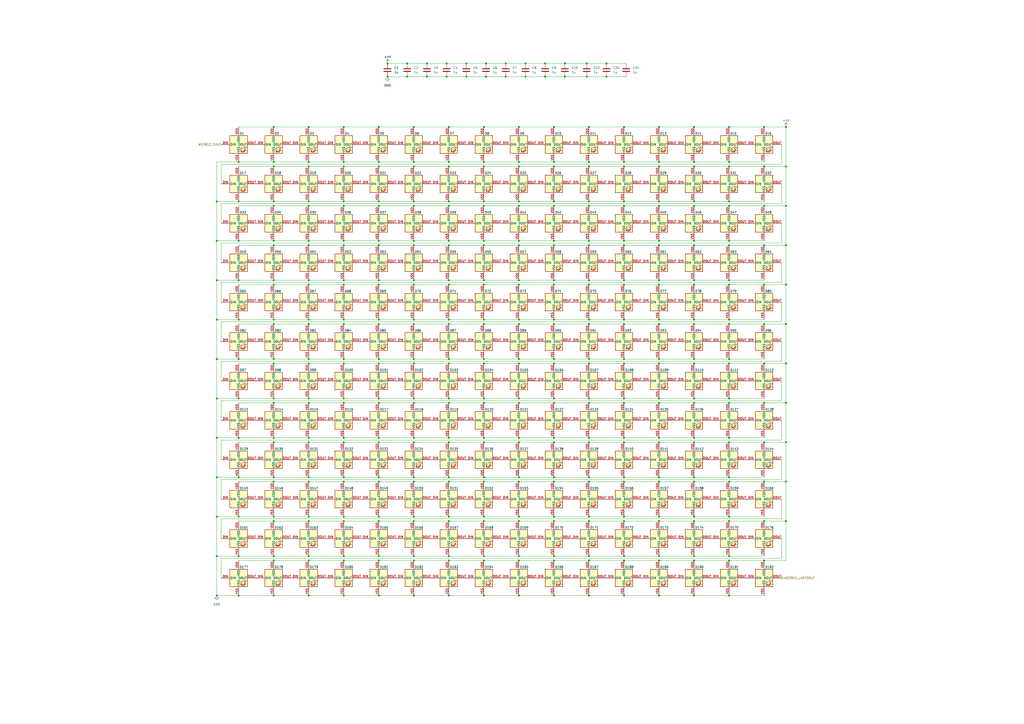
<source format=kicad_sch>
(kicad_sch (version 20231120) (generator "eeschema") (generator_version "8.0")
  (paper "A2")
  (junction (at 260.35 116.84))
  (junction (at 179.07 276.86))
  (junction (at 158.75 256.54))
  (junction (at 260.35 119.38))
  (junction (at 341.63 96.52))
  (junction (at 179.07 299.72))
  (junction (at 199.39 322.58))
  (junction (at 341.63 254))
  (junction (at 199.39 345.44))
  (junction (at 199.39 93.98))
  (junction (at 158.75 73.66))
  (junction (at 402.59 119.38))
  (junction (at 219.71 208.28))
  (junction (at 402.59 299.72))
  (junction (at 138.43 299.72))
  (junction (at 300.99 96.52))
  (junction (at 300.99 276.86))
  (junction (at 402.59 187.96))
  (junction (at 138.43 231.14))
  (junction (at 455.93 279.4))
  (junction (at 341.63 93.98))
  (junction (at 382.27 276.86))
  (junction (at 219.71 210.82))
  (junction (at 219.71 142.24))
  (junction (at 125.73 345.44))
  (junction (at 321.31 299.72))
  (junction (at 382.27 231.14))
  (junction (at 270.51 36.83))
  (junction (at 179.07 231.14))
  (junction (at 138.43 139.7))
  (junction (at 402.59 96.52))
  (junction (at 443.23 302.26))
  (junction (at 361.95 73.66))
  (junction (at 443.23 96.52))
  (junction (at 240.03 325.12))
  (junction (at 240.03 345.44))
  (junction (at 402.59 165.1))
  (junction (at 341.63 279.4))
  (junction (at 300.99 93.98))
  (junction (at 321.31 96.52))
  (junction (at 422.91 162.56))
  (junction (at 382.27 302.26))
  (junction (at 158.75 276.86))
  (junction (at 361.95 299.72))
  (junction (at 321.31 210.82))
  (junction (at 321.31 142.24))
  (junction (at 300.99 162.56))
  (junction (at 361.95 256.54))
  (junction (at 321.31 302.26))
  (junction (at 443.23 233.68))
  (junction (at 125.73 254))
  (junction (at 300.99 325.12))
  (junction (at 300.99 187.96))
  (junction (at 260.35 254))
  (junction (at 179.07 187.96))
  (junction (at 199.39 162.56))
  (junction (at 300.99 139.7))
  (junction (at 341.63 276.86))
  (junction (at 382.27 233.68))
  (junction (at 321.31 116.84))
  (junction (at 219.71 256.54))
  (junction (at 158.75 254))
  (junction (at 240.03 162.56))
  (junction (at 240.03 254))
  (junction (at 422.91 142.24))
  (junction (at 158.75 93.98))
  (junction (at 236.22 36.83))
  (junction (at 179.07 139.7))
  (junction (at 293.37 44.45))
  (junction (at 219.71 299.72))
  (junction (at 260.35 302.26))
  (junction (at 219.71 187.96))
  (junction (at 382.27 208.28))
  (junction (at 402.59 210.82))
  (junction (at 199.39 256.54))
  (junction (at 280.67 139.7))
  (junction (at 340.36 36.83))
  (junction (at 361.95 119.38))
  (junction (at 260.35 93.98))
  (junction (at 361.95 185.42))
  (junction (at 240.03 185.42))
  (junction (at 138.43 345.44))
  (junction (at 280.67 208.28))
  (junction (at 280.67 325.12))
  (junction (at 219.71 73.66))
  (junction (at 179.07 119.38))
  (junction (at 321.31 208.28))
  (junction (at 443.23 256.54))
  (junction (at 240.03 210.82))
  (junction (at 260.35 208.28))
  (junction (at 422.91 119.38))
  (junction (at 219.71 119.38))
  (junction (at 300.99 185.42))
  (junction (at 422.91 233.68))
  (junction (at 341.63 233.68))
  (junction (at 422.91 256.54))
  (junction (at 402.59 345.44))
  (junction (at 240.03 142.24))
  (junction (at 158.75 208.28))
  (junction (at 455.93 302.26))
  (junction (at 422.91 345.44))
  (junction (at 341.63 139.7))
  (junction (at 281.94 36.83))
  (junction (at 179.07 142.24))
  (junction (at 293.37 36.83))
  (junction (at 280.67 254))
  (junction (at 179.07 96.52))
  (junction (at 327.66 44.45))
  (junction (at 443.23 210.82))
  (junction (at 219.71 279.4))
  (junction (at 138.43 162.56))
  (junction (at 321.31 322.58))
  (junction (at 260.35 187.96))
  (junction (at 321.31 139.7))
  (junction (at 199.39 165.1))
  (junction (at 158.75 210.82))
  (junction (at 321.31 93.98))
  (junction (at 341.63 345.44))
  (junction (at 300.99 142.24))
  (junction (at 443.23 119.38))
  (junction (at 321.31 233.68))
  (junction (at 300.99 279.4))
  (junction (at 158.75 116.84))
  (junction (at 382.27 93.98))
  (junction (at 341.63 165.1))
  (junction (at 219.71 233.68))
  (junction (at 280.67 142.24))
  (junction (at 402.59 325.12))
  (junction (at 361.95 233.68))
  (junction (at 280.67 231.14))
  (junction (at 179.07 325.12))
  (junction (at 382.27 210.82))
  (junction (at 199.39 254))
  (junction (at 300.99 345.44))
  (junction (at 219.71 254))
  (junction (at 280.67 276.86))
  (junction (at 158.75 142.24))
  (junction (at 240.03 302.26))
  (junction (at 280.67 302.26))
  (junction (at 199.39 142.24))
  (junction (at 361.95 208.28))
  (junction (at 199.39 231.14))
  (junction (at 219.71 116.84))
  (junction (at 321.31 162.56))
  (junction (at 402.59 322.58))
  (junction (at 240.03 256.54))
  (junction (at 199.39 139.7))
  (junction (at 260.35 142.24))
  (junction (at 158.75 165.1))
  (junction (at 422.91 139.7))
  (junction (at 179.07 208.28))
  (junction (at 240.03 279.4))
  (junction (at 240.03 165.1))
  (junction (at 351.79 36.83))
  (junction (at 361.95 345.44))
  (junction (at 300.99 302.26))
  (junction (at 321.31 276.86))
  (junction (at 361.95 165.1))
  (junction (at 138.43 185.42))
  (junction (at 260.35 162.56))
  (junction (at 280.67 165.1))
  (junction (at 402.59 276.86))
  (junction (at 280.67 119.38))
  (junction (at 402.59 233.68))
  (junction (at 158.75 325.12))
  (junction (at 422.91 302.26))
  (junction (at 422.91 322.58))
  (junction (at 340.36 44.45))
  (junction (at 321.31 279.4))
  (junction (at 455.93 96.52))
  (junction (at 219.71 93.98))
  (junction (at 341.63 256.54))
  (junction (at 321.31 254))
  (junction (at 361.95 210.82))
  (junction (at 199.39 279.4))
  (junction (at 422.91 279.4))
  (junction (at 280.67 162.56))
  (junction (at 382.27 162.56))
  (junction (at 179.07 185.42))
  (junction (at 402.59 162.56))
  (junction (at 455.93 256.54))
  (junction (at 224.79 44.45))
  (junction (at 280.67 93.98))
  (junction (at 341.63 142.24))
  (junction (at 219.71 162.56))
  (junction (at 259.08 36.83))
  (junction (at 382.27 165.1))
  (junction (at 382.27 325.12))
  (junction (at 316.23 44.45))
  (junction (at 179.07 116.84))
  (junction (at 260.35 73.66))
  (junction (at 341.63 185.42))
  (junction (at 382.27 139.7))
  (junction (at 199.39 73.66))
  (junction (at 260.35 279.4))
  (junction (at 219.71 325.12))
  (junction (at 125.73 231.14))
  (junction (at 179.07 233.68))
  (junction (at 422.91 185.42))
  (junction (at 125.73 299.72))
  (junction (at 443.23 325.12))
  (junction (at 280.67 345.44))
  (junction (at 236.22 44.45))
  (junction (at 321.31 165.1))
  (junction (at 341.63 208.28))
  (junction (at 300.99 73.66))
  (junction (at 259.08 44.45))
  (junction (at 260.35 165.1))
  (junction (at 382.27 96.52))
  (junction (at 199.39 187.96))
  (junction (at 125.73 276.86))
  (junction (at 443.23 165.1))
  (junction (at 224.79 36.83))
  (junction (at 280.67 185.42))
  (junction (at 402.59 254))
  (junction (at 422.91 165.1))
  (junction (at 422.91 210.82))
  (junction (at 247.65 44.45))
  (junction (at 219.71 165.1))
  (junction (at 219.71 276.86))
  (junction (at 422.91 325.12))
  (junction (at 402.59 139.7))
  (junction (at 219.71 185.42))
  (junction (at 280.67 116.84))
  (junction (at 402.59 93.98))
  (junction (at 138.43 254))
  (junction (at 422.91 96.52))
  (junction (at 422.91 299.72))
  (junction (at 179.07 93.98))
  (junction (at 158.75 139.7))
  (junction (at 240.03 73.66))
  (junction (at 316.23 36.83))
  (junction (at 281.94 44.45))
  (junction (at 382.27 142.24))
  (junction (at 341.63 187.96))
  (junction (at 443.23 279.4))
  (junction (at 422.91 208.28))
  (junction (at 179.07 345.44))
  (junction (at 443.23 187.96))
  (junction (at 260.35 256.54))
  (junction (at 422.91 276.86))
  (junction (at 321.31 73.66))
  (junction (at 158.75 96.52))
  (junction (at 138.43 208.28))
  (junction (at 260.35 233.68))
  (junction (at 300.99 116.84))
  (junction (at 199.39 210.82))
  (junction (at 341.63 299.72))
  (junction (at 382.27 322.58))
  (junction (at 179.07 162.56))
  (junction (at 382.27 345.44))
  (junction (at 260.35 325.12))
  (junction (at 361.95 325.12))
  (junction (at 300.99 210.82))
  (junction (at 260.35 210.82))
  (junction (at 321.31 325.12))
  (junction (at 321.31 187.96))
  (junction (at 455.93 187.96))
  (junction (at 321.31 119.38))
  (junction (at 158.75 231.14))
  (junction (at 158.75 162.56))
  (junction (at 240.03 299.72))
  (junction (at 382.27 279.4))
  (junction (at 260.35 96.52))
  (junction (at 321.31 231.14))
  (junction (at 361.95 302.26))
  (junction (at 125.73 139.7))
  (junction (at 199.39 185.42))
  (junction (at 422.91 116.84))
  (junction (at 422.91 93.98))
  (junction (at 327.66 36.83))
  (junction (at 199.39 299.72))
  (junction (at 341.63 116.84))
  (junction (at 402.59 208.28))
  (junction (at 199.39 302.26))
  (junction (at 280.67 299.72))
  (junction (at 341.63 210.82))
  (junction (at 280.67 96.52))
  (junction (at 158.75 187.96))
  (junction (at 125.73 116.84))
  (junction (at 260.35 276.86))
  (junction (at 280.67 322.58))
  (junction (at 219.71 345.44))
  (junction (at 138.43 322.58))
  (junction (at 300.99 322.58))
  (junction (at 158.75 119.38))
  (junction (at 300.99 208.28))
  (junction (at 300.99 256.54))
  (junction (at 125.73 162.56))
  (junction (at 422.91 254))
  (junction (at 199.39 233.68))
  (junction (at 199.39 119.38))
  (junction (at 361.95 254))
  (junction (at 300.99 299.72))
  (junction (at 361.95 142.24))
  (junction (at 402.59 185.42))
  (junction (at 402.59 142.24))
  (junction (at 455.93 119.38))
  (junction (at 361.95 276.86))
  (junction (at 351.79 44.45))
  (junction (at 455.93 73.66))
  (junction (at 361.95 187.96))
  (junction (at 402.59 302.26))
  (junction (at 219.71 231.14))
  (junction (at 341.63 73.66))
  (junction (at 179.07 254))
  (junction (at 240.03 322.58))
  (junction (at 382.27 73.66))
  (junction (at 422.91 231.14))
  (junction (at 179.07 302.26))
  (junction (at 199.39 208.28))
  (junction (at 382.27 187.96))
  (junction (at 361.95 279.4))
  (junction (at 341.63 231.14))
  (junction (at 158.75 302.26))
  (junction (at 402.59 231.14))
  (junction (at 300.99 231.14))
  (junction (at 260.35 185.42))
  (junction (at 361.95 96.52))
  (junction (at 455.93 210.82))
  (junction (at 455.93 233.68))
  (junction (at 219.71 139.7))
  (junction (at 300.99 119.38))
  (junction (at 179.07 256.54))
  (junction (at 138.43 276.86))
  (junction (at 158.75 185.42))
  (junction (at 219.71 322.58))
  (junction (at 321.31 345.44))
  (junction (at 280.67 210.82))
  (junction (at 361.95 116.84))
  (junction (at 158.75 233.68))
  (junction (at 341.63 162.56))
  (junction (at 341.63 322.58))
  (junction (at 240.03 139.7))
  (junction (at 443.23 142.24))
  (junction (at 158.75 299.72))
  (junction (at 382.27 256.54))
  (junction (at 280.67 73.66))
  (junction (at 321.31 185.42))
  (junction (at 219.71 96.52))
  (junction (at 341.63 119.38))
  (junction (at 321.31 256.54))
  (junction (at 260.35 345.44))
  (junction (at 199.39 116.84))
  (junction (at 361.95 93.98))
  (junction (at 382.27 299.72))
  (junction (at 304.8 36.83))
  (junction (at 138.43 93.98))
  (junction (at 179.07 279.4))
  (junction (at 219.71 302.26))
  (junction (at 260.35 231.14))
  (junction (at 240.03 119.38))
  (junction (at 179.07 210.82))
  (junction (at 402.59 73.66))
  (junction (at 158.75 322.58))
  (junction (at 443.23 73.66))
  (junction (at 179.07 322.58))
  (junction (at 422.91 187.96))
  (junction (at 341.63 325.12))
  (junction (at 240.03 208.28))
  (junction (at 455.93 165.1))
  (junction (at 199.39 96.52))
  (junction (at 125.73 208.28))
  (junction (at 361.95 162.56))
  (junction (at 138.43 116.84))
  (junction (at 179.07 73.66))
  (junction (at 270.51 44.45))
  (junction (at 260.35 139.7))
  (junction (at 125.73 185.42))
  (junction (at 382.27 116.84))
  (junction (at 402.59 116.84))
  (junction (at 179.07 165.1))
  (junction (at 240.03 231.14))
  (junction (at 199.39 325.12))
  (junction (at 341.63 302.26))
  (junction (at 199.39 276.86))
  (junction (at 158.75 279.4))
  (junction (at 382.27 119.38))
  (junction (at 280.67 187.96))
  (junction (at 158.75 345.44))
  (junction (at 300.99 165.1))
  (junction (at 240.03 187.96))
  (junction (at 247.65 36.83))
  (junction (at 260.35 322.58))
  (junction (at 455.93 142.24))
  (junction (at 361.95 231.14))
  (junction (at 382.27 254))
  (junction (at 260.35 299.72))
  (junction (at 280.67 279.4))
  (junction (at 361.95 139.7))
  (junction (at 382.27 185.42))
  (junction (at 300.99 254))
  (junction (at 361.95 322.58))
  (junction (at 402.59 256.54))
  (junction (at 240.03 96.52))
  (junction (at 125.73 322.58))
  (junction (at 240.03 93.98))
  (junction (at 304.8 44.45))
  (junction (at 422.91 73.66))
  (junction (at 280.67 233.68))
  (junction (at 240.03 233.68))
  (junction (at 280.67 256.54))
  (junction (at 240.03 116.84))
  (junction (at 300.99 233.68))
  (junction (at 240.03 276.86))
  (junction (at 402.59 279.4))
  (wire (pts (xy 402.59 302.26) (xy 422.91 302.26)))
  (wire (pts (xy 179.07 139.7) (xy 158.75 139.7)))
  (wire (pts (xy 382.27 345.44) (xy 361.95 345.44)))
  (wire (pts (xy 199.39 142.24) (xy 219.71 142.24)))
  (wire (pts (xy 260.35 116.84) (xy 280.67 116.84)))
  (wire (pts (xy 402.59 116.84) (xy 422.91 116.84)))
  (wire (pts (xy 199.39 302.26) (xy 219.71 302.26)))
  (wire (pts (xy 260.35 210.82) (xy 280.67 210.82)))
  (wire (pts (xy 260.35 299.72) (xy 280.67 299.72)))
  (wire (pts (xy 158.75 233.68) (xy 179.07 233.68)))
  (wire (pts (xy 260.35 302.26) (xy 280.67 302.26)))
  (wire (pts (xy 300.99 322.58) (xy 280.67 322.58)))
  (wire (pts (xy 361.95 93.98) (xy 382.27 93.98)))
  (wire (pts (xy 158.75 162.56) (xy 138.43 162.56)))
  (wire (pts (xy 422.91 96.52) (xy 443.23 96.52)))
  (wire (pts (xy 453.39 95.25) (xy 128.27 95.25)))
  (wire (pts (xy 341.63 345.44) (xy 321.31 345.44)))
  (wire (pts (xy 327.66 44.45) (xy 316.23 44.45)))
  (wire (pts (xy 260.35 208.28) (xy 280.67 208.28)))
  (wire (pts (xy 280.67 162.56) (xy 260.35 162.56)))
  (wire (pts (xy 341.63 93.98) (xy 361.95 93.98)))
  (wire (pts (xy 341.63 302.26) (xy 361.95 302.26)))
  (wire (pts (xy 179.07 96.52) (xy 199.39 96.52)))
  (wire (pts (xy 453.39 232.41) (xy 128.27 232.41)))
  (wire (pts (xy 260.35 93.98) (xy 280.67 93.98)))
  (wire (pts (xy 128.27 163.83) (xy 128.27 175.26)))
  (wire (pts (xy 260.35 162.56) (xy 240.03 162.56)))
  (wire (pts (xy 219.71 116.84) (xy 240.03 116.84)))
  (wire (pts (xy 321.31 187.96) (xy 341.63 187.96)))
  (wire (pts (xy 270.51 44.45) (xy 259.08 44.45)))
  (wire (pts (xy 422.91 162.56) (xy 402.59 162.56)))
  (wire (pts (xy 455.93 165.1) (xy 455.93 187.96)))
  (wire (pts (xy 179.07 185.42) (xy 199.39 185.42)))
  (wire (pts (xy 361.95 233.68) (xy 382.27 233.68)))
  (wire (pts (xy 219.71 302.26) (xy 240.03 302.26)))
  (wire (pts (xy 382.27 185.42) (xy 402.59 185.42)))
  (wire (pts (xy 219.71 139.7) (xy 199.39 139.7)))
  (wire (pts (xy 382.27 231.14) (xy 361.95 231.14)))
  (wire (pts (xy 138.43 254) (xy 125.73 254)))
  (wire (pts (xy 240.03 165.1) (xy 260.35 165.1)))
  (wire (pts (xy 340.36 36.83) (xy 351.79 36.83)))
  (wire (pts (xy 158.75 96.52) (xy 179.07 96.52)))
  (wire (pts (xy 300.99 325.12) (xy 321.31 325.12)))
  (wire (pts (xy 453.39 323.85) (xy 128.27 323.85)))
  (wire (pts (xy 361.95 231.14) (xy 341.63 231.14)))
  (wire (pts (xy 351.79 36.83) (xy 363.22 36.83)))
  (wire (pts (xy 402.59 231.14) (xy 382.27 231.14)))
  (wire (pts (xy 240.03 142.24) (xy 260.35 142.24)))
  (wire (pts (xy 240.03 302.26) (xy 260.35 302.26)))
  (wire (pts (xy 382.27 119.38) (xy 402.59 119.38)))
  (wire (pts (xy 219.71 256.54) (xy 240.03 256.54)))
  (wire (pts (xy 300.99 279.4) (xy 321.31 279.4)))
  (wire (pts (xy 199.39 279.4) (xy 219.71 279.4)))
  (wire (pts (xy 128.27 300.99) (xy 128.27 312.42)))
  (wire (pts (xy 179.07 276.86) (xy 199.39 276.86)))
  (wire (pts (xy 361.95 73.66) (xy 382.27 73.66)))
  (wire (pts (xy 453.39 152.4) (xy 453.39 163.83)))
  (wire (pts (xy 351.79 44.45) (xy 340.36 44.45)))
  (wire (pts (xy 158.75 256.54) (xy 179.07 256.54)))
  (wire (pts (xy 382.27 233.68) (xy 402.59 233.68)))
  (wire (pts (xy 125.73 254) (xy 125.73 231.14)))
  (wire (pts (xy 300.99 96.52) (xy 321.31 96.52)))
  (wire (pts (xy 321.31 233.68) (xy 341.63 233.68)))
  (wire (pts (xy 361.95 116.84) (xy 382.27 116.84)))
  (wire (pts (xy 382.27 254) (xy 361.95 254)))
  (wire (pts (xy 321.31 256.54) (xy 341.63 256.54)))
  (wire (pts (xy 199.39 162.56) (xy 179.07 162.56)))
  (wire (pts (xy 443.23 187.96) (xy 455.93 187.96)))
  (wire (pts (xy 240.03 299.72) (xy 260.35 299.72)))
  (wire (pts (xy 219.71 345.44) (xy 199.39 345.44)))
  (wire (pts (xy 382.27 322.58) (xy 361.95 322.58)))
  (wire (pts (xy 219.71 165.1) (xy 240.03 165.1)))
  (wire (pts (xy 138.43 322.58) (xy 125.73 322.58)))
  (wire (pts (xy 179.07 254) (xy 158.75 254)))
  (wire (pts (xy 321.31 93.98) (xy 341.63 93.98)))
  (wire (pts (xy 300.99 276.86) (xy 321.31 276.86)))
  (wire (pts (xy 240.03 276.86) (xy 260.35 276.86)))
  (wire (pts (xy 361.95 322.58) (xy 341.63 322.58)))
  (wire (pts (xy 321.31 299.72) (xy 341.63 299.72)))
  (wire (pts (xy 199.39 233.68) (xy 219.71 233.68)))
  (wire (pts (xy 236.22 36.83) (xy 247.65 36.83)))
  (wire (pts (xy 138.43 299.72) (xy 158.75 299.72)))
  (wire (pts (xy 300.99 210.82) (xy 321.31 210.82)))
  (wire (pts (xy 402.59 254) (xy 382.27 254)))
  (wire (pts (xy 260.35 142.24) (xy 280.67 142.24)))
  (wire (pts (xy 280.67 165.1) (xy 300.99 165.1)))
  (wire (pts (xy 453.39 243.84) (xy 453.39 255.27)))
  (wire (pts (xy 422.91 139.7) (xy 402.59 139.7)))
  (wire (pts (xy 341.63 208.28) (xy 361.95 208.28)))
  (wire (pts (xy 402.59 142.24) (xy 422.91 142.24)))
  (wire (pts (xy 158.75 302.26) (xy 179.07 302.26)))
  (wire (pts (xy 443.23 345.44) (xy 422.91 345.44)))
  (wire (pts (xy 443.23 73.66) (xy 455.93 73.66)))
  (wire (pts (xy 280.67 93.98) (xy 300.99 93.98)))
  (wire (pts (xy 341.63 165.1) (xy 361.95 165.1)))
  (wire (pts (xy 280.67 256.54) (xy 300.99 256.54)))
  (wire (pts (xy 270.51 36.83) (xy 281.94 36.83)))
  (wire (pts (xy 280.67 322.58) (xy 260.35 322.58)))
  (wire (pts (xy 158.75 231.14) (xy 138.43 231.14)))
  (wire (pts (xy 321.31 165.1) (xy 341.63 165.1)))
  (wire (pts (xy 300.99 165.1) (xy 321.31 165.1)))
  (wire (pts (xy 240.03 256.54) (xy 260.35 256.54)))
  (wire (pts (xy 341.63 279.4) (xy 361.95 279.4)))
  (wire (pts (xy 443.23 210.82) (xy 455.93 210.82)))
  (wire (pts (xy 443.23 233.68) (xy 455.93 233.68)))
  (wire (pts (xy 240.03 322.58) (xy 219.71 322.58)))
  (wire (pts (xy 402.59 276.86) (xy 422.91 276.86)))
  (wire (pts (xy 199.39 322.58) (xy 179.07 322.58)))
  (wire (pts (xy 138.43 96.52) (xy 158.75 96.52)))
  (wire (pts (xy 179.07 93.98) (xy 199.39 93.98)))
  (wire (pts (xy 321.31 208.28) (xy 341.63 208.28)))
  (wire (pts (xy 402.59 165.1) (xy 422.91 165.1)))
  (wire (pts (xy 453.39 289.56) (xy 453.39 300.99)))
  (wire (pts (xy 341.63 322.58) (xy 321.31 322.58)))
  (wire (pts (xy 321.31 73.66) (xy 341.63 73.66)))
  (wire (pts (xy 125.73 276.86) (xy 125.73 299.72)))
  (wire (pts (xy 138.43 139.7) (xy 125.73 139.7)))
  (wire (pts (xy 158.75 345.44) (xy 138.43 345.44)))
  (wire (pts (xy 280.67 345.44) (xy 260.35 345.44)))
  (wire (pts (xy 138.43 345.44) (xy 125.73 345.44)))
  (wire (pts (xy 219.71 96.52) (xy 240.03 96.52)))
  (wire (pts (xy 300.99 73.66) (xy 321.31 73.66)))
  (wire (pts (xy 138.43 233.68) (xy 158.75 233.68)))
  (wire (pts (xy 402.59 322.58) (xy 382.27 322.58)))
  (wire (pts (xy 382.27 73.66) (xy 402.59 73.66)))
  (wire (pts (xy 158.75 116.84) (xy 179.07 116.84)))
  (wire (pts (xy 199.39 208.28) (xy 219.71 208.28)))
  (wire (pts (xy 158.75 210.82) (xy 179.07 210.82)))
  (wire (pts (xy 179.07 208.28) (xy 199.39 208.28)))
  (wire (pts (xy 453.39 300.99) (xy 128.27 300.99)))
  (wire (pts (xy 240.03 233.68) (xy 260.35 233.68)))
  (wire (pts (xy 158.75 142.24) (xy 179.07 142.24)))
  (wire (pts (xy 422.91 165.1) (xy 443.23 165.1)))
  (wire (pts (xy 341.63 96.52) (xy 361.95 96.52)))
  (wire (pts (xy 341.63 185.42) (xy 361.95 185.42)))
  (wire (pts (xy 402.59 279.4) (xy 422.91 279.4)))
  (wire (pts (xy 199.39 256.54) (xy 219.71 256.54)))
  (wire (pts (xy 453.39 118.11) (xy 128.27 118.11)))
  (wire (pts (xy 443.23 279.4) (xy 455.93 279.4)))
  (wire (pts (xy 453.39 278.13) (xy 128.27 278.13)))
  (wire (pts (xy 453.39 255.27) (xy 128.27 255.27)))
  (wire (pts (xy 280.67 96.52) (xy 300.99 96.52)))
  (wire (pts (xy 422.91 93.98) (xy 443.23 93.98)))
  (wire (pts (xy 280.67 210.82) (xy 300.99 210.82)))
  (wire (pts (xy 240.03 345.44) (xy 219.71 345.44)))
  (wire (pts (xy 247.65 36.83) (xy 259.08 36.83)))
  (wire (pts (xy 219.71 187.96) (xy 240.03 187.96)))
  (wire (pts (xy 138.43 325.12) (xy 158.75 325.12)))
  (wire (pts (xy 280.67 73.66) (xy 300.99 73.66)))
  (wire (pts (xy 219.71 208.28) (xy 240.03 208.28)))
  (wire (pts (xy 422.91 116.84) (xy 443.23 116.84)))
  (wire (pts (xy 443.23 325.12) (xy 455.93 325.12)))
  (wire (pts (xy 361.95 325.12) (xy 382.27 325.12)))
  (wire (pts (xy 128.27 232.41) (xy 128.27 243.84)))
  (wire (pts (xy 138.43 256.54) (xy 158.75 256.54)))
  (wire (pts (xy 422.91 299.72) (xy 443.23 299.72)))
  (wire (pts (xy 422.91 322.58) (xy 402.59 322.58)))
  (wire (pts (xy 361.95 210.82) (xy 382.27 210.82)))
  (wire (pts (xy 382.27 162.56) (xy 361.95 162.56)))
  (wire (pts (xy 138.43 279.4) (xy 158.75 279.4)))
  (wire (pts (xy 219.71 119.38) (xy 240.03 119.38)))
  (wire (pts (xy 422.91 231.14) (xy 402.59 231.14)))
  (wire (pts (xy 300.99 208.28) (xy 321.31 208.28)))
  (wire (pts (xy 240.03 185.42) (xy 260.35 185.42)))
  (wire (pts (xy 125.73 93.98) (xy 138.43 93.98)))
  (wire (pts (xy 128.27 323.85) (xy 128.27 335.28)))
  (wire (pts (xy 402.59 73.66) (xy 422.91 73.66)))
  (wire (pts (xy 321.31 96.52) (xy 341.63 96.52)))
  (wire (pts (xy 300.99 116.84) (xy 321.31 116.84)))
  (wire (pts (xy 361.95 96.52) (xy 382.27 96.52)))
  (wire (pts (xy 321.31 119.38) (xy 341.63 119.38)))
  (wire (pts (xy 341.63 162.56) (xy 321.31 162.56)))
  (wire (pts (xy 179.07 165.1) (xy 199.39 165.1)))
  (wire (pts (xy 361.95 299.72) (xy 382.27 299.72)))
  (wire (pts (xy 219.71 185.42) (xy 240.03 185.42)))
  (wire (pts (xy 422.91 185.42) (xy 443.23 185.42)))
  (wire (pts (xy 321.31 254) (xy 300.99 254)))
  (wire (pts (xy 179.07 73.66) (xy 199.39 73.66)))
  (wire (pts (xy 361.95 254) (xy 341.63 254)))
  (wire (pts (xy 158.75 185.42) (xy 179.07 185.42)))
  (wire (pts (xy 128.27 118.11) (xy 128.27 129.54)))
  (wire (pts (xy 402.59 187.96) (xy 422.91 187.96)))
  (wire (pts (xy 138.43 116.84) (xy 158.75 116.84)))
  (wire (pts (xy 300.99 345.44) (xy 280.67 345.44)))
  (wire (pts (xy 443.23 302.26) (xy 455.93 302.26)))
  (wire (pts (xy 422.91 210.82) (xy 443.23 210.82)))
  (wire (pts (xy 422.91 302.26) (xy 443.23 302.26)))
  (wire (pts (xy 179.07 231.14) (xy 158.75 231.14)))
  (wire (pts (xy 125.73 162.56) (xy 125.73 139.7)))
  (wire (pts (xy 422.91 187.96) (xy 443.23 187.96)))
  (wire (pts (xy 128.27 278.13) (xy 128.27 289.56)))
  (wire (pts (xy 321.31 279.4) (xy 341.63 279.4)))
  (wire (pts (xy 341.63 231.14) (xy 321.31 231.14)))
  (wire (pts (xy 341.63 325.12) (xy 361.95 325.12)))
  (wire (pts (xy 260.35 187.96) (xy 280.67 187.96)))
  (wire (pts (xy 422.91 254) (xy 402.59 254)))
  (wire (pts (xy 327.66 36.83) (xy 340.36 36.83)))
  (wire (pts (xy 199.39 210.82) (xy 219.71 210.82)))
  (wire (pts (xy 125.73 185.42) (xy 125.73 208.28)))
  (wire (pts (xy 240.03 208.28) (xy 260.35 208.28)))
  (wire (pts (xy 443.23 254) (xy 422.91 254)))
  (wire (pts (xy 453.39 198.12) (xy 453.39 209.55)))
  (wire (pts (xy 138.43 276.86) (xy 158.75 276.86)))
  (wire (pts (xy 224.79 36.83) (xy 236.22 36.83)))
  (wire (pts (xy 402.59 139.7) (xy 382.27 139.7)))
  (wire (pts (xy 422.91 279.4) (xy 443.23 279.4)))
  (wire (pts (xy 179.07 142.24) (xy 199.39 142.24)))
  (wire (pts (xy 341.63 139.7) (xy 321.31 139.7)))
  (wire (pts (xy 402.59 299.72) (xy 422.91 299.72)))
  (wire (pts (xy 300.99 119.38) (xy 321.31 119.38)))
  (wire (pts (xy 260.35 345.44) (xy 240.03 345.44)))
  (wire (pts (xy 453.39 83.82) (xy 453.39 95.25)))
  (wire (pts (xy 300.99 93.98) (xy 321.31 93.98)))
  (wire (pts (xy 280.67 139.7) (xy 260.35 139.7)))
  (wire (pts (xy 138.43 73.66) (xy 158.75 73.66)))
  (wire (pts (xy 280.67 302.26) (xy 300.99 302.26)))
  (wire (pts (xy 280.67 299.72) (xy 300.99 299.72)))
  (wire (pts (xy 125.73 116.84) (xy 138.43 116.84)))
  (wire (pts (xy 382.27 187.96) (xy 402.59 187.96)))
  (wire (pts (xy 138.43 185.42) (xy 158.75 185.42)))
  (wire (pts (xy 453.39 163.83) (xy 128.27 163.83)))
  (wire (pts (xy 219.71 279.4) (xy 240.03 279.4)))
  (wire (pts (xy 443.23 231.14) (xy 422.91 231.14)))
  (wire (pts (xy 260.35 119.38) (xy 280.67 119.38)))
  (wire (pts (xy 321.31 116.84) (xy 341.63 116.84)))
  (wire (pts (xy 443.23 162.56) (xy 422.91 162.56)))
  (wire (pts (xy 382.27 139.7) (xy 361.95 139.7)))
  (wire (pts (xy 382.27 276.86) (xy 402.59 276.86)))
  (wire (pts (xy 443.23 322.58) (xy 422.91 322.58)))
  (wire (pts (xy 260.35 322.58) (xy 240.03 322.58)))
  (wire (pts (xy 219.71 254) (xy 199.39 254)))
  (wire (pts (xy 361.95 276.86) (xy 382.27 276.86)))
  (wire (pts (xy 219.71 325.12) (xy 240.03 325.12)))
  (wire (pts (xy 455.93 119.38) (xy 455.93 96.52)))
  (wire (pts (xy 300.99 231.14) (xy 280.67 231.14)))
  (wire (pts (xy 300.99 185.42) (xy 321.31 185.42)))
  (wire (pts (xy 453.39 220.98) (xy 453.39 232.41)))
  (wire (pts (xy 304.8 36.83) (xy 316.23 36.83)))
  (wire (pts (xy 455.93 302.26) (xy 455.93 279.4)))
  (wire (pts (xy 199.39 187.96) (xy 219.71 187.96)))
  (wire (pts (xy 219.71 210.82) (xy 240.03 210.82)))
  (wire (pts (xy 321.31 322.58) (xy 300.99 322.58)))
  (wire (pts (xy 321.31 345.44) (xy 300.99 345.44)))
  (wire (pts (xy 240.03 325.12) (xy 260.35 325.12)))
  (wire (pts (xy 199.39 231.14) (xy 179.07 231.14)))
  (wire (pts (xy 179.07 279.4) (xy 199.39 279.4)))
  (wire (pts (xy 158.75 73.66) (xy 179.07 73.66)))
  (wire (pts (xy 455.93 233.68) (xy 455.93 256.54)))
  (wire (pts (xy 382.27 210.82) (xy 402.59 210.82)))
  (wire (pts (xy 236.22 44.45) (xy 224.79 44.45)))
  (wire (pts (xy 402.59 210.82) (xy 422.91 210.82)))
  (wire (pts (xy 402.59 256.54) (xy 422.91 256.54)))
  (wire (pts (xy 260.35 96.52) (xy 280.67 96.52)))
  (wire (pts (xy 260.35 73.66) (xy 280.67 73.66)))
  (wire (pts (xy 402.59 233.68) (xy 422.91 233.68)))
  (wire (pts (xy 247.65 44.45) (xy 236.22 44.45)))
  (wire (pts (xy 422.91 345.44) (xy 402.59 345.44)))
  (wire (pts (xy 281.94 36.83) (xy 293.37 36.83)))
  (wire (pts (xy 402.59 93.98) (xy 422.91 93.98)))
  (wire (pts (xy 219.71 231.14) (xy 199.39 231.14)))
  (wire (pts (xy 361.95 302.26) (xy 382.27 302.26)))
  (wire (pts (xy 240.03 93.98) (xy 260.35 93.98)))
  (wire (pts (xy 219.71 93.98) (xy 240.03 93.98)))
  (wire (pts (xy 280.67 279.4) (xy 300.99 279.4)))
  (wire (pts (xy 128.27 186.69) (xy 128.27 198.12)))
  (wire (pts (xy 179.07 325.12) (xy 199.39 325.12)))
  (wire (pts (xy 382.27 299.72) (xy 402.59 299.72)))
  (wire (pts (xy 280.67 119.38) (xy 300.99 119.38)))
  (wire (pts (xy 321.31 302.26) (xy 341.63 302.26)))
  (wire (pts (xy 304.8 44.45) (xy 293.37 44.45)))
  (wire (pts (xy 240.03 231.14) (xy 219.71 231.14)))
  (wire (pts (xy 128.27 209.55) (xy 128.27 220.98)))
  (wire (pts (xy 240.03 139.7) (xy 219.71 139.7)))
  (wire (pts (xy 453.39 106.68) (xy 453.39 118.11)))
  (wire (pts (xy 300.99 162.56) (xy 280.67 162.56)))
  (wire (pts (xy 179.07 210.82) (xy 199.39 210.82)))
  (wire (pts (xy 199.39 276.86) (xy 219.71 276.86)))
  (wire (pts (xy 179.07 302.26) (xy 199.39 302.26)))
  (wire (pts (xy 199.39 165.1) (xy 219.71 165.1)))
  (wire (pts (xy 361.95 185.42) (xy 382.27 185.42)))
  (wire (pts (xy 402.59 119.38) (xy 422.91 119.38)))
  (wire (pts (xy 280.67 185.42) (xy 300.99 185.42)))
  (wire (pts (xy 128.27 140.97) (xy 128.27 152.4)))
  (wire (pts (xy 219.71 142.24) (xy 240.03 142.24)))
  (wire (pts (xy 453.39 266.7) (xy 453.39 278.13)))
  (wire (pts (xy 158.75 325.12) (xy 179.07 325.12)))
  (wire (pts (xy 158.75 139.7) (xy 138.43 139.7)))
  (wire (pts (xy 382.27 256.54) (xy 402.59 256.54)))
  (wire (pts (xy 422.91 276.86) (xy 443.23 276.86)))
  (wire (pts (xy 443.23 142.24) (xy 455.93 142.24)))
  (wire (pts (xy 240.03 162.56) (xy 219.71 162.56)))
  (wire (pts (xy 341.63 233.68) (xy 361.95 233.68)))
  (wire (pts (xy 179.07 256.54) (xy 199.39 256.54)))
  (wire (pts (xy 300.99 187.96) (xy 321.31 187.96)))
  (wire (pts (xy 138.43 119.38) (xy 158.75 119.38)))
  (wire (pts (xy 280.67 254) (xy 260.35 254)))
  (wire (pts (xy 280.67 208.28) (xy 300.99 208.28)))
  (wire (pts (xy 402.59 162.56) (xy 382.27 162.56)))
  (wire (pts (xy 455.93 325.12) (xy 455.93 302.26)))
  (wire (pts (xy 382.27 325.12) (xy 402.59 325.12)))
  (wire (pts (xy 361.95 256.54) (xy 382.27 256.54)))
  (wire (pts (xy 138.43 93.98) (xy 158.75 93.98)))
  (wire (pts (xy 179.07 162.56) (xy 158.75 162.56)))
  (wire (pts (xy 158.75 165.1) (xy 179.07 165.1)))
  (wire (pts (xy 179.07 233.68) (xy 199.39 233.68)))
  (wire (pts (xy 199.39 345.44) (xy 179.07 345.44)))
  (wire (pts (xy 138.43 165.1) (xy 158.75 165.1)))
  (wire (pts (xy 361.95 142.24) (xy 382.27 142.24)))
  (wire (pts (xy 280.67 187.96) (xy 300.99 187.96)))
  (wire (pts (xy 363.22 44.45) (xy 351.79 44.45)))
  (wire (pts (xy 138.43 162.56) (xy 125.73 162.56)))
  (wire (pts (xy 128.27 255.27) (xy 128.27 266.7)))
  (wire (pts (xy 219.71 322.58) (xy 199.39 322.58)))
  (wire (pts (xy 341.63 142.24) (xy 361.95 142.24)))
  (wire (pts (xy 422.91 256.54) (xy 443.23 256.54)))
  (wire (pts (xy 443.23 165.1) (xy 455.93 165.1)))
  (wire (pts (xy 280.67 116.84) (xy 300.99 116.84)))
  (wire (pts (xy 240.03 119.38) (xy 260.35 119.38)))
  (wire (pts (xy 341.63 210.82) (xy 361.95 210.82)))
  (wire (pts (xy 199.39 299.72) (xy 219.71 299.72)))
  (wire (pts (xy 240.03 210.82) (xy 260.35 210.82)))
  (wire (pts (xy 422.91 233.68) (xy 443.23 233.68)))
  (wire (pts (xy 138.43 210.82) (xy 158.75 210.82)))
  (wire (pts (xy 158.75 93.98) (xy 179.07 93.98)))
  (wire (pts (xy 402.59 208.28) (xy 422.91 208.28)))
  (wire (pts (xy 219.71 73.66) (xy 240.03 73.66)))
  (wire (pts (xy 260.35 231.14) (xy 240.03 231.14)))
  (wire (pts (xy 453.39 186.69) (xy 128.27 186.69)))
  (wire (pts (xy 260.35 256.54) (xy 280.67 256.54)))
  (wire (pts (xy 260.35 233.68) (xy 280.67 233.68)))
  (wire (pts (xy 259.08 44.45) (xy 247.65 44.45)))
  (wire (pts (xy 321.31 139.7) (xy 300.99 139.7)))
  (wire (pts (xy 260.35 325.12) (xy 280.67 325.12)))
  (wire (pts (xy 455.93 233.68) (xy 455.93 210.82)))
  (wire (pts (xy 240.03 254) (xy 219.71 254)))
  (wire (pts (xy 361.95 165.1) (xy 382.27 165.1)))
  (wire (pts (xy 341.63 299.72) (xy 361.95 299.72)))
  (wire (pts (xy 199.39 325.12) (xy 219.71 325.12)))
  (wire (pts (xy 125.73 299.72) (xy 138.43 299.72)))
  (wire (pts (xy 125.73 162.56) (xy 125.73 185.42)))
  (wire (pts (xy 293.37 44.45) (xy 281.94 44.45)))
  (wire (pts (xy 240.03 96.52) (xy 260.35 96.52)))
  (wire (pts (xy 219.71 276.86) (xy 240.03 276.86)))
  (wire (pts (xy 280.67 142.24) (xy 300.99 142.24)))
  (wire (pts (xy 199.39 119.38) (xy 219.71 119.38)))
  (wire (pts (xy 382.27 302.26) (xy 402.59 302.26)))
  (wire (pts (xy 453.39 140.97) (xy 128.27 140.97)))
  (wire (pts (xy 382.27 116.84) (xy 402.59 116.84)))
  (wire (pts (xy 422.91 73.66) (xy 443.23 73.66)))
  (wire (pts (xy 260.35 139.7) (xy 240.03 139.7)))
  (wire (pts (xy 300.99 302.26) (xy 321.31 302.26)))
  (wire (pts (xy 128.27 95.25) (xy 128.27 106.68)))
  (wire (pts (xy 402.59 185.42) (xy 422.91 185.42)))
  (wire (pts (xy 158.75 208.28) (xy 179.07 208.28)))
  (wire (pts (xy 321.31 162.56) (xy 300.99 162.56)))
  (wire (pts (xy 280.67 231.14) (xy 260.35 231.14)))
  (wire (pts (xy 422.91 325.12) (xy 443.23 325.12)))
  (wire (pts (xy 382.27 165.1) (xy 402.59 165.1)))
  (wire (pts (xy 260.35 276.86) (xy 280.67 276.86)))
  (wire (pts (xy 199.39 96.52) (xy 219.71 96.52)))
  (wire (pts (xy 382.27 142.24) (xy 402.59 142.24)))
  (wire (pts (xy 138.43 302.26) (xy 158.75 302.26)))
  (wire (pts (xy 402.59 325.12) (xy 422.91 325.12)))
  (wire (pts (xy 422.91 119.38) (xy 443.23 119.38)))
  (wire (pts (xy 125.73 322.58) (xy 125.73 299.72)))
  (wire (pts (xy 321.31 210.82) (xy 341.63 210.82)))
  (wire (pts (xy 300.99 299.72) (xy 321.31 299.72)))
  (wire (pts (xy 402.59 96.52) (xy 422.91 96.52)))
  (wire (pts (xy 280.67 233.68) (xy 300.99 233.68)))
  (wire (pts (xy 361.95 208.28) (xy 382.27 208.28)))
  (wire (pts (xy 240.03 279.4) (xy 260.35 279.4)))
  (wire (pts (xy 341.63 256.54) (xy 361.95 256.54)))
  (wire (pts (xy 382.27 208.28) (xy 402.59 208.28)))
  (wire (pts (xy 240.03 187.96) (xy 260.35 187.96)))
  (wire (pts (xy 453.39 175.26) (xy 453.39 186.69)))
  (wire (pts (xy 321.31 142.24) (xy 341.63 142.24)))
  (wire (pts (xy 361.95 187.96) (xy 382.27 187.96)))
  (wire (pts (xy 422.91 142.24) (xy 443.23 142.24)))
  (wire (pts (xy 455.93 256.54) (xy 455.93 279.4)))
  (wire (pts (xy 179.07 299.72) (xy 199.39 299.72)))
  (wire (pts (xy 280.67 325.12) (xy 300.99 325.12)))
  (wire (pts (xy 321.31 276.86) (xy 341.63 276.86)))
  (wire (pts (xy 219.71 162.56) (xy 199.39 162.56)))
  (wire (pts (xy 158.75 187.96) (xy 179.07 187.96)))
  (wire (pts (xy 443.23 96.52) (xy 455.93 96.52)))
  (wire (pts (xy 382.27 96.52) (xy 402.59 96.52)))
  (wire (pts (xy 125.73 185.42) (xy 138.43 185.42)))
  (wire (pts (xy 199.39 185.42) (xy 219.71 185.42)))
  (wire (pts (xy 138.43 208.28) (xy 158.75 208.28)))
  (wire (pts (xy 321.31 185.42) (xy 341.63 185.42)))
  (wire (pts (xy 300.99 139.7) (xy 280.67 139.7)))
  (wire (pts (xy 316.23 36.83) (xy 327.66 36.83)))
  (wire (pts (xy 260.35 279.4) (xy 280.67 279.4)))
  (wire (pts (xy 138.43 231.14) (xy 125.73 231.14)))
  (wire (pts (xy 158.75 119.38) (xy 179.07 119.38)))
  (wire (pts (xy 125.73 276.86) (xy 138.43 276.86)))
  (wire (pts (xy 361.95 162.56) (xy 341.63 162.56)))
  (wire (pts (xy 179.07 116.84) (xy 199.39 116.84)))
  (wire (pts (xy 453.39 129.54) (xy 453.39 140.97)))
  (wire (pts (xy 340.36 44.45) (xy 327.66 44.45)))
  (wire (pts (xy 455.93 210.82) (xy 455.93 187.96)))
  (wire (pts (xy 382.27 279.4) (xy 402.59 279.4)))
  (wire (pts (xy 300.99 142.24) (xy 321.31 142.24)))
  (wire (pts (xy 300.99 233.68) (xy 321.31 233.68)))
  (wire (pts (xy 125.73 231.14) (xy 125.73 208.28)))
  (wire (pts (xy 179.07 187.96) (xy 199.39 187.96)))
  (wire (pts (xy 300.99 254) (xy 280.67 254)))
  (wire (pts (xy 455.93 73.66) (xy 455.93 96.52)))
  (wire (pts (xy 280.67 276.86) (xy 300.99 276.86)))
  (wire (pts (xy 361.95 119.38) (xy 382.27 119.38)))
  (wire (pts (xy 341.63 116.84) (xy 361.95 116.84)))
  (wire (pts (xy 219.71 299.72) (xy 240.03 299.72)))
  (wire (pts (xy 443.23 139.7) (xy 422.91 139.7)))
  (wire (pts (xy 455.93 142.24) (xy 455.93 119.38)))
  (wire (pts (xy 260.35 254) (xy 240.03 254)))
  (wire (pts (xy 321.31 325.12) (xy 341.63 325.12)))
  (wire (pts (xy 321.31 231.14) (xy 300.99 231.14)))
  (wire (pts (xy 453.39 209.55) (xy 128.27 209.55)))
  (wire (pts (xy 125.73 208.28) (xy 138.43 208.28)))
  (wire (pts (xy 341.63 276.86) (xy 361.95 276.86)))
  (wire (pts (xy 240.03 116.84) (xy 260.35 116.84)))
  (wire (pts (xy 199.39 116.84) (xy 219.71 116.84)))
  (wire (pts (xy 158.75 299.72) (xy 179.07 299.72)))
  (wire (pts (xy 199.39 254) (xy 179.07 254)))
  (wire (pts (xy 138.43 142.24) (xy 158.75 142.24)))
  (wire (pts (xy 443.23 256.54) (xy 455.93 256.54)))
  (wire (pts (xy 361.95 139.7) (xy 341.63 139.7)))
  (wire (pts (xy 402.59 345.44) (xy 382.27 345.44)))
  (wire (pts (xy 260.35 185.42) (xy 280.67 185.42)))
  (wire (pts (xy 422.91 208.28) (xy 443.23 208.28)))
  (wire (pts (xy 443.23 119.38) (xy 455.93 119.38)))
  (wire (pts (xy 341.63 187.96) (xy 361.95 187.96)))
  (wire (pts (xy 199.39 93.98) (xy 219.71 93.98)))
  (wire (pts (xy 158.75 276.86) (xy 179.07 276.86)))
  (wire (pts (xy 341.63 119.38) (xy 361.95 119.38)))
  (wire (pts (xy 240.03 73.66) (xy 260.35 73.66)))
  (wire (pts (xy 361.95 279.4) (xy 382.27 279.4)))
  (wire (pts (xy 158.75 254) (xy 138.43 254)))
  (wire (pts (xy 179.07 322.58) (xy 158.75 322.58)))
  (wire (pts (xy 125.73 345.44) (xy 125.73 322.58)))
  (wire (pts (xy 138.43 187.96) (xy 158.75 187.96)))
  (wire (pts (xy 125.73 139.7) (xy 125.73 116.84)))
  (wire (pts (xy 179.07 119.38) (xy 199.39 119.38)))
  (wire (pts (xy 341.63 254) (xy 321.31 254)))
  (wire (pts (xy 281.94 44.45) (xy 270.51 44.45)))
  (wire (pts (xy 259.08 36.83) (xy 270.51 36.83)))
  (wire (pts (xy 453.39 312.42) (xy 453.39 323.85)))
  (wire (pts (xy 158.75 322.58) (xy 138.43 322.58)))
  (wire (pts (xy 260.35 165.1) (xy 280.67 165.1)))
  (wire (pts (xy 341.63 73.66) (xy 361.95 73.66)))
  (wire (pts (xy 382.27 93.98) (xy 402.59 93.98)))
  (wire (pts (xy 199.39 139.7) (xy 179.07 139.7)))
  (wire (pts (xy 293.37 36.83) (xy 304.8 36.83)))
  (wire (pts (xy 125.73 254) (xy 125.73 276.86)))
  (wire (pts (xy 455.93 142.24) (xy 455.93 165.1)))
  (wire (pts (xy 300.99 256.54) (xy 321.31 256.54)))
  (wire (pts (xy 125.73 93.98) (xy 125.73 116.84)))
  (wire (pts (xy 316.23 44.45) (xy 304.8 44.45)))
  (wire (pts (xy 158.75 279.4) (xy 179.07 279.4)))
  (wire (pts (xy 361.95 345.44) (xy 341.63 345.44)))
  (wire (pts (xy 199.39 73.66) (xy 219.71 73.66)))
  (wire (pts (xy 179.07 345.44) (xy 158.75 345.44)))
  (wire (pts (xy 219.71 233.68) (xy 240.03 233.68)))
  (hierarchical_label "WS2812_LASTDOUT" (shape output) (at 453.39 335.28 0))
  (hierarchical_label "WS2812_DIN" (shape input) (at 128.27 83.82 180))
  (symbol (lib_id "3rdparty:WS2812B") (at 402.59 198.12 0) (unit 1)
    (property "Reference" "D94" (at 403.098 191.77 0) (effects (justify left)))
    (property "Value" "WS2812B" (effects (hide yes)))
    (property "Footprint" "kmj_custom:LED_WS2812B-1615_PLCC4_1.6x1.5mm" (effects (hide yes)))
    (property "Datasheet" "https://wmsc.lcsc.com/wmsc/upload/file/pdf/v2/lcsc/2402181501_XINGLIGHT-XL-1615RGBC-WS2812B_C5349954.pdf" (effects (hide yes)))
    (property "LCSC" "C5349954" (effects (hide yes)))
    (property "Manufacturer_Name" "XINGLIGHT" (effects (hide yes)))
    (property "Manufacturer_Part_Number" "XL-1615RGBC-WS2812B" (effects (hide yes)))
  )
  (symbol (lib_id "3rdparty:WS2812B") (at 219.71 175.26 0) (unit 1)
    (property "Reference" "D69" (at 220.218 168.91 0) (effects (justify left)))
    (property "Value" "WS2812B" (effects (hide yes)))
    (property "Footprint" "kmj_custom:LED_WS2812B-1615_PLCC4_1.6x1.5mm" (effects (hide yes)))
    (property "Datasheet" "https://wmsc.lcsc.com/wmsc/upload/file/pdf/v2/lcsc/2402181501_XINGLIGHT-XL-1615RGBC-WS2812B_C5349954.pdf" (effects (hide yes)))
    (property "LCSC" "C5349954" (effects (hide yes)))
    (property "Manufacturer_Name" "XINGLIGHT" (effects (hide yes)))
    (property "Manufacturer_Part_Number" "XL-1615RGBC-WS2812B" (effects (hide yes)))
  )
  (symbol (lib_id "3rdparty:WS2812B") (at 341.63 266.7 0) (unit 1)
    (property "Reference" "D139" (at 342.138 260.35 0) (effects (justify left)))
    (property "Value" "WS2812B" (effects (hide yes)))
    (property "Footprint" "kmj_custom:LED_WS2812B-1615_PLCC4_1.6x1.5mm" (effects (hide yes)))
    (property "Datasheet" "https://wmsc.lcsc.com/wmsc/upload/file/pdf/v2/lcsc/2402181501_XINGLIGHT-XL-1615RGBC-WS2812B_C5349954.pdf" (effects (hide yes)))
    (property "LCSC" "C5349954" (effects (hide yes)))
    (property "Manufacturer_Name" "XINGLIGHT" (effects (hide yes)))
    (property "Manufacturer_Part_Number" "XL-1615RGBC-WS2812B" (effects (hide yes)))
  )
  (symbol (lib_id "3rdparty:WS2812B") (at 341.63 198.12 0) (unit 1)
    (property "Reference" "D91" (at 342.138 191.77 0) (effects (justify left)))
    (property "Value" "WS2812B" (effects (hide yes)))
    (property "Footprint" "kmj_custom:LED_WS2812B-1615_PLCC4_1.6x1.5mm" (effects (hide yes)))
    (property "Datasheet" "https://wmsc.lcsc.com/wmsc/upload/file/pdf/v2/lcsc/2402181501_XINGLIGHT-XL-1615RGBC-WS2812B_C5349954.pdf" (effects (hide yes)))
    (property "LCSC" "C5349954" (effects (hide yes)))
    (property "Manufacturer_Name" "XINGLIGHT" (effects (hide yes)))
    (property "Manufacturer_Part_Number" "XL-1615RGBC-WS2812B" (effects (hide yes)))
  )
  (symbol (lib_id "3rdparty:WS2812B") (at 280.67 129.54 0) (unit 1)
    (property "Reference" "D40" (at 281.178 123.19 0) (effects (justify left)))
    (property "Value" "WS2812B" (effects (hide yes)))
    (property "Footprint" "kmj_custom:LED_WS2812B-1615_PLCC4_1.6x1.5mm" (effects (hide yes)))
    (property "Datasheet" "https://wmsc.lcsc.com/wmsc/upload/file/pdf/v2/lcsc/2402181501_XINGLIGHT-XL-1615RGBC-WS2812B_C5349954.pdf" (effects (hide yes)))
    (property "LCSC" "C5349954" (effects (hide yes)))
    (property "Manufacturer_Name" "XINGLIGHT" (effects (hide yes)))
    (property "Manufacturer_Part_Number" "XL-1615RGBC-WS2812B" (effects (hide yes)))
  )
  (symbol (lib_id "3rdparty:WS2812B") (at 280.67 220.98 0) (unit 1)
    (property "Reference" "D104" (at 281.178 214.63 0) (effects (justify left)))
    (property "Value" "WS2812B" (effects (hide yes)))
    (property "Footprint" "kmj_custom:LED_WS2812B-1615_PLCC4_1.6x1.5mm" (effects (hide yes)))
    (property "Datasheet" "https://wmsc.lcsc.com/wmsc/upload/file/pdf/v2/lcsc/2402181501_XINGLIGHT-XL-1615RGBC-WS2812B_C5349954.pdf" (effects (hide yes)))
    (property "LCSC" "C5349954" (effects (hide yes)))
    (property "Manufacturer_Name" "XINGLIGHT" (effects (hide yes)))
    (property "Manufacturer_Part_Number" "XL-1615RGBC-WS2812B" (effects (hide yes)))
  )
  (symbol (lib_id "3rdparty:WS2812B") (at 199.39 335.28 0) (unit 1)
    (property "Reference" "D180" (at 199.898 328.93 0) (effects (justify left)))
    (property "Value" "WS2812B" (effects (hide yes)))
    (property "Footprint" "kmj_custom:LED_WS2812B-1615_PLCC4_1.6x1.5mm" (effects (hide yes)))
    (property "Datasheet" "https://wmsc.lcsc.com/wmsc/upload/file/pdf/v2/lcsc/2402181501_XINGLIGHT-XL-1615RGBC-WS2812B_C5349954.pdf" (effects (hide yes)))
    (property "LCSC" "C5349954" (effects (hide yes)))
    (property "Manufacturer_Name" "XINGLIGHT" (effects (hide yes)))
    (property "Manufacturer_Part_Number" "XL-1615RGBC-WS2812B" (effects (hide yes)))
  )
  (symbol (lib_id "3rdparty:WS2812B") (at 321.31 243.84 0) (unit 1)
    (property "Reference" "D122" (at 321.818 237.49 0) (effects (justify left)))
    (property "Value" "WS2812B" (effects (hide yes)))
    (property "Footprint" "kmj_custom:LED_WS2812B-1615_PLCC4_1.6x1.5mm" (effects (hide yes)))
    (property "Datasheet" "https://wmsc.lcsc.com/wmsc/upload/file/pdf/v2/lcsc/2402181501_XINGLIGHT-XL-1615RGBC-WS2812B_C5349954.pdf" (effects (hide yes)))
    (property "LCSC" "C5349954" (effects (hide yes)))
    (property "Manufacturer_Name" "XINGLIGHT" (effects (hide yes)))
    (property "Manufacturer_Part_Number" "XL-1615RGBC-WS2812B" (effects (hide yes)))
  )
  (symbol (lib_id "3rdparty:WS2812B") (at 199.39 106.68 0) (unit 1)
    (property "Reference" "D20" (at 199.898 100.33 0) (effects (justify left)))
    (property "Value" "WS2812B" (effects (hide yes)))
    (property "Footprint" "kmj_custom:LED_WS2812B-1615_PLCC4_1.6x1.5mm" (effects (hide yes)))
    (property "Datasheet" "https://wmsc.lcsc.com/wmsc/upload/file/pdf/v2/lcsc/2402181501_XINGLIGHT-XL-1615RGBC-WS2812B_C5349954.pdf" (effects (hide yes)))
    (property "LCSC" "C5349954" (effects (hide yes)))
    (property "Manufacturer_Name" "XINGLIGHT" (effects (hide yes)))
    (property "Manufacturer_Part_Number" "XL-1615RGBC-WS2812B" (effects (hide yes)))
  )
  (symbol (lib_id "3rdparty:WS2812B") (at 138.43 83.82 0) (unit 1)
    (property "Reference" "D1" (at 138.938 77.47 0) (effects (justify left)))
    (property "Value" "WS2812B" (effects (hide yes)))
    (property "Footprint" "kmj_custom:LED_WS2812B-1615_PLCC4_1.6x1.5mm" (effects (hide yes)))
    (property "Datasheet" "https://wmsc.lcsc.com/wmsc/upload/file/pdf/v2/lcsc/2402181501_XINGLIGHT-XL-1615RGBC-WS2812B_C5349954.pdf" (effects (hide yes)))
    (property "LCSC" "C5349954" (effects (hide yes)))
    (property "Manufacturer_Name" "XINGLIGHT" (effects (hide yes)))
    (property "Manufacturer_Part_Number" "XL-1615RGBC-WS2812B" (effects (hide yes)))
  )
  (symbol (lib_id "3rdparty:WS2812B") (at 219.71 152.4 0) (unit 1)
    (property "Reference" "D53" (at 220.218 146.05 0) (effects (justify left)))
    (property "Value" "WS2812B" (effects (hide yes)))
    (property "Footprint" "kmj_custom:LED_WS2812B-1615_PLCC4_1.6x1.5mm" (effects (hide yes)))
    (property "Datasheet" "https://wmsc.lcsc.com/wmsc/upload/file/pdf/v2/lcsc/2402181501_XINGLIGHT-XL-1615RGBC-WS2812B_C5349954.pdf" (effects (hide yes)))
    (property "LCSC" "C5349954" (effects (hide yes)))
    (property "Manufacturer_Name" "XINGLIGHT" (effects (hide yes)))
    (property "Manufacturer_Part_Number" "XL-1615RGBC-WS2812B" (effects (hide yes)))
  )
  (symbol (lib_id "3rdparty:WS2812B") (at 138.43 198.12 0) (unit 1)
    (property "Reference" "D81" (at 138.938 191.77 0) (effects (justify left)))
    (property "Value" "WS2812B" (effects (hide yes)))
    (property "Footprint" "kmj_custom:LED_WS2812B-1615_PLCC4_1.6x1.5mm" (effects (hide yes)))
    (property "Datasheet" "https://wmsc.lcsc.com/wmsc/upload/file/pdf/v2/lcsc/2402181501_XINGLIGHT-XL-1615RGBC-WS2812B_C5349954.pdf" (effects (hide yes)))
    (property "LCSC" "C5349954" (effects (hide yes)))
    (property "Manufacturer_Name" "XINGLIGHT" (effects (hide yes)))
    (property "Manufacturer_Part_Number" "XL-1615RGBC-WS2812B" (effects (hide yes)))
  )
  (symbol (lib_id "3rdparty:WS2812B") (at 422.91 243.84 0) (unit 1)
    (property "Reference" "D127" (at 423.418 237.49 0) (effects (justify left)))
    (property "Value" "WS2812B" (effects (hide yes)))
    (property "Footprint" "kmj_custom:LED_WS2812B-1615_PLCC4_1.6x1.5mm" (effects (hide yes)))
    (property "Datasheet" "https://wmsc.lcsc.com/wmsc/upload/file/pdf/v2/lcsc/2402181501_XINGLIGHT-XL-1615RGBC-WS2812B_C5349954.pdf" (effects (hide yes)))
    (property "LCSC" "C5349954" (effects (hide yes)))
    (property "Manufacturer_Name" "XINGLIGHT" (effects (hide yes)))
    (property "Manufacturer_Part_Number" "XL-1615RGBC-WS2812B" (effects (hide yes)))
  )
  (symbol (lib_id "3rdparty:WS2812B") (at 422.91 175.26 0) (unit 1)
    (property "Reference" "D79" (at 423.418 168.91 0) (effects (justify left)))
    (property "Value" "WS2812B" (effects (hide yes)))
    (property "Footprint" "kmj_custom:LED_WS2812B-1615_PLCC4_1.6x1.5mm" (effects (hide yes)))
    (property "Datasheet" "https://wmsc.lcsc.com/wmsc/upload/file/pdf/v2/lcsc/2402181501_XINGLIGHT-XL-1615RGBC-WS2812B_C5349954.pdf" (effects (hide yes)))
    (property "LCSC" "C5349954" (effects (hide yes)))
    (property "Manufacturer_Name" "XINGLIGHT" (effects (hide yes)))
    (property "Manufacturer_Part_Number" "XL-1615RGBC-WS2812B" (effects (hide yes)))
  )
  (symbol (lib_id "3rdparty:WS2812B") (at 219.71 289.56 0) (unit 1)
    (property "Reference" "D149" (at 220.218 283.21 0) (effects (justify left)))
    (property "Value" "WS2812B" (effects (hide yes)))
    (property "Footprint" "kmj_custom:LED_WS2812B-1615_PLCC4_1.6x1.5mm" (effects (hide yes)))
    (property "Datasheet" "https://wmsc.lcsc.com/wmsc/upload/file/pdf/v2/lcsc/2402181501_XINGLIGHT-XL-1615RGBC-WS2812B_C5349954.pdf" (effects (hide yes)))
    (property "LCSC" "C5349954" (effects (hide yes)))
    (property "Manufacturer_Name" "XINGLIGHT" (effects (hide yes)))
    (property "Manufacturer_Part_Number" "XL-1615RGBC-WS2812B" (effects (hide yes)))
  )
  (symbol (lib_id "3rdparty:WS2812B") (at 443.23 152.4 0) (unit 1)
    (property "Reference" "D64" (at 443.738 146.05 0) (effects (justify left)))
    (property "Value" "WS2812B" (effects (hide yes)))
    (property "Footprint" "kmj_custom:LED_WS2812B-1615_PLCC4_1.6x1.5mm" (effects (hide yes)))
    (property "Datasheet" "https://wmsc.lcsc.com/wmsc/upload/file/pdf/v2/lcsc/2402181501_XINGLIGHT-XL-1615RGBC-WS2812B_C5349954.pdf" (effects (hide yes)))
    (property "LCSC" "C5349954" (effects (hide yes)))
    (property "Manufacturer_Name" "XINGLIGHT" (effects (hide yes)))
    (property "Manufacturer_Part_Number" "XL-1615RGBC-WS2812B" (effects (hide yes)))
  )
  (symbol (lib_id "3rdparty:WS2812B") (at 179.07 266.7 0) (unit 1)
    (property "Reference" "D131" (at 179.578 260.35 0) (effects (justify left)))
    (property "Value" "WS2812B" (effects (hide yes)))
    (property "Footprint" "kmj_custom:LED_WS2812B-1615_PLCC4_1.6x1.5mm" (effects (hide yes)))
    (property "Datasheet" "https://wmsc.lcsc.com/wmsc/upload/file/pdf/v2/lcsc/2402181501_XINGLIGHT-XL-1615RGBC-WS2812B_C5349954.pdf" (effects (hide yes)))
    (property "LCSC" "C5349954" (effects (hide yes)))
    (property "Manufacturer_Name" "XINGLIGHT" (effects (hide yes)))
    (property "Manufacturer_Part_Number" "XL-1615RGBC-WS2812B" (effects (hide yes)))
  )
  (symbol (lib_id "3rdparty:WS2812B") (at 219.71 266.7 0) (unit 1)
    (property "Reference" "D133" (at 220.218 260.35 0) (effects (justify left)))
    (property "Value" "WS2812B" (effects (hide yes)))
    (property "Footprint" "kmj_custom:LED_WS2812B-1615_PLCC4_1.6x1.5mm" (effects (hide yes)))
    (property "Datasheet" "https://wmsc.lcsc.com/wmsc/upload/file/pdf/v2/lcsc/2402181501_XINGLIGHT-XL-1615RGBC-WS2812B_C5349954.pdf" (effects (hide yes)))
    (property "LCSC" "C5349954" (effects (hide yes)))
    (property "Manufacturer_Name" "XINGLIGHT" (effects (hide yes)))
    (property "Manufacturer_Part_Number" "XL-1615RGBC-WS2812B" (effects (hide yes)))
  )
  (symbol (lib_id "3rdparty:WS2812B") (at 321.31 220.98 0) (unit 1)
    (property "Reference" "D106" (at 321.818 214.63 0) (effects (justify left)))
    (property "Value" "WS2812B" (effects (hide yes)))
    (property "Footprint" "kmj_custom:LED_WS2812B-1615_PLCC4_1.6x1.5mm" (effects (hide yes)))
    (property "Datasheet" "https://wmsc.lcsc.com/wmsc/upload/file/pdf/v2/lcsc/2402181501_XINGLIGHT-XL-1615RGBC-WS2812B_C5349954.pdf" (effects (hide yes)))
    (property "LCSC" "C5349954" (effects (hide yes)))
    (property "Manufacturer_Name" "XINGLIGHT" (effects (hide yes)))
    (property "Manufacturer_Part_Number" "XL-1615RGBC-WS2812B" (effects (hide yes)))
  )
  (symbol (lib_id "3rdparty:WS2812B") (at 361.95 312.42 0) (unit 1)
    (property "Reference" "D172" (at 362.458 306.07 0) (effects (justify left)))
    (property "Value" "WS2812B" (effects (hide yes)))
    (property "Footprint" "kmj_custom:LED_WS2812B-1615_PLCC4_1.6x1.5mm" (effects (hide yes)))
    (property "Datasheet" "https://wmsc.lcsc.com/wmsc/upload/file/pdf/v2/lcsc/2402181501_XINGLIGHT-XL-1615RGBC-WS2812B_C5349954.pdf" (effects (hide yes)))
    (property "LCSC" "C5349954" (effects (hide yes)))
    (property "Manufacturer_Name" "XINGLIGHT" (effects (hide yes)))
    (property "Manufacturer_Part_Number" "XL-1615RGBC-WS2812B" (effects (hide yes)))
  )
  (symbol (lib_id "3rdparty:WS2812B") (at 300.99 152.4 0) (unit 1)
    (property "Reference" "D57" (at 301.498 146.05 0) (effects (justify left)))
    (property "Value" "WS2812B" (effects (hide yes)))
    (property "Footprint" "kmj_custom:LED_WS2812B-1615_PLCC4_1.6x1.5mm" (effects (hide yes)))
    (property "Datasheet" "https://wmsc.lcsc.com/wmsc/upload/file/pdf/v2/lcsc/2402181501_XINGLIGHT-XL-1615RGBC-WS2812B_C5349954.pdf" (effects (hide yes)))
    (property "LCSC" "C5349954" (effects (hide yes)))
    (property "Manufacturer_Name" "XINGLIGHT" (effects (hide yes)))
    (property "Manufacturer_Part_Number" "XL-1615RGBC-WS2812B" (effects (hide yes)))
  )
  (symbol (lib_id "power:VBUS") (at 224.79 36.83 0) (unit 1)
    (property "Reference" "#PWR01" (effects (hide yes)))
    (property "Value" "+4V" (at 224.79 33.02 0))
  )
  (symbol (lib_id "3rdparty:WS2812B") (at 138.43 175.26 0) (unit 1)
    (property "Reference" "D65" (at 138.938 168.91 0) (effects (justify left)))
    (property "Value" "WS2812B" (effects (hide yes)))
    (property "Footprint" "kmj_custom:LED_WS2812B-1615_PLCC4_1.6x1.5mm" (effects (hide yes)))
    (property "Datasheet" "https://wmsc.lcsc.com/wmsc/upload/file/pdf/v2/lcsc/2402181501_XINGLIGHT-XL-1615RGBC-WS2812B_C5349954.pdf" (effects (hide yes)))
    (property "LCSC" "C5349954" (effects (hide yes)))
    (property "Manufacturer_Name" "XINGLIGHT" (effects (hide yes)))
    (property "Manufacturer_Part_Number" "XL-1615RGBC-WS2812B" (effects (hide yes)))
  )
  (symbol (lib_id "3rdparty:WS2812B") (at 158.75 175.26 0) (unit 1)
    (property "Reference" "D66" (at 159.258 168.91 0) (effects (justify left)))
    (property "Value" "WS2812B" (effects (hide yes)))
    (property "Footprint" "kmj_custom:LED_WS2812B-1615_PLCC4_1.6x1.5mm" (effects (hide yes)))
    (property "Datasheet" "https://wmsc.lcsc.com/wmsc/upload/file/pdf/v2/lcsc/2402181501_XINGLIGHT-XL-1615RGBC-WS2812B_C5349954.pdf" (effects (hide yes)))
    (property "LCSC" "C5349954" (effects (hide yes)))
    (property "Manufacturer_Name" "XINGLIGHT" (effects (hide yes)))
    (property "Manufacturer_Part_Number" "XL-1615RGBC-WS2812B" (effects (hide yes)))
  )
  (symbol (lib_id "3rdparty:WS2812B") (at 199.39 266.7 0) (unit 1)
    (property "Reference" "D132" (at 199.898 260.35 0) (effects (justify left)))
    (property "Value" "WS2812B" (effects (hide yes)))
    (property "Footprint" "kmj_custom:LED_WS2812B-1615_PLCC4_1.6x1.5mm" (effects (hide yes)))
    (property "Datasheet" "https://wmsc.lcsc.com/wmsc/upload/file/pdf/v2/lcsc/2402181501_XINGLIGHT-XL-1615RGBC-WS2812B_C5349954.pdf" (effects (hide yes)))
    (property "LCSC" "C5349954" (effects (hide yes)))
    (property "Manufacturer_Name" "XINGLIGHT" (effects (hide yes)))
    (property "Manufacturer_Part_Number" "XL-1615RGBC-WS2812B" (effects (hide yes)))
  )
  (symbol (lib_id "3rdparty:WS2812B") (at 382.27 83.82 0) (unit 1)
    (property "Reference" "D13" (at 382.778 77.47 0) (effects (justify left)))
    (property "Value" "WS2812B" (effects (hide yes)))
    (property "Footprint" "kmj_custom:LED_WS2812B-1615_PLCC4_1.6x1.5mm" (effects (hide yes)))
    (property "Datasheet" "https://wmsc.lcsc.com/wmsc/upload/file/pdf/v2/lcsc/2402181501_XINGLIGHT-XL-1615RGBC-WS2812B_C5349954.pdf" (effects (hide yes)))
    (property "LCSC" "C5349954" (effects (hide yes)))
    (property "Manufacturer_Name" "XINGLIGHT" (effects (hide yes)))
    (property "Manufacturer_Part_Number" "XL-1615RGBC-WS2812B" (effects (hide yes)))
  )
  (symbol (lib_id "3rdparty:WS2812B") (at 382.27 152.4 0) (unit 1)
    (property "Reference" "D61" (at 382.778 146.05 0) (effects (justify left)))
    (property "Value" "WS2812B" (effects (hide yes)))
    (property "Footprint" "kmj_custom:LED_WS2812B-1615_PLCC4_1.6x1.5mm" (effects (hide yes)))
    (property "Datasheet" "https://wmsc.lcsc.com/wmsc/upload/file/pdf/v2/lcsc/2402181501_XINGLIGHT-XL-1615RGBC-WS2812B_C5349954.pdf" (effects (hide yes)))
    (property "LCSC" "C5349954" (effects (hide yes)))
    (property "Manufacturer_Name" "XINGLIGHT" (effects (hide yes)))
    (property "Manufacturer_Part_Number" "XL-1615RGBC-WS2812B" (effects (hide yes)))
  )
  (symbol (lib_id "3rdparty:WS2812B") (at 260.35 129.54 0) (unit 1)
    (property "Reference" "D39" (at 260.858 123.19 0) (effects (justify left)))
    (property "Value" "WS2812B" (effects (hide yes)))
    (property "Footprint" "kmj_custom:LED_WS2812B-1615_PLCC4_1.6x1.5mm" (effects (hide yes)))
    (property "Datasheet" "https://wmsc.lcsc.com/wmsc/upload/file/pdf/v2/lcsc/2402181501_XINGLIGHT-XL-1615RGBC-WS2812B_C5349954.pdf" (effects (hide yes)))
    (property "LCSC" "C5349954" (effects (hide yes)))
    (property "Manufacturer_Name" "XINGLIGHT" (effects (hide yes)))
    (property "Manufacturer_Part_Number" "XL-1615RGBC-WS2812B" (effects (hide yes)))
  )
  (symbol (lib_id "3rdparty:WS2812B") (at 300.99 175.26 0) (unit 1)
    (property "Reference" "D73" (at 301.498 168.91 0) (effects (justify left)))
    (property "Value" "WS2812B" (effects (hide yes)))
    (property "Footprint" "kmj_custom:LED_WS2812B-1615_PLCC4_1.6x1.5mm" (effects (hide yes)))
    (property "Datasheet" "https://wmsc.lcsc.com/wmsc/upload/file/pdf/v2/lcsc/2402181501_XINGLIGHT-XL-1615RGBC-WS2812B_C5349954.pdf" (effects (hide yes)))
    (property "LCSC" "C5349954" (effects (hide yes)))
    (property "Manufacturer_Name" "XINGLIGHT" (effects (hide yes)))
    (property "Manufacturer_Part_Number" "XL-1615RGBC-WS2812B" (effects (hide yes)))
  )
  (symbol (lib_id "3rdparty:WS2812B") (at 158.75 106.68 0) (unit 1)
    (property "Reference" "D18" (at 159.258 100.33 0) (effects (justify left)))
    (property "Value" "WS2812B" (effects (hide yes)))
    (property "Footprint" "kmj_custom:LED_WS2812B-1615_PLCC4_1.6x1.5mm" (effects (hide yes)))
    (property "Datasheet" "https://wmsc.lcsc.com/wmsc/upload/file/pdf/v2/lcsc/2402181501_XINGLIGHT-XL-1615RGBC-WS2812B_C5349954.pdf" (effects (hide yes)))
    (property "LCSC" "C5349954" (effects (hide yes)))
    (property "Manufacturer_Name" "XINGLIGHT" (effects (hide yes)))
    (property "Manufacturer_Part_Number" "XL-1615RGBC-WS2812B" (effects (hide yes)))
  )
  (symbol (lib_id "3rdparty:WS2812B") (at 240.03 312.42 0) (unit 1)
    (property "Reference" "D166" (at 240.538 306.07 0) (effects (justify left)))
    (property "Value" "WS2812B" (effects (hide yes)))
    (property "Footprint" "kmj_custom:LED_WS2812B-1615_PLCC4_1.6x1.5mm" (effects (hide yes)))
    (property "Datasheet" "https://wmsc.lcsc.com/wmsc/upload/file/pdf/v2/lcsc/2402181501_XINGLIGHT-XL-1615RGBC-WS2812B_C5349954.pdf" (effects (hide yes)))
    (property "LCSC" "C5349954" (effects (hide yes)))
    (property "Manufacturer_Name" "XINGLIGHT" (effects (hide yes)))
    (property "Manufacturer_Part_Number" "XL-1615RGBC-WS2812B" (effects (hide yes)))
  )
  (symbol (lib_id "3rdparty:WS2812B") (at 179.07 152.4 0) (unit 1)
    (property "Reference" "D51" (at 179.578 146.05 0) (effects (justify left)))
    (property "Value" "WS2812B" (effects (hide yes)))
    (property "Footprint" "kmj_custom:LED_WS2812B-1615_PLCC4_1.6x1.5mm" (effects (hide yes)))
    (property "Datasheet" "https://wmsc.lcsc.com/wmsc/upload/file/pdf/v2/lcsc/2402181501_XINGLIGHT-XL-1615RGBC-WS2812B_C5349954.pdf" (effects (hide yes)))
    (property "LCSC" "C5349954" (effects (hide yes)))
    (property "Manufacturer_Name" "XINGLIGHT" (effects (hide yes)))
    (property "Manufacturer_Part_Number" "XL-1615RGBC-WS2812B" (effects (hide yes)))
  )
  (symbol (lib_id "3rdparty:WS2812B") (at 240.03 106.68 0) (unit 1)
    (property "Reference" "D22" (at 240.538 100.33 0) (effects (justify left)))
    (property "Value" "WS2812B" (effects (hide yes)))
    (property "Footprint" "kmj_custom:LED_WS2812B-1615_PLCC4_1.6x1.5mm" (effects (hide yes)))
    (property "Datasheet" "https://wmsc.lcsc.com/wmsc/upload/file/pdf/v2/lcsc/2402181501_XINGLIGHT-XL-1615RGBC-WS2812B_C5349954.pdf" (effects (hide yes)))
    (property "LCSC" "C5349954" (effects (hide yes)))
    (property "Manufacturer_Name" "XINGLIGHT" (effects (hide yes)))
    (property "Manufacturer_Part_Number" "XL-1615RGBC-WS2812B" (effects (hide yes)))
  )
  (symbol (lib_id "3rdparty:WS2812B") (at 240.03 129.54 0) (unit 1)
    (property "Reference" "D38" (at 240.538 123.19 0) (effects (justify left)))
    (property "Value" "WS2812B" (effects (hide yes)))
    (property "Footprint" "kmj_custom:LED_WS2812B-1615_PLCC4_1.6x1.5mm" (effects (hide yes)))
    (property "Datasheet" "https://wmsc.lcsc.com/wmsc/upload/file/pdf/v2/lcsc/2402181501_XINGLIGHT-XL-1615RGBC-WS2812B_C5349954.pdf" (effects (hide yes)))
    (property "LCSC" "C5349954" (effects (hide yes)))
    (property "Manufacturer_Name" "XINGLIGHT" (effects (hide yes)))
    (property "Manufacturer_Part_Number" "XL-1615RGBC-WS2812B" (effects (hide yes)))
  )
  (symbol (lib_id "3rdparty:WS2812B") (at 280.67 106.68 0) (unit 1)
    (property "Reference" "D24" (at 281.178 100.33 0) (effects (justify left)))
    (property "Value" "WS2812B" (effects (hide yes)))
    (property "Footprint" "kmj_custom:LED_WS2812B-1615_PLCC4_1.6x1.5mm" (effects (hide yes)))
    (property "Datasheet" "https://wmsc.lcsc.com/wmsc/upload/file/pdf/v2/lcsc/2402181501_XINGLIGHT-XL-1615RGBC-WS2812B_C5349954.pdf" (effects (hide yes)))
    (property "LCSC" "C5349954" (effects (hide yes)))
    (property "Manufacturer_Name" "XINGLIGHT" (effects (hide yes)))
    (property "Manufacturer_Part_Number" "XL-1615RGBC-WS2812B" (effects (hide yes)))
  )
  (symbol (lib_id "3rdparty:WS2812B") (at 199.39 312.42 0) (unit 1)
    (property "Reference" "D164" (at 199.898 306.07 0) (effects (justify left)))
    (property "Value" "WS2812B" (effects (hide yes)))
    (property "Footprint" "kmj_custom:LED_WS2812B-1615_PLCC4_1.6x1.5mm" (effects (hide yes)))
    (property "Datasheet" "https://wmsc.lcsc.com/wmsc/upload/file/pdf/v2/lcsc/2402181501_XINGLIGHT-XL-1615RGBC-WS2812B_C5349954.pdf" (effects (hide yes)))
    (property "LCSC" "C5349954" (effects (hide yes)))
    (property "Manufacturer_Name" "XINGLIGHT" (effects (hide yes)))
    (property "Manufacturer_Part_Number" "XL-1615RGBC-WS2812B" (effects (hide yes)))
  )
  (symbol (lib_id "3rdparty:WS2812B") (at 382.27 312.42 0) (unit 1)
    (property "Reference" "D173" (at 382.778 306.07 0) (effects (justify left)))
    (property "Value" "WS2812B" (effects (hide yes)))
    (property "Footprint" "kmj_custom:LED_WS2812B-1615_PLCC4_1.6x1.5mm" (effects (hide yes)))
    (property "Datasheet" "https://wmsc.lcsc.com/wmsc/upload/file/pdf/v2/lcsc/2402181501_XINGLIGHT-XL-1615RGBC-WS2812B_C5349954.pdf" (effects (hide yes)))
    (property "LCSC" "C5349954" (effects (hide yes)))
    (property "Manufacturer_Name" "XINGLIGHT" (effects (hide yes)))
    (property "Manufacturer_Part_Number" "XL-1615RGBC-WS2812B" (effects (hide yes)))
  )
  (symbol (lib_id "3rdparty:WS2812B") (at 321.31 312.42 0) (unit 1)
    (property "Reference" "D170" (at 321.818 306.07 0) (effects (justify left)))
    (property "Value" "WS2812B" (effects (hide yes)))
    (property "Footprint" "kmj_custom:LED_WS2812B-1615_PLCC4_1.6x1.5mm" (effects (hide yes)))
    (property "Datasheet" "https://wmsc.lcsc.com/wmsc/upload/file/pdf/v2/lcsc/2402181501_XINGLIGHT-XL-1615RGBC-WS2812B_C5349954.pdf" (effects (hide yes)))
    (property "LCSC" "C5349954" (effects (hide yes)))
    (property "Manufacturer_Name" "XINGLIGHT" (effects (hide yes)))
    (property "Manufacturer_Part_Number" "XL-1615RGBC-WS2812B" (effects (hide yes)))
  )
  (symbol (lib_id "3rdparty:WS2812B") (at 260.35 243.84 0) (unit 1)
    (property "Reference" "D119" (at 260.858 237.49 0) (effects (justify left)))
    (property "Value" "WS2812B" (effects (hide yes)))
    (property "Footprint" "kmj_custom:LED_WS2812B-1615_PLCC4_1.6x1.5mm" (effects (hide yes)))
    (property "Datasheet" "https://wmsc.lcsc.com/wmsc/upload/file/pdf/v2/lcsc/2402181501_XINGLIGHT-XL-1615RGBC-WS2812B_C5349954.pdf" (effects (hide yes)))
    (property "LCSC" "C5349954" (effects (hide yes)))
    (property "Manufacturer_Name" "XINGLIGHT" (effects (hide yes)))
    (property "Manufacturer_Part_Number" "XL-1615RGBC-WS2812B" (effects (hide yes)))
  )
  (symbol (lib_id "3rdparty:WS2812B") (at 382.27 175.26 0) (unit 1)
    (property "Reference" "D77" (at 382.778 168.91 0) (effects (justify left)))
    (property "Value" "WS2812B" (effects (hide yes)))
    (property "Footprint" "kmj_custom:LED_WS2812B-1615_PLCC4_1.6x1.5mm" (effects (hide yes)))
    (property "Datasheet" "https://wmsc.lcsc.com/wmsc/upload/file/pdf/v2/lcsc/2402181501_XINGLIGHT-XL-1615RGBC-WS2812B_C5349954.pdf" (effects (hide yes)))
    (property "LCSC" "C5349954" (effects (hide yes)))
    (property "Manufacturer_Name" "XINGLIGHT" (effects (hide yes)))
    (property "Manufacturer_Part_Number" "XL-1615RGBC-WS2812B" (effects (hide yes)))
  )
  (symbol (lib_id "3rdparty:WS2812B") (at 300.99 289.56 0) (unit 1)
    (property "Reference" "D153" (at 301.498 283.21 0) (effects (justify left)))
    (property "Value" "WS2812B" (effects (hide yes)))
    (property "Footprint" "kmj_custom:LED_WS2812B-1615_PLCC4_1.6x1.5mm" (effects (hide yes)))
    (property "Datasheet" "https://wmsc.lcsc.com/wmsc/upload/file/pdf/v2/lcsc/2402181501_XINGLIGHT-XL-1615RGBC-WS2812B_C5349954.pdf" (effects (hide yes)))
    (property "LCSC" "C5349954" (effects (hide yes)))
    (property "Manufacturer_Name" "XINGLIGHT" (effects (hide yes)))
    (property "Manufacturer_Part_Number" "XL-1615RGBC-WS2812B" (effects (hide yes)))
  )
  (symbol (lib_id "3rdparty:WS2812B") (at 321.31 175.26 0) (unit 1)
    (property "Reference" "D74" (at 321.818 168.91 0) (effects (justify left)))
    (property "Value" "WS2812B" (effects (hide yes)))
    (property "Footprint" "kmj_custom:LED_WS2812B-1615_PLCC4_1.6x1.5mm" (effects (hide yes)))
    (property "Datasheet" "https://wmsc.lcsc.com/wmsc/upload/file/pdf/v2/lcsc/2402181501_XINGLIGHT-XL-1615RGBC-WS2812B_C5349954.pdf" (effects (hide yes)))
    (property "LCSC" "C5349954" (effects (hide yes)))
    (property "Manufacturer_Name" "XINGLIGHT" (effects (hide yes)))
    (property "Manufacturer_Part_Number" "XL-1615RGBC-WS2812B" (effects (hide yes)))
  )
  (symbol (lib_id "3rdparty:WS2812B") (at 361.95 198.12 0) (unit 1)
    (property "Reference" "D92" (at 362.458 191.77 0) (effects (justify left)))
    (property "Value" "WS2812B" (effects (hide yes)))
    (property "Footprint" "kmj_custom:LED_WS2812B-1615_PLCC4_1.6x1.5mm" (effects (hide yes)))
    (property "Datasheet" "https://wmsc.lcsc.com/wmsc/upload/file/pdf/v2/lcsc/2402181501_XINGLIGHT-XL-1615RGBC-WS2812B_C5349954.pdf" (effects (hide yes)))
    (property "LCSC" "C5349954" (effects (hide yes)))
    (property "Manufacturer_Name" "XINGLIGHT" (effects (hide yes)))
    (property "Manufacturer_Part_Number" "XL-1615RGBC-WS2812B" (effects (hide yes)))
  )
  (symbol (lib_id "3rdparty:WS2812B") (at 138.43 243.84 0) (unit 1)
    (property "Reference" "D113" (at 138.938 237.49 0) (effects (justify left)))
    (property "Value" "WS2812B" (effects (hide yes)))
    (property "Footprint" "kmj_custom:LED_WS2812B-1615_PLCC4_1.6x1.5mm" (effects (hide yes)))
    (property "Datasheet" "https://wmsc.lcsc.com/wmsc/upload/file/pdf/v2/lcsc/2402181501_XINGLIGHT-XL-1615RGBC-WS2812B_C5349954.pdf" (effects (hide yes)))
    (property "LCSC" "C5349954" (effects (hide yes)))
    (property "Manufacturer_Name" "XINGLIGHT" (effects (hide yes)))
    (property "Manufacturer_Part_Number" "XL-1615RGBC-WS2812B" (effects (hide yes)))
  )
  (symbol (lib_id "3rdparty:WS2812B") (at 402.59 335.28 0) (unit 1)
    (property "Reference" "D190" (at 403.098 328.93 0) (effects (justify left)))
    (property "Value" "WS2812B" (effects (hide yes)))
    (property "Footprint" "kmj_custom:LED_WS2812B-1615_PLCC4_1.6x1.5mm" (effects (hide yes)))
    (property "Datasheet" "https://wmsc.lcsc.com/wmsc/upload/file/pdf/v2/lcsc/2402181501_XINGLIGHT-XL-1615RGBC-WS2812B_C5349954.pdf" (effects (hide yes)))
    (property "LCSC" "C5349954" (effects (hide yes)))
    (property "Manufacturer_Name" "XINGLIGHT" (effects (hide yes)))
    (property "Manufacturer_Part_Number" "XL-1615RGBC-WS2812B" (effects (hide yes)))
  )
  (symbol (lib_id "3rdparty:WS2812B") (at 300.99 129.54 0) (unit 1)
    (property "Reference" "D41" (at 301.498 123.19 0) (effects (justify left)))
    (property "Value" "WS2812B" (effects (hide yes)))
    (property "Footprint" "kmj_custom:LED_WS2812B-1615_PLCC4_1.6x1.5mm" (effects (hide yes)))
    (property "Datasheet" "https://wmsc.lcsc.com/wmsc/upload/file/pdf/v2/lcsc/2402181501_XINGLIGHT-XL-1615RGBC-WS2812B_C5349954.pdf" (effects (hide yes)))
    (property "LCSC" "C5349954" (effects (hide yes)))
    (property "Manufacturer_Name" "XINGLIGHT" (effects (hide yes)))
    (property "Manufacturer_Part_Number" "XL-1615RGBC-WS2812B" (effects (hide yes)))
  )
  (symbol (lib_id "3rdparty:WS2812B") (at 402.59 129.54 0) (unit 1)
    (property "Reference" "D46" (at 403.098 123.19 0) (effects (justify left)))
    (property "Value" "WS2812B" (effects (hide yes)))
    (property "Footprint" "kmj_custom:LED_WS2812B-1615_PLCC4_1.6x1.5mm" (effects (hide yes)))
    (property "Datasheet" "https://wmsc.lcsc.com/wmsc/upload/file/pdf/v2/lcsc/2402181501_XINGLIGHT-XL-1615RGBC-WS2812B_C5349954.pdf" (effects (hide yes)))
    (property "LCSC" "C5349954" (effects (hide yes)))
    (property "Manufacturer_Name" "XINGLIGHT" (effects (hide yes)))
    (property "Manufacturer_Part_Number" "XL-1615RGBC-WS2812B" (effects (hide yes)))
  )
  (symbol (lib_id "3rdparty:WS2812B") (at 382.27 220.98 0) (unit 1)
    (property "Reference" "D109" (at 382.778 214.63 0) (effects (justify left)))
    (property "Value" "WS2812B" (effects (hide yes)))
    (property "Footprint" "kmj_custom:LED_WS2812B-1615_PLCC4_1.6x1.5mm" (effects (hide yes)))
    (property "Datasheet" "https://wmsc.lcsc.com/wmsc/upload/file/pdf/v2/lcsc/2402181501_XINGLIGHT-XL-1615RGBC-WS2812B_C5349954.pdf" (effects (hide yes)))
    (property "LCSC" "C5349954" (effects (hide yes)))
    (property "Manufacturer_Name" "XINGLIGHT" (effects (hide yes)))
    (property "Manufacturer_Part_Number" "XL-1615RGBC-WS2812B" (effects (hide yes)))
  )
  (symbol (lib_id "3rdparty:WS2812B") (at 300.99 198.12 0) (unit 1)
    (property "Reference" "D89" (at 301.498 191.77 0) (effects (justify left)))
    (property "Value" "WS2812B" (effects (hide yes)))
    (property "Footprint" "kmj_custom:LED_WS2812B-1615_PLCC4_1.6x1.5mm" (effects (hide yes)))
    (property "Datasheet" "https://wmsc.lcsc.com/wmsc/upload/file/pdf/v2/lcsc/2402181501_XINGLIGHT-XL-1615RGBC-WS2812B_C5349954.pdf" (effects (hide yes)))
    (property "LCSC" "C5349954" (effects (hide yes)))
    (property "Manufacturer_Name" "XINGLIGHT" (effects (hide yes)))
    (property "Manufacturer_Part_Number" "XL-1615RGBC-WS2812B" (effects (hide yes)))
  )
  (symbol (lib_id "3rdparty:WS2812B") (at 199.39 175.26 0) (unit 1)
    (property "Reference" "D68" (at 199.898 168.91 0) (effects (justify left)))
    (property "Value" "WS2812B" (effects (hide yes)))
    (property "Footprint" "kmj_custom:LED_WS2812B-1615_PLCC4_1.6x1.5mm" (effects (hide yes)))
    (property "Datasheet" "https://wmsc.lcsc.com/wmsc/upload/file/pdf/v2/lcsc/2402181501_XINGLIGHT-XL-1615RGBC-WS2812B_C5349954.pdf" (effects (hide yes)))
    (property "LCSC" "C5349954" (effects (hide yes)))
    (property "Manufacturer_Name" "XINGLIGHT" (effects (hide yes)))
    (property "Manufacturer_Part_Number" "XL-1615RGBC-WS2812B" (effects (hide yes)))
  )
  (symbol (lib_id "power:GND") (at 125.73 345.44 0) (unit 1)
    (property "Reference" "#PWR03" (effects (hide yes)))
    (property "Value" "GND" (at 125.73 350.52 0))
  )
  (symbol (lib_id "3rdparty:WS2812B") (at 138.43 129.54 0) (unit 1)
    (property "Reference" "D33" (at 138.938 123.19 0) (effects (justify left)))
    (property "Value" "WS2812B" (effects (hide yes)))
    (property "Footprint" "kmj_custom:LED_WS2812B-1615_PLCC4_1.6x1.5mm" (effects (hide yes)))
    (property "Datasheet" "https://wmsc.lcsc.com/wmsc/upload/file/pdf/v2/lcsc/2402181501_XINGLIGHT-XL-1615RGBC-WS2812B_C5349954.pdf" (effects (hide yes)))
    (property "LCSC" "C5349954" (effects (hide yes)))
    (property "Manufacturer_Name" "XINGLIGHT" (effects (hide yes)))
    (property "Manufacturer_Part_Number" "XL-1615RGBC-WS2812B" (effects (hide yes)))
  )
  (symbol (lib_id "3rdparty:WS2812B") (at 382.27 289.56 0) (unit 1)
    (property "Reference" "D157" (at 382.778 283.21 0) (effects (justify left)))
    (property "Value" "WS2812B" (effects (hide yes)))
    (property "Footprint" "kmj_custom:LED_WS2812B-1615_PLCC4_1.6x1.5mm" (effects (hide yes)))
    (property "Datasheet" "https://wmsc.lcsc.com/wmsc/upload/file/pdf/v2/lcsc/2402181501_XINGLIGHT-XL-1615RGBC-WS2812B_C5349954.pdf" (effects (hide yes)))
    (property "LCSC" "C5349954" (effects (hide yes)))
    (property "Manufacturer_Name" "XINGLIGHT" (effects (hide yes)))
    (property "Manufacturer_Part_Number" "XL-1615RGBC-WS2812B" (effects (hide yes)))
  )
  (symbol (lib_id "Device:C") (at 327.66 40.64 0) (unit 1)
    (property "Reference" "C10" (at 331.47 39.3699 0) (effects (justify left)))
    (property "Value" "1u" (at 331.47 41.9099 0) (effects (justify left)))
    (property "Footprint" "Capacitor_SMD:C_0402_1005Metric" (effects (hide yes)))
    (property "Datasheet" "https://wmsc.lcsc.com/wmsc/upload/file/pdf/v2/lcsc/2304140030_Samsung-Electro-Mechanics-CL05A105KA5NQNC_C52923.pdf" (effects (hide yes)))
    (property "LCSC" "C52923" (effects (hide yes)))
    (property "Manufacturer_Name" "Samsung Electro-Mechanics" (effects (hide yes)))
    (property "Manufacturer_Part_Number" "CL05A105KA5NQNC" (effects (hide yes)))
    (property "Digikey_Part" "1276-1445-1-ND" (effects (hide yes)))
  )
  (symbol (lib_id "3rdparty:WS2812B") (at 219.71 106.68 0) (unit 1)
    (property "Reference" "D21" (at 220.218 100.33 0) (effects (justify left)))
    (property "Value" "WS2812B" (effects (hide yes)))
    (property "Footprint" "kmj_custom:LED_WS2812B-1615_PLCC4_1.6x1.5mm" (effects (hide yes)))
    (property "Datasheet" "https://wmsc.lcsc.com/wmsc/upload/file/pdf/v2/lcsc/2402181501_XINGLIGHT-XL-1615RGBC-WS2812B_C5349954.pdf" (effects (hide yes)))
    (property "LCSC" "C5349954" (effects (hide yes)))
    (property "Manufacturer_Name" "XINGLIGHT" (effects (hide yes)))
    (property "Manufacturer_Part_Number" "XL-1615RGBC-WS2812B" (effects (hide yes)))
  )
  (symbol (lib_id "3rdparty:WS2812B") (at 341.63 152.4 0) (unit 1)
    (property "Reference" "D59" (at 342.138 146.05 0) (effects (justify left)))
    (property "Value" "WS2812B" (effects (hide yes)))
    (property "Footprint" "kmj_custom:LED_WS2812B-1615_PLCC4_1.6x1.5mm" (effects (hide yes)))
    (property "Datasheet" "https://wmsc.lcsc.com/wmsc/upload/file/pdf/v2/lcsc/2402181501_XINGLIGHT-XL-1615RGBC-WS2812B_C5349954.pdf" (effects (hide yes)))
    (property "LCSC" "C5349954" (effects (hide yes)))
    (property "Manufacturer_Name" "XINGLIGHT" (effects (hide yes)))
    (property "Manufacturer_Part_Number" "XL-1615RGBC-WS2812B" (effects (hide yes)))
  )
  (symbol (lib_id "3rdparty:WS2812B") (at 422.91 129.54 0) (unit 1)
    (property "Reference" "D47" (at 423.418 123.19 0) (effects (justify left)))
    (property "Value" "WS2812B" (effects (hide yes)))
    (property "Footprint" "kmj_custom:LED_WS2812B-1615_PLCC4_1.6x1.5mm" (effects (hide yes)))
    (property "Datasheet" "https://wmsc.lcsc.com/wmsc/upload/file/pdf/v2/lcsc/2402181501_XINGLIGHT-XL-1615RGBC-WS2812B_C5349954.pdf" (effects (hide yes)))
    (property "LCSC" "C5349954" (effects (hide yes)))
    (property "Manufacturer_Name" "XINGLIGHT" (effects (hide yes)))
    (property "Manufacturer_Part_Number" "XL-1615RGBC-WS2812B" (effects (hide yes)))
  )
  (symbol (lib_id "Device:C") (at 281.94 40.64 0) (unit 1)
    (property "Reference" "C6" (at 285.75 39.3699 0) (effects (justify left)))
    (property "Value" "1u" (at 285.75 41.9099 0) (effects (justify left)))
    (property "Footprint" "Capacitor_SMD:C_0402_1005Metric" (effects (hide yes)))
    (property "Datasheet" "https://wmsc.lcsc.com/wmsc/upload/file/pdf/v2/lcsc/2304140030_Samsung-Electro-Mechanics-CL05A105KA5NQNC_C52923.pdf" (effects (hide yes)))
    (property "LCSC" "C52923" (effects (hide yes)))
    (property "Manufacturer_Name" "Samsung Electro-Mechanics" (effects (hide yes)))
    (property "Manufacturer_Part_Number" "CL05A105KA5NQNC" (effects (hide yes)))
    (property "Digikey_Part" "1276-1445-1-ND" (effects (hide yes)))
  )
  (symbol (lib_id "3rdparty:WS2812B") (at 179.07 243.84 0) (unit 1)
    (property "Reference" "D115" (at 179.578 237.49 0) (effects (justify left)))
    (property "Value" "WS2812B" (effects (hide yes)))
    (property "Footprint" "kmj_custom:LED_WS2812B-1615_PLCC4_1.6x1.5mm" (effects (hide yes)))
    (property "Datasheet" "https://wmsc.lcsc.com/wmsc/upload/file/pdf/v2/lcsc/2402181501_XINGLIGHT-XL-1615RGBC-WS2812B_C5349954.pdf" (effects (hide yes)))
    (property "LCSC" "C5349954" (effects (hide yes)))
    (property "Manufacturer_Name" "XINGLIGHT" (effects (hide yes)))
    (property "Manufacturer_Part_Number" "XL-1615RGBC-WS2812B" (effects (hide yes)))
  )
  (symbol (lib_id "3rdparty:WS2812B") (at 158.75 266.7 0) (unit 1)
    (property "Reference" "D130" (at 159.258 260.35 0) (effects (justify left)))
    (property "Value" "WS2812B" (effects (hide yes)))
    (property "Footprint" "kmj_custom:LED_WS2812B-1615_PLCC4_1.6x1.5mm" (effects (hide yes)))
    (property "Datasheet" "https://wmsc.lcsc.com/wmsc/upload/file/pdf/v2/lcsc/2402181501_XINGLIGHT-XL-1615RGBC-WS2812B_C5349954.pdf" (effects (hide yes)))
    (property "LCSC" "C5349954" (effects (hide yes)))
    (property "Manufacturer_Name" "XINGLIGHT" (effects (hide yes)))
    (property "Manufacturer_Part_Number" "XL-1615RGBC-WS2812B" (effects (hide yes)))
  )
  (symbol (lib_id "3rdparty:WS2812B") (at 199.39 243.84 0) (unit 1)
    (property "Reference" "D116" (at 199.898 237.49 0) (effects (justify left)))
    (property "Value" "WS2812B" (effects (hide yes)))
    (property "Footprint" "kmj_custom:LED_WS2812B-1615_PLCC4_1.6x1.5mm" (effects (hide yes)))
    (property "Datasheet" "https://wmsc.lcsc.com/wmsc/upload/file/pdf/v2/lcsc/2402181501_XINGLIGHT-XL-1615RGBC-WS2812B_C5349954.pdf" (effects (hide yes)))
    (property "LCSC" "C5349954" (effects (hide yes)))
    (property "Manufacturer_Name" "XINGLIGHT" (effects (hide yes)))
    (property "Manufacturer_Part_Number" "XL-1615RGBC-WS2812B" (effects (hide yes)))
  )
  (symbol (lib_id "3rdparty:WS2812B") (at 443.23 243.84 0) (unit 1)
    (property "Reference" "D128" (at 443.738 237.49 0) (effects (justify left)))
    (property "Value" "WS2812B" (effects (hide yes)))
    (property "Footprint" "kmj_custom:LED_WS2812B-1615_PLCC4_1.6x1.5mm" (effects (hide yes)))
    (property "Datasheet" "https://wmsc.lcsc.com/wmsc/upload/file/pdf/v2/lcsc/2402181501_XINGLIGHT-XL-1615RGBC-WS2812B_C5349954.pdf" (effects (hide yes)))
    (property "LCSC" "C5349954" (effects (hide yes)))
    (property "Manufacturer_Name" "XINGLIGHT" (effects (hide yes)))
    (property "Manufacturer_Part_Number" "XL-1615RGBC-WS2812B" (effects (hide yes)))
  )
  (symbol (lib_id "3rdparty:WS2812B") (at 361.95 335.28 0) (unit 1)
    (property "Reference" "D188" (at 362.458 328.93 0) (effects (justify left)))
    (property "Value" "WS2812B" (effects (hide yes)))
    (property "Footprint" "kmj_custom:LED_WS2812B-1615_PLCC4_1.6x1.5mm" (effects (hide yes)))
    (property "Datasheet" "https://wmsc.lcsc.com/wmsc/upload/file/pdf/v2/lcsc/2402181501_XINGLIGHT-XL-1615RGBC-WS2812B_C5349954.pdf" (effects (hide yes)))
    (property "LCSC" "C5349954" (effects (hide yes)))
    (property "Manufacturer_Name" "XINGLIGHT" (effects (hide yes)))
    (property "Manufacturer_Part_Number" "XL-1615RGBC-WS2812B" (effects (hide yes)))
  )
  (symbol (lib_id "Device:C") (at 340.36 40.64 0) (unit 1)
    (property "Reference" "C22" (at 344.17 39.3699 0) (effects (justify left)))
    (property "Value" "1u" (at 344.17 41.9099 0) (effects (justify left)))
    (property "Footprint" "Capacitor_SMD:C_0402_1005Metric" (effects (hide yes)))
    (property "Datasheet" "https://wmsc.lcsc.com/wmsc/upload/file/pdf/v2/lcsc/2304140030_Samsung-Electro-Mechanics-CL05A105KA5NQNC_C52923.pdf" (effects (hide yes)))
    (property "LCSC" "C52923" (effects (hide yes)))
    (property "Manufacturer_Name" "Samsung Electro-Mechanics" (effects (hide yes)))
    (property "Manufacturer_Part_Number" "CL05A105KA5NQNC" (effects (hide yes)))
    (property "Digikey_Part" "1276-1445-1-ND" (effects (hide yes)))
  )
  (symbol (lib_id "3rdparty:WS2812B") (at 361.95 243.84 0) (unit 1)
    (property "Reference" "D124" (at 362.458 237.49 0) (effects (justify left)))
    (property "Value" "WS2812B" (effects (hide yes)))
    (property "Footprint" "kmj_custom:LED_WS2812B-1615_PLCC4_1.6x1.5mm" (effects (hide yes)))
    (property "Datasheet" "https://wmsc.lcsc.com/wmsc/upload/file/pdf/v2/lcsc/2402181501_XINGLIGHT-XL-1615RGBC-WS2812B_C5349954.pdf" (effects (hide yes)))
    (property "LCSC" "C5349954" (effects (hide yes)))
    (property "Manufacturer_Name" "XINGLIGHT" (effects (hide yes)))
    (property "Manufacturer_Part_Number" "XL-1615RGBC-WS2812B" (effects (hide yes)))
  )
  (symbol (lib_id "3rdparty:WS2812B") (at 240.03 266.7 0) (unit 1)
    (property "Reference" "D134" (at 240.538 260.35 0) (effects (justify left)))
    (property "Value" "WS2812B" (effects (hide yes)))
    (property "Footprint" "kmj_custom:LED_WS2812B-1615_PLCC4_1.6x1.5mm" (effects (hide yes)))
    (property "Datasheet" "https://wmsc.lcsc.com/wmsc/upload/file/pdf/v2/lcsc/2402181501_XINGLIGHT-XL-1615RGBC-WS2812B_C5349954.pdf" (effects (hide yes)))
    (property "LCSC" "C5349954" (effects (hide yes)))
    (property "Manufacturer_Name" "XINGLIGHT" (effects (hide yes)))
    (property "Manufacturer_Part_Number" "XL-1615RGBC-WS2812B" (effects (hide yes)))
  )
  (symbol (lib_id "3rdparty:WS2812B") (at 199.39 83.82 0) (unit 1)
    (property "Reference" "D4" (at 199.898 77.47 0) (effects (justify left)))
    (property "Value" "WS2812B" (effects (hide yes)))
    (property "Footprint" "kmj_custom:LED_WS2812B-1615_PLCC4_1.6x1.5mm" (effects (hide yes)))
    (property "Datasheet" "https://wmsc.lcsc.com/wmsc/upload/file/pdf/v2/lcsc/2402181501_XINGLIGHT-XL-1615RGBC-WS2812B_C5349954.pdf" (effects (hide yes)))
    (property "LCSC" "C5349954" (effects (hide yes)))
    (property "Manufacturer_Name" "XINGLIGHT" (effects (hide yes)))
    (property "Manufacturer_Part_Number" "XL-1615RGBC-WS2812B" (effects (hide yes)))
  )
  (symbol (lib_id "3rdparty:WS2812B") (at 341.63 83.82 0) (unit 1)
    (property "Reference" "D11" (at 342.138 77.47 0) (effects (justify left)))
    (property "Value" "WS2812B" (effects (hide yes)))
    (property "Footprint" "kmj_custom:LED_WS2812B-1615_PLCC4_1.6x1.5mm" (effects (hide yes)))
    (property "Datasheet" "https://wmsc.lcsc.com/wmsc/upload/file/pdf/v2/lcsc/2402181501_XINGLIGHT-XL-1615RGBC-WS2812B_C5349954.pdf" (effects (hide yes)))
    (property "LCSC" "C5349954" (effects (hide yes)))
    (property "Manufacturer_Name" "XINGLIGHT" (effects (hide yes)))
    (property "Manufacturer_Part_Number" "XL-1615RGBC-WS2812B" (effects (hide yes)))
  )
  (symbol (lib_id "3rdparty:WS2812B") (at 382.27 243.84 0) (unit 1)
    (property "Reference" "D125" (at 382.778 237.49 0) (effects (justify left)))
    (property "Value" "WS2812B" (effects (hide yes)))
    (property "Footprint" "kmj_custom:LED_WS2812B-1615_PLCC4_1.6x1.5mm" (effects (hide yes)))
    (property "Datasheet" "https://wmsc.lcsc.com/wmsc/upload/file/pdf/v2/lcsc/2402181501_XINGLIGHT-XL-1615RGBC-WS2812B_C5349954.pdf" (effects (hide yes)))
    (property "LCSC" "C5349954" (effects (hide yes)))
    (property "Manufacturer_Name" "XINGLIGHT" (effects (hide yes)))
    (property "Manufacturer_Part_Number" "XL-1615RGBC-WS2812B" (effects (hide yes)))
  )
  (symbol (lib_id "3rdparty:WS2812B") (at 158.75 83.82 0) (unit 1)
    (property "Reference" "D2" (at 159.258 77.47 0) (effects (justify left)))
    (property "Value" "WS2812B" (effects (hide yes)))
    (property "Footprint" "kmj_custom:LED_WS2812B-1615_PLCC4_1.6x1.5mm" (effects (hide yes)))
    (property "Datasheet" "https://wmsc.lcsc.com/wmsc/upload/file/pdf/v2/lcsc/2402181501_XINGLIGHT-XL-1615RGBC-WS2812B_C5349954.pdf" (effects (hide yes)))
    (property "LCSC" "C5349954" (effects (hide yes)))
    (property "Manufacturer_Name" "XINGLIGHT" (effects (hide yes)))
    (property "Manufacturer_Part_Number" "XL-1615RGBC-WS2812B" (effects (hide yes)))
  )
  (symbol (lib_id "3rdparty:WS2812B") (at 402.59 220.98 0) (unit 1)
    (property "Reference" "D110" (at 403.098 214.63 0) (effects (justify left)))
    (property "Value" "WS2812B" (effects (hide yes)))
    (property "Footprint" "kmj_custom:LED_WS2812B-1615_PLCC4_1.6x1.5mm" (effects (hide yes)))
    (property "Datasheet" "https://wmsc.lcsc.com/wmsc/upload/file/pdf/v2/lcsc/2402181501_XINGLIGHT-XL-1615RGBC-WS2812B_C5349954.pdf" (effects (hide yes)))
    (property "LCSC" "C5349954" (effects (hide yes)))
    (property "Manufacturer_Name" "XINGLIGHT" (effects (hide yes)))
    (property "Manufacturer_Part_Number" "XL-1615RGBC-WS2812B" (effects (hide yes)))
  )
  (symbol (lib_id "3rdparty:WS2812B") (at 443.23 198.12 0) (unit 1)
    (property "Reference" "D96" (at 443.738 191.77 0) (effects (justify left)))
    (property "Value" "WS2812B" (effects (hide yes)))
    (property "Footprint" "kmj_custom:LED_WS2812B-1615_PLCC4_1.6x1.5mm" (effects (hide yes)))
    (property "Datasheet" "https://wmsc.lcsc.com/wmsc/upload/file/pdf/v2/lcsc/2402181501_XINGLIGHT-XL-1615RGBC-WS2812B_C5349954.pdf" (effects (hide yes)))
    (property "LCSC" "C5349954" (effects (hide yes)))
    (property "Manufacturer_Name" "XINGLIGHT" (effects (hide yes)))
    (property "Manufacturer_Part_Number" "XL-1615RGBC-WS2812B" (effects (hide yes)))
  )
  (symbol (lib_id "3rdparty:WS2812B") (at 179.07 220.98 0) (unit 1)
    (property "Reference" "D99" (at 179.578 214.63 0) (effects (justify left)))
    (property "Value" "WS2812B" (effects (hide yes)))
    (property "Footprint" "kmj_custom:LED_WS2812B-1615_PLCC4_1.6x1.5mm" (effects (hide yes)))
    (property "Datasheet" "https://wmsc.lcsc.com/wmsc/upload/file/pdf/v2/lcsc/2402181501_XINGLIGHT-XL-1615RGBC-WS2812B_C5349954.pdf" (effects (hide yes)))
    (property "LCSC" "C5349954" (effects (hide yes)))
    (property "Manufacturer_Name" "XINGLIGHT" (effects (hide yes)))
    (property "Manufacturer_Part_Number" "XL-1615RGBC-WS2812B" (effects (hide yes)))
  )
  (symbol (lib_id "3rdparty:WS2812B") (at 422.91 335.28 0) (unit 1)
    (property "Reference" "D191" (at 423.418 328.93 0) (effects (justify left)))
    (property "Value" "WS2812B" (effects (hide yes)))
    (property "Footprint" "kmj_custom:LED_WS2812B-1615_PLCC4_1.6x1.5mm" (effects (hide yes)))
    (property "Datasheet" "https://wmsc.lcsc.com/wmsc/upload/file/pdf/v2/lcsc/2402181501_XINGLIGHT-XL-1615RGBC-WS2812B_C5349954.pdf" (effects (hide yes)))
    (property "LCSC" "C5349954" (effects (hide yes)))
    (property "Manufacturer_Name" "XINGLIGHT" (effects (hide yes)))
    (property "Manufacturer_Part_Number" "XL-1615RGBC-WS2812B" (effects (hide yes)))
  )
  (symbol (lib_id "3rdparty:WS2812B") (at 280.67 83.82 0) (unit 1)
    (property "Reference" "D8" (at 281.178 77.47 0) (effects (justify left)))
    (property "Value" "WS2812B" (effects (hide yes)))
    (property "Footprint" "kmj_custom:LED_WS2812B-1615_PLCC4_1.6x1.5mm" (effects (hide yes)))
    (property "Datasheet" "https://wmsc.lcsc.com/wmsc/upload/file/pdf/v2/lcsc/2402181501_XINGLIGHT-XL-1615RGBC-WS2812B_C5349954.pdf" (effects (hide yes)))
    (property "LCSC" "C5349954" (effects (hide yes)))
    (property "Manufacturer_Name" "XINGLIGHT" (effects (hide yes)))
    (property "Manufacturer_Part_Number" "XL-1615RGBC-WS2812B" (effects (hide yes)))
  )
  (symbol (lib_id "3rdparty:WS2812B") (at 219.71 335.28 0) (unit 1)
    (property "Reference" "D181" (at 220.218 328.93 0) (effects (justify left)))
    (property "Value" "WS2812B" (effects (hide yes)))
    (property "Footprint" "kmj_custom:LED_WS2812B-1615_PLCC4_1.6x1.5mm" (effects (hide yes)))
    (property "Datasheet" "https://wmsc.lcsc.com/wmsc/upload/file/pdf/v2/lcsc/2402181501_XINGLIGHT-XL-1615RGBC-WS2812B_C5349954.pdf" (effects (hide yes)))
    (property "LCSC" "C5349954" (effects (hide yes)))
    (property "Manufacturer_Name" "XINGLIGHT" (effects (hide yes)))
    (property "Manufacturer_Part_Number" "XL-1615RGBC-WS2812B" (effects (hide yes)))
  )
  (symbol (lib_id "3rdparty:WS2812B") (at 158.75 220.98 0) (unit 1)
    (property "Reference" "D98" (at 159.258 214.63 0) (effects (justify left)))
    (property "Value" "WS2812B" (effects (hide yes)))
    (property "Footprint" "kmj_custom:LED_WS2812B-1615_PLCC4_1.6x1.5mm" (effects (hide yes)))
    (property "Datasheet" "https://wmsc.lcsc.com/wmsc/upload/file/pdf/v2/lcsc/2402181501_XINGLIGHT-XL-1615RGBC-WS2812B_C5349954.pdf" (effects (hide yes)))
    (property "LCSC" "C5349954" (effects (hide yes)))
    (property "Manufacturer_Name" "XINGLIGHT" (effects (hide yes)))
    (property "Manufacturer_Part_Number" "XL-1615RGBC-WS2812B" (effects (hide yes)))
  )
  (symbol (lib_id "3rdparty:WS2812B") (at 341.63 220.98 0) (unit 1)
    (property "Reference" "D107" (at 342.138 214.63 0) (effects (justify left)))
    (property "Value" "WS2812B" (effects (hide yes)))
    (property "Footprint" "kmj_custom:LED_WS2812B-1615_PLCC4_1.6x1.5mm" (effects (hide yes)))
    (property "Datasheet" "https://wmsc.lcsc.com/wmsc/upload/file/pdf/v2/lcsc/2402181501_XINGLIGHT-XL-1615RGBC-WS2812B_C5349954.pdf" (effects (hide yes)))
    (property "LCSC" "C5349954" (effects (hide yes)))
    (property "Manufacturer_Name" "XINGLIGHT" (effects (hide yes)))
    (property "Manufacturer_Part_Number" "XL-1615RGBC-WS2812B" (effects (hide yes)))
  )
  (symbol (lib_id "3rdparty:WS2812B") (at 179.07 289.56 0) (unit 1)
    (property "Reference" "D147" (at 179.578 283.21 0) (effects (justify left)))
    (property "Value" "WS2812B" (effects (hide yes)))
    (property "Footprint" "kmj_custom:LED_WS2812B-1615_PLCC4_1.6x1.5mm" (effects (hide yes)))
    (property "Datasheet" "https://wmsc.lcsc.com/wmsc/upload/file/pdf/v2/lcsc/2402181501_XINGLIGHT-XL-1615RGBC-WS2812B_C5349954.pdf" (effects (hide yes)))
    (property "LCSC" "C5349954" (effects (hide yes)))
    (property "Manufacturer_Name" "XINGLIGHT" (effects (hide yes)))
    (property "Manufacturer_Part_Number" "XL-1615RGBC-WS2812B" (effects (hide yes)))
  )
  (symbol (lib_id "3rdparty:WS2812B") (at 443.23 289.56 0) (unit 1)
    (property "Reference" "D160" (at 443.738 283.21 0) (effects (justify left)))
    (property "Value" "WS2812B" (effects (hide yes)))
    (property "Footprint" "kmj_custom:LED_WS2812B-1615_PLCC4_1.6x1.5mm" (effects (hide yes)))
    (property "Datasheet" "https://wmsc.lcsc.com/wmsc/upload/file/pdf/v2/lcsc/2402181501_XINGLIGHT-XL-1615RGBC-WS2812B_C5349954.pdf" (effects (hide yes)))
    (property "LCSC" "C5349954" (effects (hide yes)))
    (property "Manufacturer_Name" "XINGLIGHT" (effects (hide yes)))
    (property "Manufacturer_Part_Number" "XL-1615RGBC-WS2812B" (effects (hide yes)))
  )
  (symbol (lib_id "3rdparty:WS2812B") (at 240.03 152.4 0) (unit 1)
    (property "Reference" "D54" (at 240.538 146.05 0) (effects (justify left)))
    (property "Value" "WS2812B" (effects (hide yes)))
    (property "Footprint" "kmj_custom:LED_WS2812B-1615_PLCC4_1.6x1.5mm" (effects (hide yes)))
    (property "Datasheet" "https://wmsc.lcsc.com/wmsc/upload/file/pdf/v2/lcsc/2402181501_XINGLIGHT-XL-1615RGBC-WS2812B_C5349954.pdf" (effects (hide yes)))
    (property "LCSC" "C5349954" (effects (hide yes)))
    (property "Manufacturer_Name" "XINGLIGHT" (effects (hide yes)))
    (property "Manufacturer_Part_Number" "XL-1615RGBC-WS2812B" (effects (hide yes)))
  )
  (symbol (lib_id "3rdparty:WS2812B") (at 158.75 152.4 0) (unit 1)
    (property "Reference" "D50" (at 159.258 146.05 0) (effects (justify left)))
    (property "Value" "WS2812B" (effects (hide yes)))
    (property "Footprint" "kmj_custom:LED_WS2812B-1615_PLCC4_1.6x1.5mm" (effects (hide yes)))
    (property "Datasheet" "https://wmsc.lcsc.com/wmsc/upload/file/pdf/v2/lcsc/2402181501_XINGLIGHT-XL-1615RGBC-WS2812B_C5349954.pdf" (effects (hide yes)))
    (property "LCSC" "C5349954" (effects (hide yes)))
    (property "Manufacturer_Name" "XINGLIGHT" (effects (hide yes)))
    (property "Manufacturer_Part_Number" "XL-1615RGBC-WS2812B" (effects (hide yes)))
  )
  (symbol (lib_id "Device:C") (at 247.65 40.64 0) (unit 1)
    (property "Reference" "C3" (at 251.46 39.3699 0) (effects (justify left)))
    (property "Value" "1u" (at 251.46 41.9099 0) (effects (justify left)))
    (property "Footprint" "Capacitor_SMD:C_0402_1005Metric" (effects (hide yes)))
    (property "Datasheet" "https://wmsc.lcsc.com/wmsc/upload/file/pdf/v2/lcsc/2304140030_Samsung-Electro-Mechanics-CL05A105KA5NQNC_C52923.pdf" (effects (hide yes)))
    (property "LCSC" "C52923" (effects (hide yes)))
    (property "Manufacturer_Name" "Samsung Electro-Mechanics" (effects (hide yes)))
    (property "Manufacturer_Part_Number" "CL05A105KA5NQNC" (effects (hide yes)))
    (property "Digikey_Part" "1276-1445-1-ND" (effects (hide yes)))
  )
  (symbol (lib_id "3rdparty:WS2812B") (at 382.27 335.28 0) (unit 1)
    (property "Reference" "D189" (at 382.778 328.93 0) (effects (justify left)))
    (property "Value" "WS2812B" (effects (hide yes)))
    (property "Footprint" "kmj_custom:LED_WS2812B-1615_PLCC4_1.6x1.5mm" (effects (hide yes)))
    (property "Datasheet" "https://wmsc.lcsc.com/wmsc/upload/file/pdf/v2/lcsc/2402181501_XINGLIGHT-XL-1615RGBC-WS2812B_C5349954.pdf" (effects (hide yes)))
    (property "LCSC" "C5349954" (effects (hide yes)))
    (property "Manufacturer_Name" "XINGLIGHT" (effects (hide yes)))
    (property "Manufacturer_Part_Number" "XL-1615RGBC-WS2812B" (effects (hide yes)))
  )
  (symbol (lib_id "3rdparty:WS2812B") (at 179.07 106.68 0) (unit 1)
    (property "Reference" "D19" (at 179.578 100.33 0) (effects (justify left)))
    (property "Value" "WS2812B" (effects (hide yes)))
    (property "Footprint" "kmj_custom:LED_WS2812B-1615_PLCC4_1.6x1.5mm" (effects (hide yes)))
    (property "Datasheet" "https://wmsc.lcsc.com/wmsc/upload/file/pdf/v2/lcsc/2402181501_XINGLIGHT-XL-1615RGBC-WS2812B_C5349954.pdf" (effects (hide yes)))
    (property "LCSC" "C5349954" (effects (hide yes)))
    (property "Manufacturer_Name" "XINGLIGHT" (effects (hide yes)))
    (property "Manufacturer_Part_Number" "XL-1615RGBC-WS2812B" (effects (hide yes)))
  )
  (symbol (lib_id "3rdparty:WS2812B") (at 321.31 335.28 0) (unit 1)
    (property "Reference" "D186" (at 321.818 328.93 0) (effects (justify left)))
    (property "Value" "WS2812B" (effects (hide yes)))
    (property "Footprint" "kmj_custom:LED_WS2812B-1615_PLCC4_1.6x1.5mm" (effects (hide yes)))
    (property "Datasheet" "https://wmsc.lcsc.com/wmsc/upload/file/pdf/v2/lcsc/2402181501_XINGLIGHT-XL-1615RGBC-WS2812B_C5349954.pdf" (effects (hide yes)))
    (property "LCSC" "C5349954" (effects (hide yes)))
    (property "Manufacturer_Name" "XINGLIGHT" (effects (hide yes)))
    (property "Manufacturer_Part_Number" "XL-1615RGBC-WS2812B" (effects (hide yes)))
  )
  (symbol (lib_id "3rdparty:WS2812B") (at 422.91 83.82 0) (unit 1)
    (property "Reference" "D15" (at 423.418 77.47 0) (effects (justify left)))
    (property "Value" "WS2812B" (effects (hide yes)))
    (property "Footprint" "kmj_custom:LED_WS2812B-1615_PLCC4_1.6x1.5mm" (effects (hide yes)))
    (property "Datasheet" "https://wmsc.lcsc.com/wmsc/upload/file/pdf/v2/lcsc/2402181501_XINGLIGHT-XL-1615RGBC-WS2812B_C5349954.pdf" (effects (hide yes)))
    (property "LCSC" "C5349954" (effects (hide yes)))
    (property "Manufacturer_Name" "XINGLIGHT" (effects (hide yes)))
    (property "Manufacturer_Part_Number" "XL-1615RGBC-WS2812B" (effects (hide yes)))
  )
  (symbol (lib_id "3rdparty:WS2812B") (at 240.03 335.28 0) (unit 1)
    (property "Reference" "D182" (at 240.538 328.93 0) (effects (justify left)))
    (property "Value" "WS2812B" (effects (hide yes)))
    (property "Footprint" "kmj_custom:LED_WS2812B-1615_PLCC4_1.6x1.5mm" (effects (hide yes)))
    (property "Datasheet" "https://wmsc.lcsc.com/wmsc/upload/file/pdf/v2/lcsc/2402181501_XINGLIGHT-XL-1615RGBC-WS2812B_C5349954.pdf" (effects (hide yes)))
    (property "LCSC" "C5349954" (effects (hide yes)))
    (property "Manufacturer_Name" "XINGLIGHT" (effects (hide yes)))
    (property "Manufacturer_Part_Number" "XL-1615RGBC-WS2812B" (effects (hide yes)))
  )
  (symbol (lib_id "3rdparty:WS2812B") (at 361.95 175.26 0) (unit 1)
    (property "Reference" "D76" (at 362.458 168.91 0) (effects (justify left)))
    (property "Value" "WS2812B" (effects (hide yes)))
    (property "Footprint" "kmj_custom:LED_WS2812B-1615_PLCC4_1.6x1.5mm" (effects (hide yes)))
    (property "Datasheet" "https://wmsc.lcsc.com/wmsc/upload/file/pdf/v2/lcsc/2402181501_XINGLIGHT-XL-1615RGBC-WS2812B_C5349954.pdf" (effects (hide yes)))
    (property "LCSC" "C5349954" (effects (hide yes)))
    (property "Manufacturer_Name" "XINGLIGHT" (effects (hide yes)))
    (property "Manufacturer_Part_Number" "XL-1615RGBC-WS2812B" (effects (hide yes)))
  )
  (symbol (lib_id "3rdparty:WS2812B") (at 402.59 175.26 0) (unit 1)
    (property "Reference" "D78" (at 403.098 168.91 0) (effects (justify left)))
    (property "Value" "WS2812B" (effects (hide yes)))
    (property "Footprint" "kmj_custom:LED_WS2812B-1615_PLCC4_1.6x1.5mm" (effects (hide yes)))
    (property "Datasheet" "https://wmsc.lcsc.com/wmsc/upload/file/pdf/v2/lcsc/2402181501_XINGLIGHT-XL-1615RGBC-WS2812B_C5349954.pdf" (effects (hide yes)))
    (property "LCSC" "C5349954" (effects (hide yes)))
    (property "Manufacturer_Name" "XINGLIGHT" (effects (hide yes)))
    (property "Manufacturer_Part_Number" "XL-1615RGBC-WS2812B" (effects (hide yes)))
  )
  (symbol (lib_id "power:GND") (at 224.79 44.45 0) (unit 1)
    (property "Reference" "#PWR017" (effects (hide yes)))
    (property "Value" "GND" (at 224.79 49.53 0))
  )
  (symbol (lib_id "3rdparty:WS2812B") (at 361.95 83.82 0) (unit 1)
    (property "Reference" "D12" (at 362.458 77.47 0) (effects (justify left)))
    (property "Value" "WS2812B" (effects (hide yes)))
    (property "Footprint" "kmj_custom:LED_WS2812B-1615_PLCC4_1.6x1.5mm" (effects (hide yes)))
    (property "Datasheet" "https://wmsc.lcsc.com/wmsc/upload/file/pdf/v2/lcsc/2402181501_XINGLIGHT-XL-1615RGBC-WS2812B_C5349954.pdf" (effects (hide yes)))
    (property "LCSC" "C5349954" (effects (hide yes)))
    (property "Manufacturer_Name" "XINGLIGHT" (effects (hide yes)))
    (property "Manufacturer_Part_Number" "XL-1615RGBC-WS2812B" (effects (hide yes)))
  )
  (symbol (lib_id "3rdparty:WS2812B") (at 341.63 335.28 0) (unit 1)
    (property "Reference" "D187" (at 342.138 328.93 0) (effects (justify left)))
    (property "Value" "WS2812B" (effects (hide yes)))
    (property "Footprint" "kmj_custom:LED_WS2812B-1615_PLCC4_1.6x1.5mm" (effects (hide yes)))
    (property "Datasheet" "https://wmsc.lcsc.com/wmsc/upload/file/pdf/v2/lcsc/2402181501_XINGLIGHT-XL-1615RGBC-WS2812B_C5349954.pdf" (effects (hide yes)))
    (property "LCSC" "C5349954" (effects (hide yes)))
    (property "Manufacturer_Name" "XINGLIGHT" (effects (hide yes)))
    (property "Manufacturer_Part_Number" "XL-1615RGBC-WS2812B" (effects (hide yes)))
  )
  (symbol (lib_id "Device:C") (at 351.79 40.64 0) (unit 1)
    (property "Reference" "C24" (at 355.6 39.3699 0) (effects (justify left)))
    (property "Value" "1u" (at 355.6 41.9099 0) (effects (justify left)))
    (property "Footprint" "Capacitor_SMD:C_0402_1005Metric" (effects (hide yes)))
    (property "Datasheet" "https://wmsc.lcsc.com/wmsc/upload/file/pdf/v2/lcsc/2304140030_Samsung-Electro-Mechanics-CL05A105KA5NQNC_C52923.pdf" (effects (hide yes)))
    (property "LCSC" "C52923" (effects (hide yes)))
    (property "Manufacturer_Name" "Samsung Electro-Mechanics" (effects (hide yes)))
    (property "Manufacturer_Part_Number" "CL05A105KA5NQNC" (effects (hide yes)))
    (property "Digikey_Part" "1276-1445-1-ND" (effects (hide yes)))
  )
  (symbol (lib_id "3rdparty:WS2812B") (at 280.67 312.42 0) (unit 1)
    (property "Reference" "D168" (at 281.178 306.07 0) (effects (justify left)))
    (property "Value" "WS2812B" (effects (hide yes)))
    (property "Footprint" "kmj_custom:LED_WS2812B-1615_PLCC4_1.6x1.5mm" (effects (hide yes)))
    (property "Datasheet" "https://wmsc.lcsc.com/wmsc/upload/file/pdf/v2/lcsc/2402181501_XINGLIGHT-XL-1615RGBC-WS2812B_C5349954.pdf" (effects (hide yes)))
    (property "LCSC" "C5349954" (effects (hide yes)))
    (property "Manufacturer_Name" "XINGLIGHT" (effects (hide yes)))
    (property "Manufacturer_Part_Number" "XL-1615RGBC-WS2812B" (effects (hide yes)))
  )
  (symbol (lib_id "3rdparty:WS2812B") (at 280.67 175.26 0) (unit 1)
    (property "Reference" "D72" (at 281.178 168.91 0) (effects (justify left)))
    (property "Value" "WS2812B" (effects (hide yes)))
    (property "Footprint" "kmj_custom:LED_WS2812B-1615_PLCC4_1.6x1.5mm" (effects (hide yes)))
    (property "Datasheet" "https://wmsc.lcsc.com/wmsc/upload/file/pdf/v2/lcsc/2402181501_XINGLIGHT-XL-1615RGBC-WS2812B_C5349954.pdf" (effects (hide yes)))
    (property "LCSC" "C5349954" (effects (hide yes)))
    (property "Manufacturer_Name" "XINGLIGHT" (effects (hide yes)))
    (property "Manufacturer_Part_Number" "XL-1615RGBC-WS2812B" (effects (hide yes)))
  )
  (symbol (lib_id "3rdparty:WS2812B") (at 321.31 152.4 0) (unit 1)
    (property "Reference" "D58" (at 321.818 146.05 0) (effects (justify left)))
    (property "Value" "WS2812B" (effects (hide yes)))
    (property "Footprint" "kmj_custom:LED_WS2812B-1615_PLCC4_1.6x1.5mm" (effects (hide yes)))
    (property "Datasheet" "https://wmsc.lcsc.com/wmsc/upload/file/pdf/v2/lcsc/2402181501_XINGLIGHT-XL-1615RGBC-WS2812B_C5349954.pdf" (effects (hide yes)))
    (property "LCSC" "C5349954" (effects (hide yes)))
    (property "Manufacturer_Name" "XINGLIGHT" (effects (hide yes)))
    (property "Manufacturer_Part_Number" "XL-1615RGBC-WS2812B" (effects (hide yes)))
  )
  (symbol (lib_id "3rdparty:WS2812B") (at 240.03 175.26 0) (unit 1)
    (property "Reference" "D70" (at 240.538 168.91 0) (effects (justify left)))
    (property "Value" "WS2812B" (effects (hide yes)))
    (property "Footprint" "kmj_custom:LED_WS2812B-1615_PLCC4_1.6x1.5mm" (effects (hide yes)))
    (property "Datasheet" "https://wmsc.lcsc.com/wmsc/upload/file/pdf/v2/lcsc/2402181501_XINGLIGHT-XL-1615RGBC-WS2812B_C5349954.pdf" (effects (hide yes)))
    (property "LCSC" "C5349954" (effects (hide yes)))
    (property "Manufacturer_Name" "XINGLIGHT" (effects (hide yes)))
    (property "Manufacturer_Part_Number" "XL-1615RGBC-WS2812B" (effects (hide yes)))
  )
  (symbol (lib_id "3rdparty:WS2812B") (at 443.23 335.28 0) (unit 1)
    (property "Reference" "D192" (at 443.738 328.93 0) (effects (justify left)))
    (property "Value" "WS2812B" (effects (hide yes)))
    (property "Footprint" "kmj_custom:LED_WS2812B-1615_PLCC4_1.6x1.5mm" (effects (hide yes)))
    (property "Datasheet" "https://wmsc.lcsc.com/wmsc/upload/file/pdf/v2/lcsc/2402181501_XINGLIGHT-XL-1615RGBC-WS2812B_C5349954.pdf" (effects (hide yes)))
    (property "LCSC" "C5349954" (effects (hide yes)))
    (property "Manufacturer_Name" "XINGLIGHT" (effects (hide yes)))
    (property "Manufacturer_Part_Number" "XL-1615RGBC-WS2812B" (effects (hide yes)))
  )
  (symbol (lib_id "3rdparty:WS2812B") (at 179.07 198.12 0) (unit 1)
    (property "Reference" "D83" (at 179.578 191.77 0) (effects (justify left)))
    (property "Value" "WS2812B" (effects (hide yes)))
    (property "Footprint" "kmj_custom:LED_WS2812B-1615_PLCC4_1.6x1.5mm" (effects (hide yes)))
    (property "Datasheet" "https://wmsc.lcsc.com/wmsc/upload/file/pdf/v2/lcsc/2402181501_XINGLIGHT-XL-1615RGBC-WS2812B_C5349954.pdf" (effects (hide yes)))
    (property "LCSC" "C5349954" (effects (hide yes)))
    (property "Manufacturer_Name" "XINGLIGHT" (effects (hide yes)))
    (property "Manufacturer_Part_Number" "XL-1615RGBC-WS2812B" (effects (hide yes)))
  )
  (symbol (lib_id "3rdparty:WS2812B") (at 260.35 198.12 0) (unit 1)
    (property "Reference" "D87" (at 260.858 191.77 0) (effects (justify left)))
    (property "Value" "WS2812B" (effects (hide yes)))
    (property "Footprint" "kmj_custom:LED_WS2812B-1615_PLCC4_1.6x1.5mm" (effects (hide yes)))
    (property "Datasheet" "https://wmsc.lcsc.com/wmsc/upload/file/pdf/v2/lcsc/2402181501_XINGLIGHT-XL-1615RGBC-WS2812B_C5349954.pdf" (effects (hide yes)))
    (property "LCSC" "C5349954" (effects (hide yes)))
    (property "Manufacturer_Name" "XINGLIGHT" (effects (hide yes)))
    (property "Manufacturer_Part_Number" "XL-1615RGBC-WS2812B" (effects (hide yes)))
  )
  (symbol (lib_id "3rdparty:WS2812B") (at 402.59 289.56 0) (unit 1)
    (property "Reference" "D158" (at 403.098 283.21 0) (effects (justify left)))
    (property "Value" "WS2812B" (effects (hide yes)))
    (property "Footprint" "kmj_custom:LED_WS2812B-1615_PLCC4_1.6x1.5mm" (effects (hide yes)))
    (property "Datasheet" "https://wmsc.lcsc.com/wmsc/upload/file/pdf/v2/lcsc/2402181501_XINGLIGHT-XL-1615RGBC-WS2812B_C5349954.pdf" (effects (hide yes)))
    (property "LCSC" "C5349954" (effects (hide yes)))
    (property "Manufacturer_Name" "XINGLIGHT" (effects (hide yes)))
    (property "Manufacturer_Part_Number" "XL-1615RGBC-WS2812B" (effects (hide yes)))
  )
  (symbol (lib_id "Device:C") (at 304.8 40.64 0) (unit 1)
    (property "Reference" "C8" (at 308.61 39.3699 0) (effects (justify left)))
    (property "Value" "1u" (at 308.61 41.9099 0) (effects (justify left)))
    (property "Footprint" "Capacitor_SMD:C_0402_1005Metric" (effects (hide yes)))
    (property "Datasheet" "https://wmsc.lcsc.com/wmsc/upload/file/pdf/v2/lcsc/2304140030_Samsung-Electro-Mechanics-CL05A105KA5NQNC_C52923.pdf" (effects (hide yes)))
    (property "LCSC" "C52923" (effects (hide yes)))
    (property "Manufacturer_Name" "Samsung Electro-Mechanics" (effects (hide yes)))
    (property "Manufacturer_Part_Number" "CL05A105KA5NQNC" (effects (hide yes)))
    (property "Digikey_Part" "1276-1445-1-ND" (effects (hide yes)))
  )
  (symbol (lib_id "3rdparty:WS2812B") (at 179.07 335.28 0) (unit 1)
    (property "Reference" "D179" (at 179.578 328.93 0) (effects (justify left)))
    (property "Value" "WS2812B" (effects (hide yes)))
    (property "Footprint" "kmj_custom:LED_WS2812B-1615_PLCC4_1.6x1.5mm" (effects (hide yes)))
    (property "Datasheet" "https://wmsc.lcsc.com/wmsc/upload/file/pdf/v2/lcsc/2402181501_XINGLIGHT-XL-1615RGBC-WS2812B_C5349954.pdf" (effects (hide yes)))
    (property "LCSC" "C5349954" (effects (hide yes)))
    (property "Manufacturer_Name" "XINGLIGHT" (effects (hide yes)))
    (property "Manufacturer_Part_Number" "XL-1615RGBC-WS2812B" (effects (hide yes)))
  )
  (symbol (lib_id "3rdparty:WS2812B") (at 402.59 83.82 0) (unit 1)
    (property "Reference" "D14" (at 403.098 77.47 0) (effects (justify left)))
    (property "Value" "WS2812B" (effects (hide yes)))
    (property "Footprint" "kmj_custom:LED_WS2812B-1615_PLCC4_1.6x1.5mm" (effects (hide yes)))
    (property "Datasheet" "https://wmsc.lcsc.com/wmsc/upload/file/pdf/v2/lcsc/2402181501_XINGLIGHT-XL-1615RGBC-WS2812B_C5349954.pdf" (effects (hide yes)))
    (property "LCSC" "C5349954" (effects (hide yes)))
    (property "Manufacturer_Name" "XINGLIGHT" (effects (hide yes)))
    (property "Manufacturer_Part_Number" "XL-1615RGBC-WS2812B" (effects (hide yes)))
  )
  (symbol (lib_id "3rdparty:WS2812B") (at 158.75 129.54 0) (unit 1)
    (property "Reference" "D34" (at 159.258 123.19 0) (effects (justify left)))
    (property "Value" "WS2812B" (effects (hide yes)))
    (property "Footprint" "kmj_custom:LED_WS2812B-1615_PLCC4_1.6x1.5mm" (effects (hide yes)))
    (property "Datasheet" "https://wmsc.lcsc.com/wmsc/upload/file/pdf/v2/lcsc/2402181501_XINGLIGHT-XL-1615RGBC-WS2812B_C5349954.pdf" (effects (hide yes)))
    (property "LCSC" "C5349954" (effects (hide yes)))
    (property "Manufacturer_Name" "XINGLIGHT" (effects (hide yes)))
    (property "Manufacturer_Part_Number" "XL-1615RGBC-WS2812B" (effects (hide yes)))
  )
  (symbol (lib_id "3rdparty:WS2812B") (at 422.91 106.68 0) (unit 1)
    (property "Reference" "D31" (at 423.418 100.33 0) (effects (justify left)))
    (property "Value" "WS2812B" (effects (hide yes)))
    (property "Footprint" "kmj_custom:LED_WS2812B-1615_PLCC4_1.6x1.5mm" (effects (hide yes)))
    (property "Datasheet" "https://wmsc.lcsc.com/wmsc/upload/file/pdf/v2/lcsc/2402181501_XINGLIGHT-XL-1615RGBC-WS2812B_C5349954.pdf" (effects (hide yes)))
    (property "LCSC" "C5349954" (effects (hide yes)))
    (property "Manufacturer_Name" "XINGLIGHT" (effects (hide yes)))
    (property "Manufacturer_Part_Number" "XL-1615RGBC-WS2812B" (effects (hide yes)))
  )
  (symbol (lib_id "3rdparty:WS2812B") (at 402.59 243.84 0) (unit 1)
    (property "Reference" "D126" (at 403.098 237.49 0) (effects (justify left)))
    (property "Value" "WS2812B" (effects (hide yes)))
    (property "Footprint" "kmj_custom:LED_WS2812B-1615_PLCC4_1.6x1.5mm" (effects (hide yes)))
    (property "Datasheet" "https://wmsc.lcsc.com/wmsc/upload/file/pdf/v2/lcsc/2402181501_XINGLIGHT-XL-1615RGBC-WS2812B_C5349954.pdf" (effects (hide yes)))
    (property "LCSC" "C5349954" (effects (hide yes)))
    (property "Manufacturer_Name" "XINGLIGHT" (effects (hide yes)))
    (property "Manufacturer_Part_Number" "XL-1615RGBC-WS2812B" (effects (hide yes)))
  )
  (symbol (lib_id "3rdparty:WS2812B") (at 443.23 266.7 0) (unit 1)
    (property "Reference" "D144" (at 443.738 260.35 0) (effects (justify left)))
    (property "Value" "WS2812B" (effects (hide yes)))
    (property "Footprint" "kmj_custom:LED_WS2812B-1615_PLCC4_1.6x1.5mm" (effects (hide yes)))
    (property "Datasheet" "https://wmsc.lcsc.com/wmsc/upload/file/pdf/v2/lcsc/2402181501_XINGLIGHT-XL-1615RGBC-WS2812B_C5349954.pdf" (effects (hide yes)))
    (property "LCSC" "C5349954" (effects (hide yes)))
    (property "Manufacturer_Name" "XINGLIGHT" (effects (hide yes)))
    (property "Manufacturer_Part_Number" "XL-1615RGBC-WS2812B" (effects (hide yes)))
  )
  (symbol (lib_id "3rdparty:WS2812B") (at 341.63 243.84 0) (unit 1)
    (property "Reference" "D123" (at 342.138 237.49 0) (effects (justify left)))
    (property "Value" "WS2812B" (effects (hide yes)))
    (property "Footprint" "kmj_custom:LED_WS2812B-1615_PLCC4_1.6x1.5mm" (effects (hide yes)))
    (property "Datasheet" "https://wmsc.lcsc.com/wmsc/upload/file/pdf/v2/lcsc/2402181501_XINGLIGHT-XL-1615RGBC-WS2812B_C5349954.pdf" (effects (hide yes)))
    (property "LCSC" "C5349954" (effects (hide yes)))
    (property "Manufacturer_Name" "XINGLIGHT" (effects (hide yes)))
    (property "Manufacturer_Part_Number" "XL-1615RGBC-WS2812B" (effects (hide yes)))
  )
  (symbol (lib_id "3rdparty:WS2812B") (at 260.35 312.42 0) (unit 1)
    (property "Reference" "D167" (at 260.858 306.07 0) (effects (justify left)))
    (property "Value" "WS2812B" (effects (hide yes)))
    (property "Footprint" "kmj_custom:LED_WS2812B-1615_PLCC4_1.6x1.5mm" (effects (hide yes)))
    (property "Datasheet" "https://wmsc.lcsc.com/wmsc/upload/file/pdf/v2/lcsc/2402181501_XINGLIGHT-XL-1615RGBC-WS2812B_C5349954.pdf" (effects (hide yes)))
    (property "LCSC" "C5349954" (effects (hide yes)))
    (property "Manufacturer_Name" "XINGLIGHT" (effects (hide yes)))
    (property "Manufacturer_Part_Number" "XL-1615RGBC-WS2812B" (effects (hide yes)))
  )
  (symbol (lib_id "3rdparty:WS2812B") (at 179.07 312.42 0) (unit 1)
    (property "Reference" "D163" (at 179.578 306.07 0) (effects (justify left)))
    (property "Value" "WS2812B" (effects (hide yes)))
    (property "Footprint" "kmj_custom:LED_WS2812B-1615_PLCC4_1.6x1.5mm" (effects (hide yes)))
    (property "Datasheet" "https://wmsc.lcsc.com/wmsc/upload/file/pdf/v2/lcsc/2402181501_XINGLIGHT-XL-1615RGBC-WS2812B_C5349954.pdf" (effects (hide yes)))
    (property "LCSC" "C5349954" (effects (hide yes)))
    (property "Manufacturer_Name" "XINGLIGHT" (effects (hide yes)))
    (property "Manufacturer_Part_Number" "XL-1615RGBC-WS2812B" (effects (hide yes)))
  )
  (symbol (lib_id "3rdparty:WS2812B") (at 158.75 198.12 0) (unit 1)
    (property "Reference" "D82" (at 159.258 191.77 0) (effects (justify left)))
    (property "Value" "WS2812B" (effects (hide yes)))
    (property "Footprint" "kmj_custom:LED_WS2812B-1615_PLCC4_1.6x1.5mm" (effects (hide yes)))
    (property "Datasheet" "https://wmsc.lcsc.com/wmsc/upload/file/pdf/v2/lcsc/2402181501_XINGLIGHT-XL-1615RGBC-WS2812B_C5349954.pdf" (effects (hide yes)))
    (property "LCSC" "C5349954" (effects (hide yes)))
    (property "Manufacturer_Name" "XINGLIGHT" (effects (hide yes)))
    (property "Manufacturer_Part_Number" "XL-1615RGBC-WS2812B" (effects (hide yes)))
  )
  (symbol (lib_id "Device:C") (at 224.79 40.64 0) (unit 1)
    (property "Reference" "C1" (at 228.6 39.3699 0) (effects (justify left)))
    (property "Value" "1u" (at 228.6 41.9099 0) (effects (justify left)))
    (property "Footprint" "Capacitor_SMD:C_0402_1005Metric" (effects (hide yes)))
    (property "Datasheet" "https://wmsc.lcsc.com/wmsc/upload/file/pdf/v2/lcsc/2304140030_Samsung-Electro-Mechanics-CL05A105KA5NQNC_C52923.pdf" (effects (hide yes)))
    (property "LCSC" "C52923" (effects (hide yes)))
    (property "Manufacturer_Name" "Samsung Electro-Mechanics" (effects (hide yes)))
    (property "Manufacturer_Part_Number" "CL05A105KA5NQNC" (effects (hide yes)))
    (property "Digikey_Part" "1276-1445-1-ND" (effects (hide yes)))
  )
  (symbol (lib_id "3rdparty:WS2812B") (at 443.23 220.98 0) (unit 1)
    (property "Reference" "D112" (at 443.738 214.63 0) (effects (justify left)))
    (property "Value" "WS2812B" (effects (hide yes)))
    (property "Footprint" "kmj_custom:LED_WS2812B-1615_PLCC4_1.6x1.5mm" (effects (hide yes)))
    (property "Datasheet" "https://wmsc.lcsc.com/wmsc/upload/file/pdf/v2/lcsc/2402181501_XINGLIGHT-XL-1615RGBC-WS2812B_C5349954.pdf" (effects (hide yes)))
    (property "LCSC" "C5349954" (effects (hide yes)))
    (property "Manufacturer_Name" "XINGLIGHT" (effects (hide yes)))
    (property "Manufacturer_Part_Number" "XL-1615RGBC-WS2812B" (effects (hide yes)))
  )
  (symbol (lib_id "3rdparty:WS2812B") (at 138.43 220.98 0) (unit 1)
    (property "Reference" "D97" (at 138.938 214.63 0) (effects (justify left)))
    (property "Value" "WS2812B" (effects (hide yes)))
    (property "Footprint" "kmj_custom:LED_WS2812B-1615_PLCC4_1.6x1.5mm" (effects (hide yes)))
    (property "Datasheet" "https://wmsc.lcsc.com/wmsc/upload/file/pdf/v2/lcsc/2402181501_XINGLIGHT-XL-1615RGBC-WS2812B_C5349954.pdf" (effects (hide yes)))
    (property "LCSC" "C5349954" (effects (hide yes)))
    (property "Manufacturer_Name" "XINGLIGHT" (effects (hide yes)))
    (property "Manufacturer_Part_Number" "XL-1615RGBC-WS2812B" (effects (hide yes)))
  )
  (symbol (lib_id "3rdparty:WS2812B") (at 422.91 220.98 0) (unit 1)
    (property "Reference" "D111" (at 423.418 214.63 0) (effects (justify left)))
    (property "Value" "WS2812B" (effects (hide yes)))
    (property "Footprint" "kmj_custom:LED_WS2812B-1615_PLCC4_1.6x1.5mm" (effects (hide yes)))
    (property "Datasheet" "https://wmsc.lcsc.com/wmsc/upload/file/pdf/v2/lcsc/2402181501_XINGLIGHT-XL-1615RGBC-WS2812B_C5349954.pdf" (effects (hide yes)))
    (property "LCSC" "C5349954" (effects (hide yes)))
    (property "Manufacturer_Name" "XINGLIGHT" (effects (hide yes)))
    (property "Manufacturer_Part_Number" "XL-1615RGBC-WS2812B" (effects (hide yes)))
  )
  (symbol (lib_id "3rdparty:WS2812B") (at 158.75 289.56 0) (unit 1)
    (property "Reference" "D146" (at 159.258 283.21 0) (effects (justify left)))
    (property "Value" "WS2812B" (effects (hide yes)))
    (property "Footprint" "kmj_custom:LED_WS2812B-1615_PLCC4_1.6x1.5mm" (effects (hide yes)))
    (property "Datasheet" "https://wmsc.lcsc.com/wmsc/upload/file/pdf/v2/lcsc/2402181501_XINGLIGHT-XL-1615RGBC-WS2812B_C5349954.pdf" (effects (hide yes)))
    (property "LCSC" "C5349954" (effects (hide yes)))
    (property "Manufacturer_Name" "XINGLIGHT" (effects (hide yes)))
    (property "Manufacturer_Part_Number" "XL-1615RGBC-WS2812B" (effects (hide yes)))
  )
  (symbol (lib_id "3rdparty:WS2812B") (at 240.03 220.98 0) (unit 1)
    (property "Reference" "D102" (at 240.538 214.63 0) (effects (justify left)))
    (property "Value" "WS2812B" (effects (hide yes)))
    (property "Footprint" "kmj_custom:LED_WS2812B-1615_PLCC4_1.6x1.5mm" (effects (hide yes)))
    (property "Datasheet" "https://wmsc.lcsc.com/wmsc/upload/file/pdf/v2/lcsc/2402181501_XINGLIGHT-XL-1615RGBC-WS2812B_C5349954.pdf" (effects (hide yes)))
    (property "LCSC" "C5349954" (effects (hide yes)))
    (property "Manufacturer_Name" "XINGLIGHT" (effects (hide yes)))
    (property "Manufacturer_Part_Number" "XL-1615RGBC-WS2812B" (effects (hide yes)))
  )
  (symbol (lib_id "3rdparty:WS2812B") (at 179.07 175.26 0) (unit 1)
    (property "Reference" "D67" (at 179.578 168.91 0) (effects (justify left)))
    (property "Value" "WS2812B" (effects (hide yes)))
    (property "Footprint" "kmj_custom:LED_WS2812B-1615_PLCC4_1.6x1.5mm" (effects (hide yes)))
    (property "Datasheet" "https://wmsc.lcsc.com/wmsc/upload/file/pdf/v2/lcsc/2402181501_XINGLIGHT-XL-1615RGBC-WS2812B_C5349954.pdf" (effects (hide yes)))
    (property "LCSC" "C5349954" (effects (hide yes)))
    (property "Manufacturer_Name" "XINGLIGHT" (effects (hide yes)))
    (property "Manufacturer_Part_Number" "XL-1615RGBC-WS2812B" (effects (hide yes)))
  )
  (symbol (lib_id "3rdparty:WS2812B") (at 361.95 106.68 0) (unit 1)
    (property "Reference" "D28" (at 362.458 100.33 0) (effects (justify left)))
    (property "Value" "WS2812B" (effects (hide yes)))
    (property "Footprint" "kmj_custom:LED_WS2812B-1615_PLCC4_1.6x1.5mm" (effects (hide yes)))
    (property "Datasheet" "https://wmsc.lcsc.com/wmsc/upload/file/pdf/v2/lcsc/2402181501_XINGLIGHT-XL-1615RGBC-WS2812B_C5349954.pdf" (effects (hide yes)))
    (property "LCSC" "C5349954" (effects (hide yes)))
    (property "Manufacturer_Name" "XINGLIGHT" (effects (hide yes)))
    (property "Manufacturer_Part_Number" "XL-1615RGBC-WS2812B" (effects (hide yes)))
  )
  (symbol (lib_id "3rdparty:WS2812B") (at 179.07 129.54 0) (unit 1)
    (property "Reference" "D35" (at 179.578 123.19 0) (effects (justify left)))
    (property "Value" "WS2812B" (effects (hide yes)))
    (property "Footprint" "kmj_custom:LED_WS2812B-1615_PLCC4_1.6x1.5mm" (effects (hide yes)))
    (property "Datasheet" "https://wmsc.lcsc.com/wmsc/upload/file/pdf/v2/lcsc/2402181501_XINGLIGHT-XL-1615RGBC-WS2812B_C5349954.pdf" (effects (hide yes)))
    (property "LCSC" "C5349954" (effects (hide yes)))
    (property "Manufacturer_Name" "XINGLIGHT" (effects (hide yes)))
    (property "Manufacturer_Part_Number" "XL-1615RGBC-WS2812B" (effects (hide yes)))
  )
  (symbol (lib_id "3rdparty:WS2812B") (at 260.35 106.68 0) (unit 1)
    (property "Reference" "D23" (at 260.858 100.33 0) (effects (justify left)))
    (property "Value" "WS2812B" (effects (hide yes)))
    (property "Footprint" "kmj_custom:LED_WS2812B-1615_PLCC4_1.6x1.5mm" (effects (hide yes)))
    (property "Datasheet" "https://wmsc.lcsc.com/wmsc/upload/file/pdf/v2/lcsc/2402181501_XINGLIGHT-XL-1615RGBC-WS2812B_C5349954.pdf" (effects (hide yes)))
    (property "LCSC" "C5349954" (effects (hide yes)))
    (property "Manufacturer_Name" "XINGLIGHT" (effects (hide yes)))
    (property "Manufacturer_Part_Number" "XL-1615RGBC-WS2812B" (effects (hide yes)))
  )
  (symbol (lib_id "3rdparty:WS2812B") (at 240.03 243.84 0) (unit 1)
    (property "Reference" "D118" (at 240.538 237.49 0) (effects (justify left)))
    (property "Value" "WS2812B" (effects (hide yes)))
    (property "Footprint" "kmj_custom:LED_WS2812B-1615_PLCC4_1.6x1.5mm" (effects (hide yes)))
    (property "Datasheet" "https://wmsc.lcsc.com/wmsc/upload/file/pdf/v2/lcsc/2402181501_XINGLIGHT-XL-1615RGBC-WS2812B_C5349954.pdf" (effects (hide yes)))
    (property "LCSC" "C5349954" (effects (hide yes)))
    (property "Manufacturer_Name" "XINGLIGHT" (effects (hide yes)))
    (property "Manufacturer_Part_Number" "XL-1615RGBC-WS2812B" (effects (hide yes)))
  )
  (symbol (lib_id "3rdparty:WS2812B") (at 341.63 312.42 0) (unit 1)
    (property "Reference" "D171" (at 342.138 306.07 0) (effects (justify left)))
    (property "Value" "WS2812B" (effects (hide yes)))
    (property "Footprint" "kmj_custom:LED_WS2812B-1615_PLCC4_1.6x1.5mm" (effects (hide yes)))
    (property "Datasheet" "https://wmsc.lcsc.com/wmsc/upload/file/pdf/v2/lcsc/2402181501_XINGLIGHT-XL-1615RGBC-WS2812B_C5349954.pdf" (effects (hide yes)))
    (property "LCSC" "C5349954" (effects (hide yes)))
    (property "Manufacturer_Name" "XINGLIGHT" (effects (hide yes)))
    (property "Manufacturer_Part_Number" "XL-1615RGBC-WS2812B" (effects (hide yes)))
  )
  (symbol (lib_id "3rdparty:WS2812B") (at 361.95 129.54 0) (unit 1)
    (property "Reference" "D44" (at 362.458 123.19 0) (effects (justify left)))
    (property "Value" "WS2812B" (effects (hide yes)))
    (property "Footprint" "kmj_custom:LED_WS2812B-1615_PLCC4_1.6x1.5mm" (effects (hide yes)))
    (property "Datasheet" "https://wmsc.lcsc.com/wmsc/upload/file/pdf/v2/lcsc/2402181501_XINGLIGHT-XL-1615RGBC-WS2812B_C5349954.pdf" (effects (hide yes)))
    (property "LCSC" "C5349954" (effects (hide yes)))
    (property "Manufacturer_Name" "XINGLIGHT" (effects (hide yes)))
    (property "Manufacturer_Part_Number" "XL-1615RGBC-WS2812B" (effects (hide yes)))
  )
  (symbol (lib_id "3rdparty:WS2812B") (at 138.43 312.42 0) (unit 1)
    (property "Reference" "D161" (at 138.938 306.07 0) (effects (justify left)))
    (property "Value" "WS2812B" (effects (hide yes)))
    (property "Footprint" "kmj_custom:LED_WS2812B-1615_PLCC4_1.6x1.5mm" (effects (hide yes)))
    (property "Datasheet" "https://wmsc.lcsc.com/wmsc/upload/file/pdf/v2/lcsc/2402181501_XINGLIGHT-XL-1615RGBC-WS2812B_C5349954.pdf" (effects (hide yes)))
    (property "LCSC" "C5349954" (effects (hide yes)))
    (property "Manufacturer_Name" "XINGLIGHT" (effects (hide yes)))
    (property "Manufacturer_Part_Number" "XL-1615RGBC-WS2812B" (effects (hide yes)))
  )
  (symbol (lib_id "3rdparty:WS2812B") (at 402.59 312.42 0) (unit 1)
    (property "Reference" "D174" (at 403.098 306.07 0) (effects (justify left)))
    (property "Value" "WS2812B" (effects (hide yes)))
    (property "Footprint" "kmj_custom:LED_WS2812B-1615_PLCC4_1.6x1.5mm" (effects (hide yes)))
    (property "Datasheet" "https://wmsc.lcsc.com/wmsc/upload/file/pdf/v2/lcsc/2402181501_XINGLIGHT-XL-1615RGBC-WS2812B_C5349954.pdf" (effects (hide yes)))
    (property "LCSC" "C5349954" (effects (hide yes)))
    (property "Manufacturer_Name" "XINGLIGHT" (effects (hide yes)))
    (property "Manufacturer_Part_Number" "XL-1615RGBC-WS2812B" (effects (hide yes)))
  )
  (symbol (lib_id "3rdparty:WS2812B") (at 300.99 220.98 0) (unit 1)
    (property "Reference" "D105" (at 301.498 214.63 0) (effects (justify left)))
    (property "Value" "WS2812B" (effects (hide yes)))
    (property "Footprint" "kmj_custom:LED_WS2812B-1615_PLCC4_1.6x1.5mm" (effects (hide yes)))
    (property "Datasheet" "https://wmsc.lcsc.com/wmsc/upload/file/pdf/v2/lcsc/2402181501_XINGLIGHT-XL-1615RGBC-WS2812B_C5349954.pdf" (effects (hide yes)))
    (property "LCSC" "C5349954" (effects (hide yes)))
    (property "Manufacturer_Name" "XINGLIGHT" (effects (hide yes)))
    (property "Manufacturer_Part_Number" "XL-1615RGBC-WS2812B" (effects (hide yes)))
  )
  (symbol (lib_id "3rdparty:WS2812B") (at 300.99 83.82 0) (unit 1)
    (property "Reference" "D9" (at 301.498 77.47 0) (effects (justify left)))
    (property "Value" "WS2812B" (effects (hide yes)))
    (property "Footprint" "kmj_custom:LED_WS2812B-1615_PLCC4_1.6x1.5mm" (effects (hide yes)))
    (property "Datasheet" "https://wmsc.lcsc.com/wmsc/upload/file/pdf/v2/lcsc/2402181501_XINGLIGHT-XL-1615RGBC-WS2812B_C5349954.pdf" (effects (hide yes)))
    (property "LCSC" "C5349954" (effects (hide yes)))
    (property "Manufacturer_Name" "XINGLIGHT" (effects (hide yes)))
    (property "Manufacturer_Part_Number" "XL-1615RGBC-WS2812B" (effects (hide yes)))
  )
  (symbol (lib_id "3rdparty:WS2812B") (at 443.23 83.82 0) (unit 1)
    (property "Reference" "D16" (at 443.738 77.47 0) (effects (justify left)))
    (property "Value" "WS2812B" (effects (hide yes)))
    (property "Footprint" "kmj_custom:LED_WS2812B-1615_PLCC4_1.6x1.5mm" (effects (hide yes)))
    (property "Datasheet" "https://wmsc.lcsc.com/wmsc/upload/file/pdf/v2/lcsc/2402181501_XINGLIGHT-XL-1615RGBC-WS2812B_C5349954.pdf" (effects (hide yes)))
    (property "LCSC" "C5349954" (effects (hide yes)))
    (property "Manufacturer_Name" "XINGLIGHT" (effects (hide yes)))
    (property "Manufacturer_Part_Number" "XL-1615RGBC-WS2812B" (effects (hide yes)))
  )
  (symbol (lib_id "3rdparty:WS2812B") (at 138.43 106.68 0) (unit 1)
    (property "Reference" "D17" (at 138.938 100.33 0) (effects (justify left)))
    (property "Value" "WS2812B" (effects (hide yes)))
    (property "Footprint" "kmj_custom:LED_WS2812B-1615_PLCC4_1.6x1.5mm" (effects (hide yes)))
    (property "Datasheet" "https://wmsc.lcsc.com/wmsc/upload/file/pdf/v2/lcsc/2402181501_XINGLIGHT-XL-1615RGBC-WS2812B_C5349954.pdf" (effects (hide yes)))
    (property "LCSC" "C5349954" (effects (hide yes)))
    (property "Manufacturer_Name" "XINGLIGHT" (effects (hide yes)))
    (property "Manufacturer_Part_Number" "XL-1615RGBC-WS2812B" (effects (hide yes)))
  )
  (symbol (lib_id "3rdparty:WS2812B") (at 260.35 175.26 0) (unit 1)
    (property "Reference" "D71" (at 260.858 168.91 0) (effects (justify left)))
    (property "Value" "WS2812B" (effects (hide yes)))
    (property "Footprint" "kmj_custom:LED_WS2812B-1615_PLCC4_1.6x1.5mm" (effects (hide yes)))
    (property "Datasheet" "https://wmsc.lcsc.com/wmsc/upload/file/pdf/v2/lcsc/2402181501_XINGLIGHT-XL-1615RGBC-WS2812B_C5349954.pdf" (effects (hide yes)))
    (property "LCSC" "C5349954" (effects (hide yes)))
    (property "Manufacturer_Name" "XINGLIGHT" (effects (hide yes)))
    (property "Manufacturer_Part_Number" "XL-1615RGBC-WS2812B" (effects (hide yes)))
  )
  (symbol (lib_id "3rdparty:WS2812B") (at 219.71 83.82 0) (unit 1)
    (property "Reference" "D5" (at 220.218 77.47 0) (effects (justify left)))
    (property "Value" "WS2812B" (effects (hide yes)))
    (property "Footprint" "kmj_custom:LED_WS2812B-1615_PLCC4_1.6x1.5mm" (effects (hide yes)))
    (property "Datasheet" "https://wmsc.lcsc.com/wmsc/upload/file/pdf/v2/lcsc/2402181501_XINGLIGHT-XL-1615RGBC-WS2812B_C5349954.pdf" (effects (hide yes)))
    (property "LCSC" "C5349954" (effects (hide yes)))
    (property "Manufacturer_Name" "XINGLIGHT" (effects (hide yes)))
    (property "Manufacturer_Part_Number" "XL-1615RGBC-WS2812B" (effects (hide yes)))
  )
  (symbol (lib_id "Device:C") (at 236.22 40.64 0) (unit 1)
    (property "Reference" "C2" (at 240.03 39.3699 0) (effects (justify left)))
    (property "Value" "1u" (at 240.03 41.9099 0) (effects (justify left)))
    (property "Footprint" "Capacitor_SMD:C_0402_1005Metric" (effects (hide yes)))
    (property "Datasheet" "https://wmsc.lcsc.com/wmsc/upload/file/pdf/v2/lcsc/2304140030_Samsung-Electro-Mechanics-CL05A105KA5NQNC_C52923.pdf" (effects (hide yes)))
    (property "LCSC" "C52923" (effects (hide yes)))
    (property "Manufacturer_Name" "Samsung Electro-Mechanics" (effects (hide yes)))
    (property "Manufacturer_Part_Number" "CL05A105KA5NQNC" (effects (hide yes)))
    (property "Digikey_Part" "1276-1445-1-ND" (effects (hide yes)))
  )
  (symbol (lib_id "3rdparty:WS2812B") (at 341.63 106.68 0) (unit 1)
    (property "Reference" "D27" (at 342.138 100.33 0) (effects (justify left)))
    (property "Value" "WS2812B" (effects (hide yes)))
    (property "Footprint" "kmj_custom:LED_WS2812B-1615_PLCC4_1.6x1.5mm" (effects (hide yes)))
    (property "Datasheet" "https://wmsc.lcsc.com/wmsc/upload/file/pdf/v2/lcsc/2402181501_XINGLIGHT-XL-1615RGBC-WS2812B_C5349954.pdf" (effects (hide yes)))
    (property "LCSC" "C5349954" (effects (hide yes)))
    (property "Manufacturer_Name" "XINGLIGHT" (effects (hide yes)))
    (property "Manufacturer_Part_Number" "XL-1615RGBC-WS2812B" (effects (hide yes)))
  )
  (symbol (lib_id "3rdparty:WS2812B") (at 300.99 312.42 0) (unit 1)
    (property "Reference" "D169" (at 301.498 306.07 0) (effects (justify left)))
    (property "Value" "WS2812B" (effects (hide yes)))
    (property "Footprint" "kmj_custom:LED_WS2812B-1615_PLCC4_1.6x1.5mm" (effects (hide yes)))
    (property "Datasheet" "https://wmsc.lcsc.com/wmsc/upload/file/pdf/v2/lcsc/2402181501_XINGLIGHT-XL-1615RGBC-WS2812B_C5349954.pdf" (effects (hide yes)))
    (property "LCSC" "C5349954" (effects (hide yes)))
    (property "Manufacturer_Name" "XINGLIGHT" (effects (hide yes)))
    (property "Manufacturer_Part_Number" "XL-1615RGBC-WS2812B" (effects (hide yes)))
  )
  (symbol (lib_id "3rdparty:WS2812B") (at 280.67 152.4 0) (unit 1)
    (property "Reference" "D56" (at 281.178 146.05 0) (effects (justify left)))
    (property "Value" "WS2812B" (effects (hide yes)))
    (property "Footprint" "kmj_custom:LED_WS2812B-1615_PLCC4_1.6x1.5mm" (effects (hide yes)))
    (property "Datasheet" "https://wmsc.lcsc.com/wmsc/upload/file/pdf/v2/lcsc/2402181501_XINGLIGHT-XL-1615RGBC-WS2812B_C5349954.pdf" (effects (hide yes)))
    (property "LCSC" "C5349954" (effects (hide yes)))
    (property "Manufacturer_Name" "XINGLIGHT" (effects (hide yes)))
    (property "Manufacturer_Part_Number" "XL-1615RGBC-WS2812B" (effects (hide yes)))
  )
  (symbol (lib_id "3rdparty:WS2812B") (at 443.23 129.54 0) (unit 1)
    (property "Reference" "D48" (at 443.738 123.19 0) (effects (justify left)))
    (property "Value" "WS2812B" (effects (hide yes)))
    (property "Footprint" "kmj_custom:LED_WS2812B-1615_PLCC4_1.6x1.5mm" (effects (hide yes)))
    (property "Datasheet" "https://wmsc.lcsc.com/wmsc/upload/file/pdf/v2/lcsc/2402181501_XINGLIGHT-XL-1615RGBC-WS2812B_C5349954.pdf" (effects (hide yes)))
    (property "LCSC" "C5349954" (effects (hide yes)))
    (property "Manufacturer_Name" "XINGLIGHT" (effects (hide yes)))
    (property "Manufacturer_Part_Number" "XL-1615RGBC-WS2812B" (effects (hide yes)))
  )
  (symbol (lib_id "power:VBUS") (at 455.93 73.66 0) (unit 1)
    (property "Reference" "#PWR02" (effects (hide yes)))
    (property "Value" "+4V" (at 455.93 69.85 0))
  )
  (symbol (lib_id "3rdparty:WS2812B") (at 219.71 129.54 0) (unit 1)
    (property "Reference" "D37" (at 220.218 123.19 0) (effects (justify left)))
    (property "Value" "WS2812B" (effects (hide yes)))
    (property "Footprint" "kmj_custom:LED_WS2812B-1615_PLCC4_1.6x1.5mm" (effects (hide yes)))
    (property "Datasheet" "https://wmsc.lcsc.com/wmsc/upload/file/pdf/v2/lcsc/2402181501_XINGLIGHT-XL-1615RGBC-WS2812B_C5349954.pdf" (effects (hide yes)))
    (property "LCSC" "C5349954" (effects (hide yes)))
    (property "Manufacturer_Name" "XINGLIGHT" (effects (hide yes)))
    (property "Manufacturer_Part_Number" "XL-1615RGBC-WS2812B" (effects (hide yes)))
  )
  (symbol (lib_id "3rdparty:WS2812B") (at 422.91 198.12 0) (unit 1)
    (property "Reference" "D95" (at 423.418 191.77 0) (effects (justify left)))
    (property "Value" "WS2812B" (effects (hide yes)))
    (property "Footprint" "kmj_custom:LED_WS2812B-1615_PLCC4_1.6x1.5mm" (effects (hide yes)))
    (property "Datasheet" "https://wmsc.lcsc.com/wmsc/upload/file/pdf/v2/lcsc/2402181501_XINGLIGHT-XL-1615RGBC-WS2812B_C5349954.pdf" (effects (hide yes)))
    (property "LCSC" "C5349954" (effects (hide yes)))
    (property "Manufacturer_Name" "XINGLIGHT" (effects (hide yes)))
    (property "Manufacturer_Part_Number" "XL-1615RGBC-WS2812B" (effects (hide yes)))
  )
  (symbol (lib_id "3rdparty:WS2812B") (at 382.27 129.54 0) (unit 1)
    (property "Reference" "D45" (at 382.778 123.19 0) (effects (justify left)))
    (property "Value" "WS2812B" (effects (hide yes)))
    (property "Footprint" "kmj_custom:LED_WS2812B-1615_PLCC4_1.6x1.5mm" (effects (hide yes)))
    (property "Datasheet" "https://wmsc.lcsc.com/wmsc/upload/file/pdf/v2/lcsc/2402181501_XINGLIGHT-XL-1615RGBC-WS2812B_C5349954.pdf" (effects (hide yes)))
    (property "LCSC" "C5349954" (effects (hide yes)))
    (property "Manufacturer_Name" "XINGLIGHT" (effects (hide yes)))
    (property "Manufacturer_Part_Number" "XL-1615RGBC-WS2812B" (effects (hide yes)))
  )
  (symbol (lib_id "3rdparty:WS2812B") (at 382.27 106.68 0) (unit 1)
    (property "Reference" "D29" (at 382.778 100.33 0) (effects (justify left)))
    (property "Value" "WS2812B" (effects (hide yes)))
    (property "Footprint" "kmj_custom:LED_WS2812B-1615_PLCC4_1.6x1.5mm" (effects (hide yes)))
    (property "Datasheet" "https://wmsc.lcsc.com/wmsc/upload/file/pdf/v2/lcsc/2402181501_XINGLIGHT-XL-1615RGBC-WS2812B_C5349954.pdf" (effects (hide yes)))
    (property "LCSC" "C5349954" (effects (hide yes)))
    (property "Manufacturer_Name" "XINGLIGHT" (effects (hide yes)))
    (property "Manufacturer_Part_Number" "XL-1615RGBC-WS2812B" (effects (hide yes)))
  )
  (symbol (lib_id "3rdparty:WS2812B") (at 422.91 312.42 0) (unit 1)
    (property "Reference" "D175" (at 423.418 306.07 0) (effects (justify left)))
    (property "Value" "WS2812B" (effects (hide yes)))
    (property "Footprint" "kmj_custom:LED_WS2812B-1615_PLCC4_1.6x1.5mm" (effects (hide yes)))
    (property "Datasheet" "https://wmsc.lcsc.com/wmsc/upload/file/pdf/v2/lcsc/2402181501_XINGLIGHT-XL-1615RGBC-WS2812B_C5349954.pdf" (effects (hide yes)))
    (property "LCSC" "C5349954" (effects (hide yes)))
    (property "Manufacturer_Name" "XINGLIGHT" (effects (hide yes)))
    (property "Manufacturer_Part_Number" "XL-1615RGBC-WS2812B" (effects (hide yes)))
  )
  (symbol (lib_id "3rdparty:WS2812B") (at 280.67 266.7 0) (unit 1)
    (property "Reference" "D136" (at 281.178 260.35 0) (effects (justify left)))
    (property "Value" "WS2812B" (effects (hide yes)))
    (property "Footprint" "kmj_custom:LED_WS2812B-1615_PLCC4_1.6x1.5mm" (effects (hide yes)))
    (property "Datasheet" "https://wmsc.lcsc.com/wmsc/upload/file/pdf/v2/lcsc/2402181501_XINGLIGHT-XL-1615RGBC-WS2812B_C5349954.pdf" (effects (hide yes)))
    (property "LCSC" "C5349954" (effects (hide yes)))
    (property "Manufacturer_Name" "XINGLIGHT" (effects (hide yes)))
    (property "Manufacturer_Part_Number" "XL-1615RGBC-WS2812B" (effects (hide yes)))
  )
  (symbol (lib_id "3rdparty:WS2812B") (at 260.35 220.98 0) (unit 1)
    (property "Reference" "D103" (at 260.858 214.63 0) (effects (justify left)))
    (property "Value" "WS2812B" (effects (hide yes)))
    (property "Footprint" "kmj_custom:LED_WS2812B-1615_PLCC4_1.6x1.5mm" (effects (hide yes)))
    (property "Datasheet" "https://wmsc.lcsc.com/wmsc/upload/file/pdf/v2/lcsc/2402181501_XINGLIGHT-XL-1615RGBC-WS2812B_C5349954.pdf" (effects (hide yes)))
    (property "LCSC" "C5349954" (effects (hide yes)))
    (property "Manufacturer_Name" "XINGLIGHT" (effects (hide yes)))
    (property "Manufacturer_Part_Number" "XL-1615RGBC-WS2812B" (effects (hide yes)))
  )
  (symbol (lib_id "Device:C") (at 270.51 40.64 0) (unit 1)
    (property "Reference" "C5" (at 274.32 39.3699 0) (effects (justify left)))
    (property "Value" "1u" (at 274.32 41.9099 0) (effects (justify left)))
    (property "Footprint" "Capacitor_SMD:C_0402_1005Metric" (effects (hide yes)))
    (property "Datasheet" "https://wmsc.lcsc.com/wmsc/upload/file/pdf/v2/lcsc/2304140030_Samsung-Electro-Mechanics-CL05A105KA5NQNC_C52923.pdf" (effects (hide yes)))
    (property "LCSC" "C52923" (effects (hide yes)))
    (property "Manufacturer_Name" "Samsung Electro-Mechanics" (effects (hide yes)))
    (property "Manufacturer_Part_Number" "CL05A105KA5NQNC" (effects (hide yes)))
    (property "Digikey_Part" "1276-1445-1-ND" (effects (hide yes)))
  )
  (symbol (lib_id "3rdparty:WS2812B") (at 219.71 312.42 0) (unit 1)
    (property "Reference" "D165" (at 220.218 306.07 0) (effects (justify left)))
    (property "Value" "WS2812B" (effects (hide yes)))
    (property "Footprint" "kmj_custom:LED_WS2812B-1615_PLCC4_1.6x1.5mm" (effects (hide yes)))
    (property "Datasheet" "https://wmsc.lcsc.com/wmsc/upload/file/pdf/v2/lcsc/2402181501_XINGLIGHT-XL-1615RGBC-WS2812B_C5349954.pdf" (effects (hide yes)))
    (property "LCSC" "C5349954" (effects (hide yes)))
    (property "Manufacturer_Name" "XINGLIGHT" (effects (hide yes)))
    (property "Manufacturer_Part_Number" "XL-1615RGBC-WS2812B" (effects (hide yes)))
  )
  (symbol (lib_id "3rdparty:WS2812B") (at 422.91 289.56 0) (unit 1)
    (property "Reference" "D159" (at 423.418 283.21 0) (effects (justify left)))
    (property "Value" "WS2812B" (effects (hide yes)))
    (property "Footprint" "kmj_custom:LED_WS2812B-1615_PLCC4_1.6x1.5mm" (effects (hide yes)))
    (property "Datasheet" "https://wmsc.lcsc.com/wmsc/upload/file/pdf/v2/lcsc/2402181501_XINGLIGHT-XL-1615RGBC-WS2812B_C5349954.pdf" (effects (hide yes)))
    (property "LCSC" "C5349954" (effects (hide yes)))
    (property "Manufacturer_Name" "XINGLIGHT" (effects (hide yes)))
    (property "Manufacturer_Part_Number" "XL-1615RGBC-WS2812B" (effects (hide yes)))
  )
  (symbol (lib_id "3rdparty:WS2812B") (at 199.39 220.98 0) (unit 1)
    (property "Reference" "D100" (at 199.898 214.63 0) (effects (justify left)))
    (property "Value" "WS2812B" (effects (hide yes)))
    (property "Footprint" "kmj_custom:LED_WS2812B-1615_PLCC4_1.6x1.5mm" (effects (hide yes)))
    (property "Datasheet" "https://wmsc.lcsc.com/wmsc/upload/file/pdf/v2/lcsc/2402181501_XINGLIGHT-XL-1615RGBC-WS2812B_C5349954.pdf" (effects (hide yes)))
    (property "LCSC" "C5349954" (effects (hide yes)))
    (property "Manufacturer_Name" "XINGLIGHT" (effects (hide yes)))
    (property "Manufacturer_Part_Number" "XL-1615RGBC-WS2812B" (effects (hide yes)))
  )
  (symbol (lib_id "3rdparty:WS2812B") (at 240.03 289.56 0) (unit 1)
    (property "Reference" "D150" (at 240.538 283.21 0) (effects (justify left)))
    (property "Value" "WS2812B" (effects (hide yes)))
    (property "Footprint" "kmj_custom:LED_WS2812B-1615_PLCC4_1.6x1.5mm" (effects (hide yes)))
    (property "Datasheet" "https://wmsc.lcsc.com/wmsc/upload/file/pdf/v2/lcsc/2402181501_XINGLIGHT-XL-1615RGBC-WS2812B_C5349954.pdf" (effects (hide yes)))
    (property "LCSC" "C5349954" (effects (hide yes)))
    (property "Manufacturer_Name" "XINGLIGHT" (effects (hide yes)))
    (property "Manufacturer_Part_Number" "XL-1615RGBC-WS2812B" (effects (hide yes)))
  )
  (symbol (lib_id "3rdparty:WS2812B") (at 240.03 198.12 0) (unit 1)
    (property "Reference" "D86" (at 240.538 191.77 0) (effects (justify left)))
    (property "Value" "WS2812B" (effects (hide yes)))
    (property "Footprint" "kmj_custom:LED_WS2812B-1615_PLCC4_1.6x1.5mm" (effects (hide yes)))
    (property "Datasheet" "https://wmsc.lcsc.com/wmsc/upload/file/pdf/v2/lcsc/2402181501_XINGLIGHT-XL-1615RGBC-WS2812B_C5349954.pdf" (effects (hide yes)))
    (property "LCSC" "C5349954" (effects (hide yes)))
    (property "Manufacturer_Name" "XINGLIGHT" (effects (hide yes)))
    (property "Manufacturer_Part_Number" "XL-1615RGBC-WS2812B" (effects (hide yes)))
  )
  (symbol (lib_id "3rdparty:WS2812B") (at 321.31 198.12 0) (unit 1)
    (property "Reference" "D90" (at 321.818 191.77 0) (effects (justify left)))
    (property "Value" "WS2812B" (effects (hide yes)))
    (property "Footprint" "kmj_custom:LED_WS2812B-1615_PLCC4_1.6x1.5mm" (effects (hide yes)))
    (property "Datasheet" "https://wmsc.lcsc.com/wmsc/upload/file/pdf/v2/lcsc/2402181501_XINGLIGHT-XL-1615RGBC-WS2812B_C5349954.pdf" (effects (hide yes)))
    (property "LCSC" "C5349954" (effects (hide yes)))
    (property "Manufacturer_Name" "XINGLIGHT" (effects (hide yes)))
    (property "Manufacturer_Part_Number" "XL-1615RGBC-WS2812B" (effects (hide yes)))
  )
  (symbol (lib_id "3rdparty:WS2812B") (at 443.23 106.68 0) (unit 1)
    (property "Reference" "D32" (at 443.738 100.33 0) (effects (justify left)))
    (property "Value" "WS2812B" (effects (hide yes)))
    (property "Footprint" "kmj_custom:LED_WS2812B-1615_PLCC4_1.6x1.5mm" (effects (hide yes)))
    (property "Datasheet" "https://wmsc.lcsc.com/wmsc/upload/file/pdf/v2/lcsc/2402181501_XINGLIGHT-XL-1615RGBC-WS2812B_C5349954.pdf" (effects (hide yes)))
    (property "LCSC" "C5349954" (effects (hide yes)))
    (property "Manufacturer_Name" "XINGLIGHT" (effects (hide yes)))
    (property "Manufacturer_Part_Number" "XL-1615RGBC-WS2812B" (effects (hide yes)))
  )
  (symbol (lib_id "3rdparty:WS2812B") (at 321.31 266.7 0) (unit 1)
    (property "Reference" "D138" (at 321.818 260.35 0) (effects (justify left)))
    (property "Value" "WS2812B" (effects (hide yes)))
    (property "Footprint" "kmj_custom:LED_WS2812B-1615_PLCC4_1.6x1.5mm" (effects (hide yes)))
    (property "Datasheet" "https://wmsc.lcsc.com/wmsc/upload/file/pdf/v2/lcsc/2402181501_XINGLIGHT-XL-1615RGBC-WS2812B_C5349954.pdf" (effects (hide yes)))
    (property "LCSC" "C5349954" (effects (hide yes)))
    (property "Manufacturer_Name" "XINGLIGHT" (effects (hide yes)))
    (property "Manufacturer_Part_Number" "XL-1615RGBC-WS2812B" (effects (hide yes)))
  )
  (symbol (lib_id "3rdparty:WS2812B") (at 300.99 243.84 0) (unit 1)
    (property "Reference" "D121" (at 301.498 237.49 0) (effects (justify left)))
    (property "Value" "WS2812B" (effects (hide yes)))
    (property "Footprint" "kmj_custom:LED_WS2812B-1615_PLCC4_1.6x1.5mm" (effects (hide yes)))
    (property "Datasheet" "https://wmsc.lcsc.com/wmsc/upload/file/pdf/v2/lcsc/2402181501_XINGLIGHT-XL-1615RGBC-WS2812B_C5349954.pdf" (effects (hide yes)))
    (property "LCSC" "C5349954" (effects (hide yes)))
    (property "Manufacturer_Name" "XINGLIGHT" (effects (hide yes)))
    (property "Manufacturer_Part_Number" "XL-1615RGBC-WS2812B" (effects (hide yes)))
  )
  (symbol (lib_id "3rdparty:WS2812B") (at 361.95 152.4 0) (unit 1)
    (property "Reference" "D60" (at 362.458 146.05 0) (effects (justify left)))
    (property "Value" "WS2812B" (effects (hide yes)))
    (property "Footprint" "kmj_custom:LED_WS2812B-1615_PLCC4_1.6x1.5mm" (effects (hide yes)))
    (property "Datasheet" "https://wmsc.lcsc.com/wmsc/upload/file/pdf/v2/lcsc/2402181501_XINGLIGHT-XL-1615RGBC-WS2812B_C5349954.pdf" (effects (hide yes)))
    (property "LCSC" "C5349954" (effects (hide yes)))
    (property "Manufacturer_Name" "XINGLIGHT" (effects (hide yes)))
    (property "Manufacturer_Part_Number" "XL-1615RGBC-WS2812B" (effects (hide yes)))
  )
  (symbol (lib_id "3rdparty:WS2812B") (at 382.27 198.12 0) (unit 1)
    (property "Reference" "D93" (at 382.778 191.77 0) (effects (justify left)))
    (property "Value" "WS2812B" (effects (hide yes)))
    (property "Footprint" "kmj_custom:LED_WS2812B-1615_PLCC4_1.6x1.5mm" (effects (hide yes)))
    (property "Datasheet" "https://wmsc.lcsc.com/wmsc/upload/file/pdf/v2/lcsc/2402181501_XINGLIGHT-XL-1615RGBC-WS2812B_C5349954.pdf" (effects (hide yes)))
    (property "LCSC" "C5349954" (effects (hide yes)))
    (property "Manufacturer_Name" "XINGLIGHT" (effects (hide yes)))
    (property "Manufacturer_Part_Number" "XL-1615RGBC-WS2812B" (effects (hide yes)))
  )
  (symbol (lib_id "3rdparty:WS2812B") (at 280.67 198.12 0) (unit 1)
    (property "Reference" "D88" (at 281.178 191.77 0) (effects (justify left)))
    (property "Value" "WS2812B" (effects (hide yes)))
    (property "Footprint" "kmj_custom:LED_WS2812B-1615_PLCC4_1.6x1.5mm" (effects (hide yes)))
    (property "Datasheet" "https://wmsc.lcsc.com/wmsc/upload/file/pdf/v2/lcsc/2402181501_XINGLIGHT-XL-1615RGBC-WS2812B_C5349954.pdf" (effects (hide yes)))
    (property "LCSC" "C5349954" (effects (hide yes)))
    (property "Manufacturer_Name" "XINGLIGHT" (effects (hide yes)))
    (property "Manufacturer_Part_Number" "XL-1615RGBC-WS2812B" (effects (hide yes)))
  )
  (symbol (lib_id "3rdparty:WS2812B") (at 341.63 289.56 0) (unit 1)
    (property "Reference" "D155" (at 342.138 283.21 0) (effects (justify left)))
    (property "Value" "WS2812B" (effects (hide yes)))
    (property "Footprint" "kmj_custom:LED_WS2812B-1615_PLCC4_1.6x1.5mm" (effects (hide yes)))
    (property "Datasheet" "https://wmsc.lcsc.com/wmsc/upload/file/pdf/v2/lcsc/2402181501_XINGLIGHT-XL-1615RGBC-WS2812B_C5349954.pdf" (effects (hide yes)))
    (property "LCSC" "C5349954" (effects (hide yes)))
    (property "Manufacturer_Name" "XINGLIGHT" (effects (hide yes)))
    (property "Manufacturer_Part_Number" "XL-1615RGBC-WS2812B" (effects (hide yes)))
  )
  (symbol (lib_id "3rdparty:WS2812B") (at 280.67 289.56 0) (unit 1)
    (property "Reference" "D152" (at 281.178 283.21 0) (effects (justify left)))
    (property "Value" "WS2812B" (effects (hide yes)))
    (property "Footprint" "kmj_custom:LED_WS2812B-1615_PLCC4_1.6x1.5mm" (effects (hide yes)))
    (property "Datasheet" "https://wmsc.lcsc.com/wmsc/upload/file/pdf/v2/lcsc/2402181501_XINGLIGHT-XL-1615RGBC-WS2812B_C5349954.pdf" (effects (hide yes)))
    (property "LCSC" "C5349954" (effects (hide yes)))
    (property "Manufacturer_Name" "XINGLIGHT" (effects (hide yes)))
    (property "Manufacturer_Part_Number" "XL-1615RGBC-WS2812B" (effects (hide yes)))
  )
  (symbol (lib_id "3rdparty:WS2812B") (at 199.39 129.54 0) (unit 1)
    (property "Reference" "D36" (at 199.898 123.19 0) (effects (justify left)))
    (property "Value" "WS2812B" (effects (hide yes)))
    (property "Footprint" "kmj_custom:LED_WS2812B-1615_PLCC4_1.6x1.5mm" (effects (hide yes)))
    (property "Datasheet" "https://wmsc.lcsc.com/wmsc/upload/file/pdf/v2/lcsc/2402181501_XINGLIGHT-XL-1615RGBC-WS2812B_C5349954.pdf" (effects (hide yes)))
    (property "LCSC" "C5349954" (effects (hide yes)))
    (property "Manufacturer_Name" "XINGLIGHT" (effects (hide yes)))
    (property "Manufacturer_Part_Number" "XL-1615RGBC-WS2812B" (effects (hide yes)))
  )
  (symbol (lib_id "3rdparty:WS2812B") (at 422.91 266.7 0) (unit 1)
    (property "Reference" "D143" (at 423.418 260.35 0) (effects (justify left)))
    (property "Value" "WS2812B" (effects (hide yes)))
    (property "Footprint" "kmj_custom:LED_WS2812B-1615_PLCC4_1.6x1.5mm" (effects (hide yes)))
    (property "Datasheet" "https://wmsc.lcsc.com/wmsc/upload/file/pdf/v2/lcsc/2402181501_XINGLIGHT-XL-1615RGBC-WS2812B_C5349954.pdf" (effects (hide yes)))
    (property "LCSC" "C5349954" (effects (hide yes)))
    (property "Manufacturer_Name" "XINGLIGHT" (effects (hide yes)))
    (property "Manufacturer_Part_Number" "XL-1615RGBC-WS2812B" (effects (hide yes)))
  )
  (symbol (lib_id "3rdparty:WS2812B") (at 138.43 335.28 0) (unit 1)
    (property "Reference" "D177" (at 138.938 328.93 0) (effects (justify left)))
    (property "Value" "WS2812B" (effects (hide yes)))
    (property "Footprint" "kmj_custom:LED_WS2812B-1615_PLCC4_1.6x1.5mm" (effects (hide yes)))
    (property "Datasheet" "https://wmsc.lcsc.com/wmsc/upload/file/pdf/v2/lcsc/2402181501_XINGLIGHT-XL-1615RGBC-WS2812B_C5349954.pdf" (effects (hide yes)))
    (property "LCSC" "C5349954" (effects (hide yes)))
    (property "Manufacturer_Name" "XINGLIGHT" (effects (hide yes)))
    (property "Manufacturer_Part_Number" "XL-1615RGBC-WS2812B" (effects (hide yes)))
  )
  (symbol (lib_id "3rdparty:WS2812B") (at 300.99 106.68 0) (unit 1)
    (property "Reference" "D25" (at 301.498 100.33 0) (effects (justify left)))
    (property "Value" "WS2812B" (effects (hide yes)))
    (property "Footprint" "kmj_custom:LED_WS2812B-1615_PLCC4_1.6x1.5mm" (effects (hide yes)))
    (property "Datasheet" "https://wmsc.lcsc.com/wmsc/upload/file/pdf/v2/lcsc/2402181501_XINGLIGHT-XL-1615RGBC-WS2812B_C5349954.pdf" (effects (hide yes)))
    (property "LCSC" "C5349954" (effects (hide yes)))
    (property "Manufacturer_Name" "XINGLIGHT" (effects (hide yes)))
    (property "Manufacturer_Part_Number" "XL-1615RGBC-WS2812B" (effects (hide yes)))
  )
  (symbol (lib_id "3rdparty:WS2812B") (at 402.59 266.7 0) (unit 1)
    (property "Reference" "D142" (at 403.098 260.35 0) (effects (justify left)))
    (property "Value" "WS2812B" (effects (hide yes)))
    (property "Footprint" "kmj_custom:LED_WS2812B-1615_PLCC4_1.6x1.5mm" (effects (hide yes)))
    (property "Datasheet" "https://wmsc.lcsc.com/wmsc/upload/file/pdf/v2/lcsc/2402181501_XINGLIGHT-XL-1615RGBC-WS2812B_C5349954.pdf" (effects (hide yes)))
    (property "LCSC" "C5349954" (effects (hide yes)))
    (property "Manufacturer_Name" "XINGLIGHT" (effects (hide yes)))
    (property "Manufacturer_Part_Number" "XL-1615RGBC-WS2812B" (effects (hide yes)))
  )
  (symbol (lib_id "3rdparty:WS2812B") (at 361.95 266.7 0) (unit 1)
    (property "Reference" "D140" (at 362.458 260.35 0) (effects (justify left)))
    (property "Value" "WS2812B" (effects (hide yes)))
    (property "Footprint" "kmj_custom:LED_WS2812B-1615_PLCC4_1.6x1.5mm" (effects (hide yes)))
    (property "Datasheet" "https://wmsc.lcsc.com/wmsc/upload/file/pdf/v2/lcsc/2402181501_XINGLIGHT-XL-1615RGBC-WS2812B_C5349954.pdf" (effects (hide yes)))
    (property "LCSC" "C5349954" (effects (hide yes)))
    (property "Manufacturer_Name" "XINGLIGHT" (effects (hide yes)))
    (property "Manufacturer_Part_Number" "XL-1615RGBC-WS2812B" (effects (hide yes)))
  )
  (symbol (lib_id "3rdparty:WS2812B") (at 382.27 266.7 0) (unit 1)
    (property "Reference" "D141" (at 382.778 260.35 0) (effects (justify left)))
    (property "Value" "WS2812B" (effects (hide yes)))
    (property "Footprint" "kmj_custom:LED_WS2812B-1615_PLCC4_1.6x1.5mm" (effects (hide yes)))
    (property "Datasheet" "https://wmsc.lcsc.com/wmsc/upload/file/pdf/v2/lcsc/2402181501_XINGLIGHT-XL-1615RGBC-WS2812B_C5349954.pdf" (effects (hide yes)))
    (property "LCSC" "C5349954" (effects (hide yes)))
    (property "Manufacturer_Name" "XINGLIGHT" (effects (hide yes)))
    (property "Manufacturer_Part_Number" "XL-1615RGBC-WS2812B" (effects (hide yes)))
  )
  (symbol (lib_id "3rdparty:WS2812B") (at 260.35 335.28 0) (unit 1)
    (property "Reference" "D183" (at 260.858 328.93 0) (effects (justify left)))
    (property "Value" "WS2812B" (effects (hide yes)))
    (property "Footprint" "kmj_custom:LED_WS2812B-1615_PLCC4_1.6x1.5mm" (effects (hide yes)))
    (property "Datasheet" "https://wmsc.lcsc.com/wmsc/upload/file/pdf/v2/lcsc/2402181501_XINGLIGHT-XL-1615RGBC-WS2812B_C5349954.pdf" (effects (hide yes)))
    (property "LCSC" "C5349954" (effects (hide yes)))
    (property "Manufacturer_Name" "XINGLIGHT" (effects (hide yes)))
    (property "Manufacturer_Part_Number" "XL-1615RGBC-WS2812B" (effects (hide yes)))
  )
  (symbol (lib_id "3rdparty:WS2812B") (at 158.75 312.42 0) (unit 1)
    (property "Reference" "D162" (at 159.258 306.07 0) (effects (justify left)))
    (property "Value" "WS2812B" (effects (hide yes)))
    (property "Footprint" "kmj_custom:LED_WS2812B-1615_PLCC4_1.6x1.5mm" (effects (hide yes)))
    (property "Datasheet" "https://wmsc.lcsc.com/wmsc/upload/file/pdf/v2/lcsc/2402181501_XINGLIGHT-XL-1615RGBC-WS2812B_C5349954.pdf" (effects (hide yes)))
    (property "LCSC" "C5349954" (effects (hide yes)))
    (property "Manufacturer_Name" "XINGLIGHT" (effects (hide yes)))
    (property "Manufacturer_Part_Number" "XL-1615RGBC-WS2812B" (effects (hide yes)))
  )
  (symbol (lib_id "3rdparty:WS2812B") (at 138.43 289.56 0) (unit 1)
    (property "Reference" "D145" (at 138.938 283.21 0) (effects (justify left)))
    (property "Value" "WS2812B" (effects (hide yes)))
    (property "Footprint" "kmj_custom:LED_WS2812B-1615_PLCC4_1.6x1.5mm" (effects (hide yes)))
    (property "Datasheet" "https://wmsc.lcsc.com/wmsc/upload/file/pdf/v2/lcsc/2402181501_XINGLIGHT-XL-1615RGBC-WS2812B_C5349954.pdf" (effects (hide yes)))
    (property "LCSC" "C5349954" (effects (hide yes)))
    (property "Manufacturer_Name" "XINGLIGHT" (effects (hide yes)))
    (property "Manufacturer_Part_Number" "XL-1615RGBC-WS2812B" (effects (hide yes)))
  )
  (symbol (lib_id "3rdparty:WS2812B") (at 199.39 289.56 0) (unit 1)
    (property "Reference" "D148" (at 199.898 283.21 0) (effects (justify left)))
    (property "Value" "WS2812B" (effects (hide yes)))
    (property "Footprint" "kmj_custom:LED_WS2812B-1615_PLCC4_1.6x1.5mm" (effects (hide yes)))
    (property "Datasheet" "https://wmsc.lcsc.com/wmsc/upload/file/pdf/v2/lcsc/2402181501_XINGLIGHT-XL-1615RGBC-WS2812B_C5349954.pdf" (effects (hide yes)))
    (property "LCSC" "C5349954" (effects (hide yes)))
    (property "Manufacturer_Name" "XINGLIGHT" (effects (hide yes)))
    (property "Manufacturer_Part_Number" "XL-1615RGBC-WS2812B" (effects (hide yes)))
  )
  (symbol (lib_id "3rdparty:WS2812B") (at 280.67 335.28 0) (unit 1)
    (property "Reference" "D184" (at 281.178 328.93 0) (effects (justify left)))
    (property "Value" "WS2812B" (effects (hide yes)))
    (property "Footprint" "kmj_custom:LED_WS2812B-1615_PLCC4_1.6x1.5mm" (effects (hide yes)))
    (property "Datasheet" "https://wmsc.lcsc.com/wmsc/upload/file/pdf/v2/lcsc/2402181501_XINGLIGHT-XL-1615RGBC-WS2812B_C5349954.pdf" (effects (hide yes)))
    (property "LCSC" "C5349954" (effects (hide yes)))
    (property "Manufacturer_Name" "XINGLIGHT" (effects (hide yes)))
    (property "Manufacturer_Part_Number" "XL-1615RGBC-WS2812B" (effects (hide yes)))
  )
  (symbol (lib_id "3rdparty:WS2812B") (at 199.39 152.4 0) (unit 1)
    (property "Reference" "D52" (at 199.898 146.05 0) (effects (justify left)))
    (property "Value" "WS2812B" (effects (hide yes)))
    (property "Footprint" "kmj_custom:LED_WS2812B-1615_PLCC4_1.6x1.5mm" (effects (hide yes)))
    (property "Datasheet" "https://wmsc.lcsc.com/wmsc/upload/file/pdf/v2/lcsc/2402181501_XINGLIGHT-XL-1615RGBC-WS2812B_C5349954.pdf" (effects (hide yes)))
    (property "LCSC" "C5349954" (effects (hide yes)))
    (property "Manufacturer_Name" "XINGLIGHT" (effects (hide yes)))
    (property "Manufacturer_Part_Number" "XL-1615RGBC-WS2812B" (effects (hide yes)))
  )
  (symbol (lib_id "3rdparty:WS2812B") (at 422.91 152.4 0) (unit 1)
    (property "Reference" "D63" (at 423.418 146.05 0) (effects (justify left)))
    (property "Value" "WS2812B" (effects (hide yes)))
    (property "Footprint" "kmj_custom:LED_WS2812B-1615_PLCC4_1.6x1.5mm" (effects (hide yes)))
    (property "Datasheet" "https://wmsc.lcsc.com/wmsc/upload/file/pdf/v2/lcsc/2402181501_XINGLIGHT-XL-1615RGBC-WS2812B_C5349954.pdf" (effects (hide yes)))
    (property "LCSC" "C5349954" (effects (hide yes)))
    (property "Manufacturer_Name" "XINGLIGHT" (effects (hide yes)))
    (property "Manufacturer_Part_Number" "XL-1615RGBC-WS2812B" (effects (hide yes)))
  )
  (symbol (lib_id "3rdparty:WS2812B") (at 219.71 243.84 0) (unit 1)
    (property "Reference" "D117" (at 220.218 237.49 0) (effects (justify left)))
    (property "Value" "WS2812B" (effects (hide yes)))
    (property "Footprint" "kmj_custom:LED_WS2812B-1615_PLCC4_1.6x1.5mm" (effects (hide yes)))
    (property "Datasheet" "https://wmsc.lcsc.com/wmsc/upload/file/pdf/v2/lcsc/2402181501_XINGLIGHT-XL-1615RGBC-WS2812B_C5349954.pdf" (effects (hide yes)))
    (property "LCSC" "C5349954" (effects (hide yes)))
    (property "Manufacturer_Name" "XINGLIGHT" (effects (hide yes)))
    (property "Manufacturer_Part_Number" "XL-1615RGBC-WS2812B" (effects (hide yes)))
  )
  (symbol (lib_id "3rdparty:WS2812B") (at 260.35 152.4 0) (unit 1)
    (property "Reference" "D55" (at 260.858 146.05 0) (effects (justify left)))
    (property "Value" "WS2812B" (effects (hide yes)))
    (property "Footprint" "kmj_custom:LED_WS2812B-1615_PLCC4_1.6x1.5mm" (effects (hide yes)))
    (property "Datasheet" "https://wmsc.lcsc.com/wmsc/upload/file/pdf/v2/lcsc/2402181501_XINGLIGHT-XL-1615RGBC-WS2812B_C5349954.pdf" (effects (hide yes)))
    (property "LCSC" "C5349954" (effects (hide yes)))
    (property "Manufacturer_Name" "XINGLIGHT" (effects (hide yes)))
    (property "Manufacturer_Part_Number" "XL-1615RGBC-WS2812B" (effects (hide yes)))
  )
  (symbol (lib_id "Device:C") (at 363.22 40.64 0) (unit 1)
    (property "Reference" "C31" (at 367.03 39.3699 0) (effects (justify left)))
    (property "Value" "1u" (at 367.03 41.9099 0) (effects (justify left)))
    (property "Footprint" "Capacitor_SMD:C_0402_1005Metric" (effects (hide yes)))
    (property "Datasheet" "https://wmsc.lcsc.com/wmsc/upload/file/pdf/v2/lcsc/2304140030_Samsung-Electro-Mechanics-CL05A105KA5NQNC_C52923.pdf" (effects (hide yes)))
    (property "LCSC" "C52923" (effects (hide yes)))
    (property "Manufacturer_Name" "Samsung Electro-Mechanics" (effects (hide yes)))
    (property "Manufacturer_Part_Number" "CL05A105KA5NQNC" (effects (hide yes)))
    (property "Digikey_Part" "1276-1445-1-ND" (effects (hide yes)))
  )
  (symbol (lib_id "3rdparty:WS2812B") (at 260.35 289.56 0) (unit 1)
    (property "Reference" "D151" (at 260.858 283.21 0) (effects (justify left)))
    (property "Value" "WS2812B" (effects (hide yes)))
    (property "Footprint" "kmj_custom:LED_WS2812B-1615_PLCC4_1.6x1.5mm" (effects (hide yes)))
    (property "Datasheet" "https://wmsc.lcsc.com/wmsc/upload/file/pdf/v2/lcsc/2402181501_XINGLIGHT-XL-1615RGBC-WS2812B_C5349954.pdf" (effects (hide yes)))
    (property "LCSC" "C5349954" (effects (hide yes)))
    (property "Manufacturer_Name" "XINGLIGHT" (effects (hide yes)))
    (property "Manufacturer_Part_Number" "XL-1615RGBC-WS2812B" (effects (hide yes)))
  )
  (symbol (lib_id "3rdparty:WS2812B") (at 199.39 198.12 0) (unit 1)
    (property "Reference" "D84" (at 199.898 191.77 0) (effects (justify left)))
    (property "Value" "WS2812B" (effects (hide yes)))
    (property "Footprint" "kmj_custom:LED_WS2812B-1615_PLCC4_1.6x1.5mm" (effects (hide yes)))
    (property "Datasheet" "https://wmsc.lcsc.com/wmsc/upload/file/pdf/v2/lcsc/2402181501_XINGLIGHT-XL-1615RGBC-WS2812B_C5349954.pdf" (effects (hide yes)))
    (property "LCSC" "C5349954" (effects (hide yes)))
    (property "Manufacturer_Name" "XINGLIGHT" (effects (hide yes)))
    (property "Manufacturer_Part_Number" "XL-1615RGBC-WS2812B" (effects (hide yes)))
  )
  (symbol (lib_id "3rdparty:WS2812B") (at 158.75 243.84 0) (unit 1)
    (property "Reference" "D114" (at 159.258 237.49 0) (effects (justify left)))
    (property "Value" "WS2812B" (effects (hide yes)))
    (property "Footprint" "kmj_custom:LED_WS2812B-1615_PLCC4_1.6x1.5mm" (effects (hide yes)))
    (property "Datasheet" "https://wmsc.lcsc.com/wmsc/upload/file/pdf/v2/lcsc/2402181501_XINGLIGHT-XL-1615RGBC-WS2812B_C5349954.pdf" (effects (hide yes)))
    (property "LCSC" "C5349954" (effects (hide yes)))
    (property "Manufacturer_Name" "XINGLIGHT" (effects (hide yes)))
    (property "Manufacturer_Part_Number" "XL-1615RGBC-WS2812B" (effects (hide yes)))
  )
  (symbol (lib_id "3rdparty:WS2812B") (at 138.43 266.7 0) (unit 1)
    (property "Reference" "D129" (at 138.938 260.35 0) (effects (justify left)))
    (property "Value" "WS2812B" (effects (hide yes)))
    (property "Footprint" "kmj_custom:LED_WS2812B-1615_PLCC4_1.6x1.5mm" (effects (hide yes)))
    (property "Datasheet" "https://wmsc.lcsc.com/wmsc/upload/file/pdf/v2/lcsc/2402181501_XINGLIGHT-XL-1615RGBC-WS2812B_C5349954.pdf" (effects (hide yes)))
    (property "LCSC" "C5349954" (effects (hide yes)))
    (property "Manufacturer_Name" "XINGLIGHT" (effects (hide yes)))
    (property "Manufacturer_Part_Number" "XL-1615RGBC-WS2812B" (effects (hide yes)))
  )
  (symbol (lib_id "3rdparty:WS2812B") (at 158.75 335.28 0) (unit 1)
    (property "Reference" "D178" (at 159.258 328.93 0) (effects (justify left)))
    (property "Value" "WS2812B" (effects (hide yes)))
    (property "Footprint" "kmj_custom:LED_WS2812B-1615_PLCC4_1.6x1.5mm" (effects (hide yes)))
    (property "Datasheet" "https://wmsc.lcsc.com/wmsc/upload/file/pdf/v2/lcsc/2402181501_XINGLIGHT-XL-1615RGBC-WS2812B_C5349954.pdf" (effects (hide yes)))
    (property "LCSC" "C5349954" (effects (hide yes)))
    (property "Manufacturer_Name" "XINGLIGHT" (effects (hide yes)))
    (property "Manufacturer_Part_Number" "XL-1615RGBC-WS2812B" (effects (hide yes)))
  )
  (symbol (lib_id "3rdparty:WS2812B") (at 361.95 289.56 0) (unit 1)
    (property "Reference" "D156" (at 362.458 283.21 0) (effects (justify left)))
    (property "Value" "WS2812B" (effects (hide yes)))
    (property "Footprint" "kmj_custom:LED_WS2812B-1615_PLCC4_1.6x1.5mm" (effects (hide yes)))
    (property "Datasheet" "https://wmsc.lcsc.com/wmsc/upload/file/pdf/v2/lcsc/2402181501_XINGLIGHT-XL-1615RGBC-WS2812B_C5349954.pdf" (effects (hide yes)))
    (property "LCSC" "C5349954" (effects (hide yes)))
    (property "Manufacturer_Name" "XINGLIGHT" (effects (hide yes)))
    (property "Manufacturer_Part_Number" "XL-1615RGBC-WS2812B" (effects (hide yes)))
  )
  (symbol (lib_id "3rdparty:WS2812B") (at 321.31 129.54 0) (unit 1)
    (property "Reference" "D42" (at 321.818 123.19 0) (effects (justify left)))
    (property "Value" "WS2812B" (effects (hide yes)))
    (property "Footprint" "kmj_custom:LED_WS2812B-1615_PLCC4_1.6x1.5mm" (effects (hide yes)))
    (property "Datasheet" "https://wmsc.lcsc.com/wmsc/upload/file/pdf/v2/lcsc/2402181501_XINGLIGHT-XL-1615RGBC-WS2812B_C5349954.pdf" (effects (hide yes)))
    (property "LCSC" "C5349954" (effects (hide yes)))
    (property "Manufacturer_Name" "XINGLIGHT" (effects (hide yes)))
    (property "Manufacturer_Part_Number" "XL-1615RGBC-WS2812B" (effects (hide yes)))
  )
  (symbol (lib_id "3rdparty:WS2812B") (at 321.31 83.82 0) (unit 1)
    (property "Reference" "D10" (at 321.818 77.47 0) (effects (justify left)))
    (property "Value" "WS2812B" (effects (hide yes)))
    (property "Footprint" "kmj_custom:LED_WS2812B-1615_PLCC4_1.6x1.5mm" (effects (hide yes)))
    (property "Datasheet" "https://wmsc.lcsc.com/wmsc/upload/file/pdf/v2/lcsc/2402181501_XINGLIGHT-XL-1615RGBC-WS2812B_C5349954.pdf" (effects (hide yes)))
    (property "LCSC" "C5349954" (effects (hide yes)))
    (property "Manufacturer_Name" "XINGLIGHT" (effects (hide yes)))
    (property "Manufacturer_Part_Number" "XL-1615RGBC-WS2812B" (effects (hide yes)))
  )
  (symbol (lib_id "3rdparty:WS2812B") (at 219.71 198.12 0) (unit 1)
    (property "Reference" "D85" (at 220.218 191.77 0) (effects (justify left)))
    (property "Value" "WS2812B" (effects (hide yes)))
    (property "Footprint" "kmj_custom:LED_WS2812B-1615_PLCC4_1.6x1.5mm" (effects (hide yes)))
    (property "Datasheet" "https://wmsc.lcsc.com/wmsc/upload/file/pdf/v2/lcsc/2402181501_XINGLIGHT-XL-1615RGBC-WS2812B_C5349954.pdf" (effects (hide yes)))
    (property "LCSC" "C5349954" (effects (hide yes)))
    (property "Manufacturer_Name" "XINGLIGHT" (effects (hide yes)))
    (property "Manufacturer_Part_Number" "XL-1615RGBC-WS2812B" (effects (hide yes)))
  )
  (symbol (lib_id "3rdparty:WS2812B") (at 240.03 83.82 0) (unit 1)
    (property "Reference" "D6" (at 240.538 77.47 0) (effects (justify left)))
    (property "Value" "WS2812B" (effects (hide yes)))
    (property "Footprint" "kmj_custom:LED_WS2812B-1615_PLCC4_1.6x1.5mm" (effects (hide yes)))
    (property "Datasheet" "https://wmsc.lcsc.com/wmsc/upload/file/pdf/v2/lcsc/2402181501_XINGLIGHT-XL-1615RGBC-WS2812B_C5349954.pdf" (effects (hide yes)))
    (property "LCSC" "C5349954" (effects (hide yes)))
    (property "Manufacturer_Name" "XINGLIGHT" (effects (hide yes)))
    (property "Manufacturer_Part_Number" "XL-1615RGBC-WS2812B" (effects (hide yes)))
  )
  (symbol (lib_id "3rdparty:WS2812B") (at 138.43 152.4 0) (unit 1)
    (property "Reference" "D49" (at 138.938 146.05 0) (effects (justify left)))
    (property "Value" "WS2812B" (effects (hide yes)))
    (property "Footprint" "kmj_custom:LED_WS2812B-1615_PLCC4_1.6x1.5mm" (effects (hide yes)))
    (property "Datasheet" "https://wmsc.lcsc.com/wmsc/upload/file/pdf/v2/lcsc/2402181501_XINGLIGHT-XL-1615RGBC-WS2812B_C5349954.pdf" (effects (hide yes)))
    (property "LCSC" "C5349954" (effects (hide yes)))
    (property "Manufacturer_Name" "XINGLIGHT" (effects (hide yes)))
    (property "Manufacturer_Part_Number" "XL-1615RGBC-WS2812B" (effects (hide yes)))
  )
  (symbol (lib_id "3rdparty:WS2812B") (at 321.31 106.68 0) (unit 1)
    (property "Reference" "D26" (at 321.818 100.33 0) (effects (justify left)))
    (property "Value" "WS2812B" (effects (hide yes)))
    (property "Footprint" "kmj_custom:LED_WS2812B-1615_PLCC4_1.6x1.5mm" (effects (hide yes)))
    (property "Datasheet" "https://wmsc.lcsc.com/wmsc/upload/file/pdf/v2/lcsc/2402181501_XINGLIGHT-XL-1615RGBC-WS2812B_C5349954.pdf" (effects (hide yes)))
    (property "LCSC" "C5349954" (effects (hide yes)))
    (property "Manufacturer_Name" "XINGLIGHT" (effects (hide yes)))
    (property "Manufacturer_Part_Number" "XL-1615RGBC-WS2812B" (effects (hide yes)))
  )
  (symbol (lib_id "3rdparty:WS2812B") (at 300.99 335.28 0) (unit 1)
    (property "Reference" "D185" (at 301.498 328.93 0) (effects (justify left)))
    (property "Value" "WS2812B" (effects (hide yes)))
    (property "Footprint" "kmj_custom:LED_WS2812B-1615_PLCC4_1.6x1.5mm" (effects (hide yes)))
    (property "Datasheet" "https://wmsc.lcsc.com/wmsc/upload/file/pdf/v2/lcsc/2402181501_XINGLIGHT-XL-1615RGBC-WS2812B_C5349954.pdf" (effects (hide yes)))
    (property "LCSC" "C5349954" (effects (hide yes)))
    (property "Manufacturer_Name" "XINGLIGHT" (effects (hide yes)))
    (property "Manufacturer_Part_Number" "XL-1615RGBC-WS2812B" (effects (hide yes)))
  )
  (symbol (lib_id "3rdparty:WS2812B") (at 321.31 289.56 0) (unit 1)
    (property "Reference" "D154" (at 321.818 283.21 0) (effects (justify left)))
    (property "Value" "WS2812B" (effects (hide yes)))
    (property "Footprint" "kmj_custom:LED_WS2812B-1615_PLCC4_1.6x1.5mm" (effects (hide yes)))
    (property "Datasheet" "https://wmsc.lcsc.com/wmsc/upload/file/pdf/v2/lcsc/2402181501_XINGLIGHT-XL-1615RGBC-WS2812B_C5349954.pdf" (effects (hide yes)))
    (property "LCSC" "C5349954" (effects (hide yes)))
    (property "Manufacturer_Name" "XINGLIGHT" (effects (hide yes)))
    (property "Manufacturer_Part_Number" "XL-1615RGBC-WS2812B" (effects (hide yes)))
  )
  (symbol (lib_id "Device:C") (at 259.08 40.64 0) (unit 1)
    (property "Reference" "C4" (at 262.89 39.3699 0) (effects (justify left)))
    (property "Value" "1u" (at 262.89 41.9099 0) (effects (justify left)))
    (property "Footprint" "Capacitor_SMD:C_0402_1005Metric" (effects (hide yes)))
    (property "Datasheet" "https://wmsc.lcsc.com/wmsc/upload/file/pdf/v2/lcsc/2304140030_Samsung-Electro-Mechanics-CL05A105KA5NQNC_C52923.pdf" (effects (hide yes)))
    (property "LCSC" "C52923" (effects (hide yes)))
    (property "Manufacturer_Name" "Samsung Electro-Mechanics" (effects (hide yes)))
    (property "Manufacturer_Part_Number" "CL05A105KA5NQNC" (effects (hide yes)))
    (property "Digikey_Part" "1276-1445-1-ND" (effects (hide yes)))
  )
  (symbol (lib_id "3rdparty:WS2812B") (at 260.35 83.82 0) (unit 1)
    (property "Reference" "D7" (at 260.858 77.47 0) (effects (justify left)))
    (property "Value" "WS2812B" (effects (hide yes)))
    (property "Footprint" "kmj_custom:LED_WS2812B-1615_PLCC4_1.6x1.5mm" (effects (hide yes)))
    (property "Datasheet" "https://wmsc.lcsc.com/wmsc/upload/file/pdf/v2/lcsc/2402181501_XINGLIGHT-XL-1615RGBC-WS2812B_C5349954.pdf" (effects (hide yes)))
    (property "LCSC" "C5349954" (effects (hide yes)))
    (property "Manufacturer_Name" "XINGLIGHT" (effects (hide yes)))
    (property "Manufacturer_Part_Number" "XL-1615RGBC-WS2812B" (effects (hide yes)))
  )
  (symbol (lib_id "3rdparty:WS2812B") (at 300.99 266.7 0) (unit 1)
    (property "Reference" "D137" (at 301.498 260.35 0) (effects (justify left)))
    (property "Value" "WS2812B" (effects (hide yes)))
    (property "Footprint" "kmj_custom:LED_WS2812B-1615_PLCC4_1.6x1.5mm" (effects (hide yes)))
    (property "Datasheet" "https://wmsc.lcsc.com/wmsc/upload/file/pdf/v2/lcsc/2402181501_XINGLIGHT-XL-1615RGBC-WS2812B_C5349954.pdf" (effects (hide yes)))
    (property "LCSC" "C5349954" (effects (hide yes)))
    (property "Manufacturer_Name" "XINGLIGHT" (effects (hide yes)))
    (property "Manufacturer_Part_Number" "XL-1615RGBC-WS2812B" (effects (hide yes)))
  )
  (symbol (lib_id "3rdparty:WS2812B") (at 260.35 266.7 0) (unit 1)
    (property "Reference" "D135" (at 260.858 260.35 0) (effects (justify left)))
    (property "Value" "WS2812B" (effects (hide yes)))
    (property "Footprint" "kmj_custom:LED_WS2812B-1615_PLCC4_1.6x1.5mm" (effects (hide yes)))
    (property "Datasheet" "https://wmsc.lcsc.com/wmsc/upload/file/pdf/v2/lcsc/2402181501_XINGLIGHT-XL-1615RGBC-WS2812B_C5349954.pdf" (effects (hide yes)))
    (property "LCSC" "C5349954" (effects (hide yes)))
    (property "Manufacturer_Name" "XINGLIGHT" (effects (hide yes)))
    (property "Manufacturer_Part_Number" "XL-1615RGBC-WS2812B" (effects (hide yes)))
  )
  (symbol (lib_id "Device:C") (at 316.23 40.64 0) (unit 1)
    (property "Reference" "C9" (at 320.04 39.3699 0) (effects (justify left)))
    (property "Value" "1u" (at 320.04 41.9099 0) (effects (justify left)))
    (property "Footprint" "Capacitor_SMD:C_0402_1005Metric" (effects (hide yes)))
    (property "Datasheet" "https://wmsc.lcsc.com/wmsc/upload/file/pdf/v2/lcsc/2304140030_Samsung-Electro-Mechanics-CL05A105KA5NQNC_C52923.pdf" (effects (hide yes)))
    (property "LCSC" "C52923" (effects (hide yes)))
    (property "Manufacturer_Name" "Samsung Electro-Mechanics" (effects (hide yes)))
    (property "Manufacturer_Part_Number" "CL05A105KA5NQNC" (effects (hide yes)))
    (property "Digikey_Part" "1276-1445-1-ND" (effects (hide yes)))
  )
  (symbol (lib_id "Device:C") (at 293.37 40.64 0) (unit 1)
    (property "Reference" "C7" (at 297.18 39.3699 0) (effects (justify left)))
    (property "Value" "1u" (at 297.18 41.9099 0) (effects (justify left)))
    (property "Footprint" "Capacitor_SMD:C_0402_1005Metric" (effects (hide yes)))
    (property "Datasheet" "https://wmsc.lcsc.com/wmsc/upload/file/pdf/v2/lcsc/2304140030_Samsung-Electro-Mechanics-CL05A105KA5NQNC_C52923.pdf" (effects (hide yes)))
    (property "LCSC" "C52923" (effects (hide yes)))
    (property "Manufacturer_Name" "Samsung Electro-Mechanics" (effects (hide yes)))
    (property "Manufacturer_Part_Number" "CL05A105KA5NQNC" (effects (hide yes)))
    (property "Digikey_Part" "1276-1445-1-ND" (effects (hide yes)))
  )
  (symbol (lib_id "3rdparty:WS2812B") (at 341.63 175.26 0) (unit 1)
    (property "Reference" "D75" (at 342.138 168.91 0) (effects (justify left)))
    (property "Value" "WS2812B" (effects (hide yes)))
    (property "Footprint" "kmj_custom:LED_WS2812B-1615_PLCC4_1.6x1.5mm" (effects (hide yes)))
    (property "Datasheet" "https://wmsc.lcsc.com/wmsc/upload/file/pdf/v2/lcsc/2402181501_XINGLIGHT-XL-1615RGBC-WS2812B_C5349954.pdf" (effects (hide yes)))
    (property "LCSC" "C5349954" (effects (hide yes)))
    (property "Manufacturer_Name" "XINGLIGHT" (effects (hide yes)))
    (property "Manufacturer_Part_Number" "XL-1615RGBC-WS2812B" (effects (hide yes)))
  )
  (symbol (lib_id "3rdparty:WS2812B") (at 443.23 175.26 0) (unit 1)
    (property "Reference" "D80" (at 443.738 168.91 0) (effects (justify left)))
    (property "Value" "WS2812B" (effects (hide yes)))
    (property "Footprint" "kmj_custom:LED_WS2812B-1615_PLCC4_1.6x1.5mm" (effects (hide yes)))
    (property "Datasheet" "https://wmsc.lcsc.com/wmsc/upload/file/pdf/v2/lcsc/2402181501_XINGLIGHT-XL-1615RGBC-WS2812B_C5349954.pdf" (effects (hide yes)))
    (property "LCSC" "C5349954" (effects (hide yes)))
    (property "Manufacturer_Name" "XINGLIGHT" (effects (hide yes)))
    (property "Manufacturer_Part_Number" "XL-1615RGBC-WS2812B" (effects (hide yes)))
  )
  (symbol (lib_id "3rdparty:WS2812B") (at 280.67 243.84 0) (unit 1)
    (property "Reference" "D120" (at 281.178 237.49 0) (effects (justify left)))
    (property "Value" "WS2812B" (effects (hide yes)))
    (property "Footprint" "kmj_custom:LED_WS2812B-1615_PLCC4_1.6x1.5mm" (effects (hide yes)))
    (property "Datasheet" "https://wmsc.lcsc.com/wmsc/upload/file/pdf/v2/lcsc/2402181501_XINGLIGHT-XL-1615RGBC-WS2812B_C5349954.pdf" (effects (hide yes)))
    (property "LCSC" "C5349954" (effects (hide yes)))
    (property "Manufacturer_Name" "XINGLIGHT" (effects (hide yes)))
    (property "Manufacturer_Part_Number" "XL-1615RGBC-WS2812B" (effects (hide yes)))
  )
  (symbol (lib_id "3rdparty:WS2812B") (at 179.07 83.82 0) (unit 1)
    (property "Reference" "D3" (at 179.578 77.47 0) (effects (justify left)))
    (property "Value" "WS2812B" (effects (hide yes)))
    (property "Footprint" "kmj_custom:LED_WS2812B-1615_PLCC4_1.6x1.5mm" (effects (hide yes)))
    (property "Datasheet" "https://wmsc.lcsc.com/wmsc/upload/file/pdf/v2/lcsc/2402181501_XINGLIGHT-XL-1615RGBC-WS2812B_C5349954.pdf" (effects (hide yes)))
    (property "LCSC" "C5349954" (effects (hide yes)))
    (property "Manufacturer_Name" "XINGLIGHT" (effects (hide yes)))
    (property "Manufacturer_Part_Number" "XL-1615RGBC-WS2812B" (effects (hide yes)))
  )
  (symbol (lib_id "3rdparty:WS2812B") (at 402.59 152.4 0) (unit 1)
    (property "Reference" "D62" (at 403.098 146.05 0) (effects (justify left)))
    (property "Value" "WS2812B" (effects (hide yes)))
    (property "Footprint" "kmj_custom:LED_WS2812B-1615_PLCC4_1.6x1.5mm" (effects (hide yes)))
    (property "Datasheet" "https://wmsc.lcsc.com/wmsc/upload/file/pdf/v2/lcsc/2402181501_XINGLIGHT-XL-1615RGBC-WS2812B_C5349954.pdf" (effects (hide yes)))
    (property "LCSC" "C5349954" (effects (hide yes)))
    (property "Manufacturer_Name" "XINGLIGHT" (effects (hide yes)))
    (property "Manufacturer_Part_Number" "XL-1615RGBC-WS2812B" (effects (hide yes)))
  )
  (symbol (lib_id "3rdparty:WS2812B") (at 219.71 220.98 0) (unit 1)
    (property "Reference" "D101" (at 220.218 214.63 0) (effects (justify left)))
    (property "Value" "WS2812B" (effects (hide yes)))
    (property "Footprint" "kmj_custom:LED_WS2812B-1615_PLCC4_1.6x1.5mm" (effects (hide yes)))
    (property "Datasheet" "https://wmsc.lcsc.com/wmsc/upload/file/pdf/v2/lcsc/2402181501_XINGLIGHT-XL-1615RGBC-WS2812B_C5349954.pdf" (effects (hide yes)))
    (property "LCSC" "C5349954" (effects (hide yes)))
    (property "Manufacturer_Name" "XINGLIGHT" (effects (hide yes)))
    (property "Manufacturer_Part_Number" "XL-1615RGBC-WS2812B" (effects (hide yes)))
  )
  (symbol (lib_id "3rdparty:WS2812B") (at 341.63 129.54 0) (unit 1)
    (property "Reference" "D43" (at 342.138 123.19 0) (effects (justify left)))
    (property "Value" "WS2812B" (effects (hide yes)))
    (property "Footprint" "kmj_custom:LED_WS2812B-1615_PLCC4_1.6x1.5mm" (effects (hide yes)))
    (property "Datasheet" "https://wmsc.lcsc.com/wmsc/upload/file/pdf/v2/lcsc/2402181501_XINGLIGHT-XL-1615RGBC-WS2812B_C5349954.pdf" (effects (hide yes)))
    (property "LCSC" "C5349954" (effects (hide yes)))
    (property "Manufacturer_Name" "XINGLIGHT" (effects (hide yes)))
    (property "Manufacturer_Part_Number" "XL-1615RGBC-WS2812B" (effects (hide yes)))
  )
  (symbol (lib_id "3rdparty:WS2812B") (at 361.95 220.98 0) (unit 1)
    (property "Reference" "D108" (at 362.458 214.63 0) (effects (justify left)))
    (property "Value" "WS2812B" (effects (hide yes)))
    (property "Footprint" "kmj_custom:LED_WS2812B-1615_PLCC4_1.6x1.5mm" (effects (hide yes)))
    (property "Datasheet" "https://wmsc.lcsc.com/wmsc/upload/file/pdf/v2/lcsc/2402181501_XINGLIGHT-XL-1615RGBC-WS2812B_C5349954.pdf" (effects (hide yes)))
    (property "LCSC" "C5349954" (effects (hide yes)))
    (property "Manufacturer_Name" "XINGLIGHT" (effects (hide yes)))
    (property "Manufacturer_Part_Number" "XL-1615RGBC-WS2812B" (effects (hide yes)))
  )
  (symbol (lib_id "3rdparty:WS2812B") (at 443.23 312.42 0) (unit 1)
    (property "Reference" "D176" (at 443.738 306.07 0) (effects (justify left)))
    (property "Value" "WS2812B" (effects (hide yes)))
    (property "Footprint" "kmj_custom:LED_WS2812B-1615_PLCC4_1.6x1.5mm" (effects (hide yes)))
    (property "Datasheet" "https://wmsc.lcsc.com/wmsc/upload/file/pdf/v2/lcsc/2402181501_XINGLIGHT-XL-1615RGBC-WS2812B_C5349954.pdf" (effects (hide yes)))
    (property "LCSC" "C5349954" (effects (hide yes)))
    (property "Manufacturer_Name" "XINGLIGHT" (effects (hide yes)))
    (property "Manufacturer_Part_Number" "XL-1615RGBC-WS2812B" (effects (hide yes)))
  )
  (symbol (lib_id "3rdparty:WS2812B") (at 402.59 106.68 0) (unit 1)
    (property "Reference" "D30" (at 403.098 100.33 0) (effects (justify left)))
    (property "Value" "WS2812B" (effects (hide yes)))
    (property "Footprint" "kmj_custom:LED_WS2812B-1615_PLCC4_1.6x1.5mm" (effects (hide yes)))
    (property "Datasheet" "https://wmsc.lcsc.com/wmsc/upload/file/pdf/v2/lcsc/2402181501_XINGLIGHT-XL-1615RGBC-WS2812B_C5349954.pdf" (effects (hide yes)))
    (property "LCSC" "C5349954" (effects (hide yes)))
    (property "Manufacturer_Name" "XINGLIGHT" (effects (hide yes)))
    (property "Manufacturer_Part_Number" "XL-1615RGBC-WS2812B" (effects (hide yes)))
  )
)
</source>
